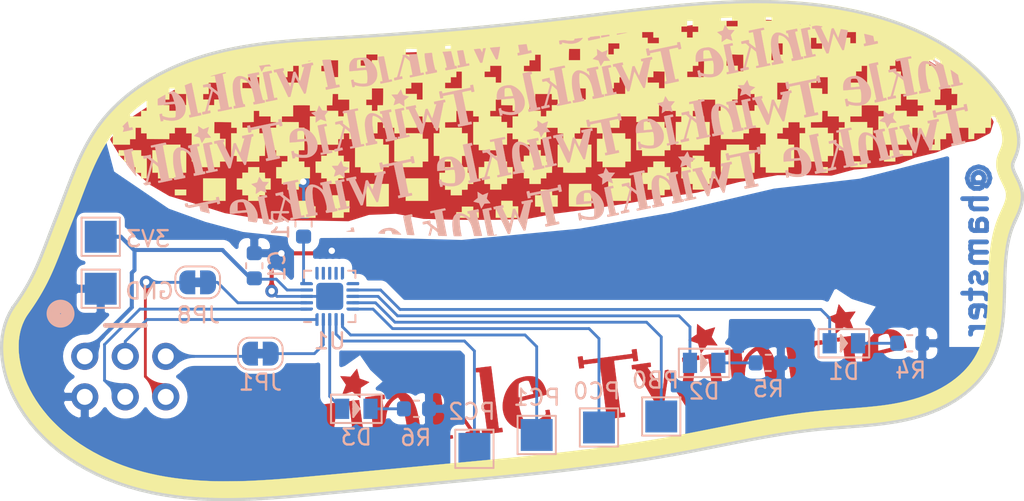
<source format=kicad_pcb>
(kicad_pcb (version 20171130) (host pcbnew "(5.1.0)-1")
  (layers (0 F.Cu signal) (31 B.Cu signal) (34 B.Paste user) (35 F.Paste user) (36 B.SilkS user) (37 F.SilkS user) (38 B.Mask user) (39 F.Mask user) (44 Edge.Cuts user))
  (net 0 "")
  (net 1 +3V3)
  (net 2 GND)
  (net 3 "Net-(D1-Pad1)")
  (net 4 "Net-(D2-Pad1)")
  (net 5 "Net-(D3-Pad1)")
  (net 6 PA0)
  (net 7 PA1)
  (net 8 PA2)
  (net 9 PA3)
  (net 10 PA4)
  (net 11 PA5)
  (net 12 PA6)
  (net 13 PA7)
  (net 14 PB0)
  (net 15 PB1)
  (net 16 PB2)
  (net 17 PB3)
  (net 18 PB4)
  (net 19 PB5)
  (net 20 PC0)
  (net 21 PC1)
  (net 22 PC2)
  (net 23 PC3)
  (net 24 "Net-(JP1-Pad1)")
  (net 25 "Net-(JP8-Pad2)")
  (net 26 TOUCH)
  (module lib_fp:back-silk (layer F.Cu) (at 145.58 71.61)
    (fp_text reference G*** hide)
    (fp_text value LOGO hide)
  )
  (module Resistor_SMD:R_0603_1608Metric (layer B.Cu) (at 131.53 69.1 270)
    (fp_text reference R1 (at 0 1.43 270) (layer B.SilkS) (effects (justify mirror)))
    (fp_text value 1k)
    (pad 2 smd roundrect (at 0.7875 0 270) (size 0.875 0.95) (layers B.Cu B.Paste B.Mask) (net 10 PA4))
    (pad 1 smd roundrect (at -0.7875 0 270) (size 0.875 0.95) (layers B.Cu B.Paste B.Mask) (net 26 TOUCH))
  )
  (module Resistor_SMD:R_0603_1608Metric (layer B.Cu) (at 138.61 80.69 180)
    (fp_text reference R6 (at 0.04 -1.81 180) (layer B.SilkS) (effects (justify mirror)))
    (fp_text value 33R)
    (pad 2 smd roundrect (at 0.7875 0 180) (size 0.875 0.95) (layers B.Cu B.Paste B.Mask) (net 5 "Net-(D3-Pad1)"))
    (pad 1 smd roundrect (at -0.7875 0 180) (size 0.875 0.95) (layers B.Cu B.Paste B.Mask) (net 2 GND))
  )
  (module lib_fp:LED-0805 (layer B.Cu) (at 156.65 77.81)
    (fp_text reference D2 (at 0 1.778) (layer B.SilkS) (effects (justify mirror)))
    (fp_text value LED)
    (pad 2 smd rect (at -0.889 0) (size 0.889 1.27) (layers B.Cu B.Paste B.Mask) (net 15 PB1))
    (pad 1 smd rect (at 0.889 0) (size 0.889 1.27) (layers B.Cu B.Paste B.Mask) (net 4 "Net-(D2-Pad1)"))
  )
  (module TestPoint:TestPoint_Pad_2.0x2.0mm (layer B.Cu) (at 153.96 81.17)
    (fp_text reference PB0 (at -0.36 -2.27) (layer B.SilkS) (effects (justify mirror)))
    (fp_text value PB0)
    (pad 1 smd rect (at 0 0) (size 2 2) (layers B.Cu B.Mask) (net 14 PB0))
  )
  (module TestPoint:TestPoint_Pad_2.0x2.0mm (layer B.Cu) (at 150.054443 81.86)
    (fp_text reference PC0 (at -0.144443 -2.28) (layer B.SilkS) (effects (justify mirror)))
    (fp_text value PC0)
    (pad 1 smd rect (at 0 0) (size 2 2) (layers B.Cu B.Mask) (net 20 PC0))
  )
  (module TestPoint:TestPoint_Pad_2.0x2.0mm (layer B.Cu) (at 146.148888 82.33)
    (fp_text reference PC1 (at 0.011112 -2.35 180) (layer B.SilkS) (effects (justify mirror)))
    (fp_text value PC1)
    (pad 1 smd rect (at 0 0) (size 2 2) (layers B.Cu B.Mask) (net 21 PC1))
  )
  (module TestPoint:TestPoint_Pad_2.0x2.0mm (layer B.Cu) (at 142.243333 83.2)
    (fp_text reference PC2 (at -0.163333 -2.34) (layer B.SilkS) (effects (justify mirror)))
    (fp_text value PC2)
    (pad 1 smd rect (at 0 0) (size 2 2) (layers B.Cu B.Mask) (net 22 PC2))
  )
  (module TestPoint:TestPoint_Pad_2.0x2.0mm (layer B.Cu) (at 118.81 73.16)
    (fp_text reference GND (at 3.06 0.15) (layer B.SilkS) (effects (justify mirror)))
    (fp_text value PB3)
    (pad 1 smd rect (at 0 0) (size 2 2) (layers B.Cu B.Mask) (net 2 GND))
  )
  (module TestPoint:TestPoint_Pad_2.0x2.0mm (layer B.Cu) (at 118.81 69.9)
    (fp_text reference 3V3 (at 2.96 0.13) (layer B.SilkS) (effects (justify mirror)))
    (fp_text value PB2)
    (pad 1 smd rect (at 0 0) (size 2 2) (layers B.Cu B.Mask) (net 1 +3V3))
  )
  (module lib_fp:LED-0805 (layer B.Cu) (at 134.84 80.69)
    (fp_text reference D3 (at 0 1.778) (layer B.SilkS) (effects (justify mirror)))
    (fp_text value LED)
    (pad 2 smd rect (at -0.889 0) (size 0.889 1.27) (layers B.Cu B.Paste B.Mask) (net 23 PC3))
    (pad 1 smd rect (at 0.889 0) (size 0.889 1.27) (layers B.Cu B.Paste B.Mask) (net 5 "Net-(D3-Pad1)"))
  )
  (module lib_fp:LED-0805 (layer B.Cu) (at 165.41 76.58)
    (fp_text reference D1 (at 0 1.778) (layer B.SilkS) (effects (justify mirror)))
    (fp_text value LED)
    (pad 2 smd rect (at -0.889 0) (size 0.889 1.27) (layers B.Cu B.Paste B.Mask) (net 16 PB2))
    (pad 1 smd rect (at 0.889 0) (size 0.889 1.27) (layers B.Cu B.Paste B.Mask) (net 3 "Net-(D1-Pad1)"))
  )
  (module lib_fp:Badgelife-Shitty-v1.69bis (layer F.Cu) (at 120.35 78.67)
    (fp_text reference X1 hide)
    (fp_text value Badgelife_sao_connector_v169bis hide)
    (pad 5 thru_hole circle (at 2.54 -1.27) (size 1.7 1.7) (drill 1) (layers *.Cu *.Mask) (net 24 "Net-(JP1-Pad1)"))
    (pad 6 thru_hole oval (at 2.54 1.27) (size 1.7 1.7) (drill 1) (layers *.Cu *.Mask) (net 25 "Net-(JP8-Pad2)"))
    (pad 3 thru_hole circle (at 0 -1.27) (size 1.7 1.7) (drill 1) (layers *.Cu *.Mask) (net 7 PA1))
    (pad 4 thru_hole oval (at 0 1.27) (size 1.7 1.7) (drill 1) (layers *.Cu *.Mask) (net 8 PA2))
    (pad 1 thru_hole oval (at -2.54 -1.27) (size 1.7 1.7) (drill 1) (layers *.Cu *.Mask) (net 1 +3V3))
    (pad 2 thru_hole oval (at -2.54 1.27) (size 1.7 1.7) (drill 1) (layers *.Cu *.Mask) (net 2 GND))
  )
  (module Package_DFN_QFN:VQFN-20-1EP_3x3mm_P0.4mm_EP1.7x1.7mm (layer B.Cu) (at 133.17 73.64)
    (fp_text reference U1 (at 0 2.8) (layer B.SilkS) (effects (justify mirror)))
    (fp_text value ATtiny816-M)
    (pad 20 smd custom (at -0.8 1.45) (size 0.143431 0.143431) (layers B.Cu B.Paste B.Mask) (net 7 PA1) (options (clearance outline) (anchor circle)) (primitives (gr_poly (pts (xy -0.05 0.35) (xy 0.05 0.35) (xy 0.05 -0.35) (xy 0.000711 -0.35) (xy -0.05 -0.299289)) (width 0.1))))
    (pad 19 smd roundrect (at -0.4 1.45) (size 0.2 0.8) (layers B.Cu B.Paste B.Mask) (net 6 PA0))
    (pad 18 smd roundrect (at 0 1.45) (size 0.2 0.8) (layers B.Cu B.Paste B.Mask) (net 23 PC3))
    (pad 17 smd roundrect (at 0.4 1.45) (size 0.2 0.8) (layers B.Cu B.Paste B.Mask) (net 22 PC2))
    (pad 16 smd custom (at 0.8 1.45) (size 0.143431 0.143431) (layers B.Cu B.Paste B.Mask) (net 21 PC1) (options (clearance outline) (anchor circle)) (primitives (gr_poly (pts (xy -0.05 0.35) (xy 0.05 0.35) (xy 0.05 -0.299289) (xy -0.000711 -0.35) (xy -0.05 -0.35)) (width 0.1))))
    (pad 15 smd custom (at 1.45 0.8) (size 0.143431 0.143431) (layers B.Cu B.Paste B.Mask) (net 20 PC0) (options (clearance outline) (anchor circle)) (primitives (gr_poly (pts (xy -0.35 -0.000711) (xy -0.299289 0.05) (xy 0.35 0.05) (xy 0.35 -0.05) (xy -0.35 -0.05)) (width 0.1))))
    (pad 14 smd roundrect (at 1.45 0.4) (size 0.8 0.2) (layers B.Cu B.Paste B.Mask) (net 14 PB0))
    (pad 13 smd roundrect (at 1.45 0) (size 0.8 0.2) (layers B.Cu B.Paste B.Mask) (net 15 PB1))
    (pad 12 smd roundrect (at 1.45 -0.4) (size 0.8 0.2) (layers B.Cu B.Paste B.Mask) (net 16 PB2))
    (pad 11 smd custom (at 1.45 -0.8) (size 0.143431 0.143431) (layers B.Cu B.Paste B.Mask) (net 17 PB3) (options (clearance outline) (anchor circle)) (primitives (gr_poly (pts (xy -0.35 0.05) (xy 0.35 0.05) (xy 0.35 -0.05) (xy -0.299289 -0.05) (xy -0.35 0.000711)) (width 0.1))))
    (pad 10 smd custom (at 0.8 -1.45) (size 0.143431 0.143431) (layers B.Cu B.Paste B.Mask) (net 18 PB4) (options (clearance outline) (anchor circle)) (primitives (gr_poly (pts (xy -0.05 0.35) (xy -0.000711 0.35) (xy 0.05 0.299289) (xy 0.05 -0.35) (xy -0.05 -0.35)) (width 0.1))))
    (pad 9 smd roundrect (at 0.4 -1.45) (size 0.2 0.8) (layers B.Cu B.Paste B.Mask) (net 19 PB5))
    (pad 8 smd roundrect (at 0 -1.45) (size 0.2 0.8) (layers B.Cu B.Paste B.Mask) (net 13 PA7))
    (pad 7 smd roundrect (at -0.4 -1.45) (size 0.2 0.8) (layers B.Cu B.Paste B.Mask) (net 12 PA6))
    (pad 6 smd custom (at -0.8 -1.45) (size 0.143431 0.143431) (layers B.Cu B.Paste B.Mask) (net 11 PA5) (options (clearance outline) (anchor circle)) (primitives (gr_poly (pts (xy -0.05 0.299289) (xy 0.000711 0.35) (xy 0.05 0.35) (xy 0.05 -0.35) (xy -0.05 -0.35)) (width 0.1))))
    (pad 5 smd custom (at -1.45 -0.8) (size 0.143431 0.143431) (layers B.Cu B.Paste B.Mask) (net 10 PA4) (options (clearance outline) (anchor circle)) (primitives (gr_poly (pts (xy -0.35 0.05) (xy 0.35 0.05) (xy 0.35 0.000711) (xy 0.299289 -0.05) (xy -0.35 -0.05)) (width 0.1))))
    (pad 4 smd roundrect (at -1.45 -0.4) (size 0.8 0.2) (layers B.Cu B.Paste B.Mask) (net 1 +3V3))
    (pad 3 smd roundrect (at -1.45 0) (size 0.8 0.2) (layers B.Cu B.Paste B.Mask) (net 2 GND))
    (pad 2 smd roundrect (at -1.45 0.4) (size 0.8 0.2) (layers B.Cu B.Paste B.Mask) (net 9 PA3))
    (pad 1 smd custom (at -1.45 0.8) (size 0.143431 0.143431) (layers B.Cu B.Paste B.Mask) (net 8 PA2) (options (clearance outline) (anchor circle)) (primitives (gr_poly (pts (xy -0.35 0.05) (xy 0.299289 0.05) (xy 0.35 -0.000711) (xy 0.35 -0.05) (xy -0.35 -0.05)) (width 0.1))))
    (pad 21 smd roundrect (at 0 0) (size 1.7 1.7) (layers B.Cu B.Mask) (roundrect_rratio 0.147059) (net 2 GND))
  )
  (module Resistor_SMD:R_0603_1608Metric (layer B.Cu) (at 160.67 77.81 180)
    (fp_text reference R5 (at -0.01 -1.63 180) (layer B.SilkS) (effects (justify mirror)))
    (fp_text value 33R)
    (pad 2 smd roundrect (at 0.7875 0 180) (size 0.875 0.95) (layers B.Cu B.Paste B.Mask) (net 4 "Net-(D2-Pad1)"))
    (pad 1 smd roundrect (at -0.7875 0 180) (size 0.875 0.95) (layers B.Cu B.Paste B.Mask) (net 2 GND))
  )
  (module Resistor_SMD:R_0603_1608Metric (layer B.Cu) (at 169.54 76.58 180)
    (fp_text reference R4 (at -0.06 -1.7 180) (layer B.SilkS) (effects (justify mirror)))
    (fp_text value 33R)
    (pad 2 smd roundrect (at 0.7875 0 180) (size 0.875 0.95) (layers B.Cu B.Paste B.Mask) (net 3 "Net-(D1-Pad1)"))
    (pad 1 smd roundrect (at -0.7875 0 180) (size 0.875 0.95) (layers B.Cu B.Paste B.Mask) (net 2 GND))
  )
  (module Jumper:SolderJumper-2_P1.3mm_Bridged_RoundedPad1.0x1.5mm (layer B.Cu) (at 124.89 72.76 180)
    (fp_text reference JP8 (at -0.04 -2.05 180) (layer B.SilkS) (effects (justify mirror)))
    (fp_text value SolderJumper_2_Bridged)
    (fp_poly (pts (xy 0.25 0.3) (xy -0.25 0.3) (xy -0.25 -0.3) (xy 0.25 -0.3)) (layer B.Cu) (width 0))
    (pad 1 smd custom (at -0.65 0 180) (size 1 0.5) (layers B.Cu B.Mask) (net 9 PA3) (options (clearance outline) (anchor rect)) (primitives (gr_circle (center 0 -0.25) (end 0.5 -0.25) (width 0)) (gr_circle (center 0 0.25) (end 0.5 0.25) (width 0)) (gr_poly (pts (xy 0 0.75) (xy 0.5 0.75) (xy 0.5 -0.75) (xy 0 -0.75)) (width 0))))
    (pad 2 smd custom (at 0.65 0 180) (size 1 0.5) (layers B.Cu B.Mask) (net 25 "Net-(JP8-Pad2)") (options (clearance outline) (anchor rect)) (primitives (gr_circle (center 0 -0.25) (end 0.5 -0.25) (width 0)) (gr_circle (center 0 0.25) (end 0.5 0.25) (width 0)) (gr_poly (pts (xy 0 0.75) (xy -0.5 0.75) (xy -0.5 -0.75) (xy 0 -0.75)) (width 0))))
  )
  (module Jumper:SolderJumper-2_P1.3mm_Bridged_RoundedPad1.0x1.5mm (layer B.Cu) (at 128.82 77.23)
    (fp_text reference JP1 (at 0 1.8) (layer B.SilkS) (effects (justify mirror)))
    (fp_text value SolderJumper_2_Bridged)
    (fp_poly (pts (xy 0.25 0.3) (xy -0.25 0.3) (xy -0.25 -0.3) (xy 0.25 -0.3)) (layer B.Cu) (width 0))
    (pad 1 smd custom (at -0.65 0) (size 1 0.5) (layers B.Cu B.Mask) (net 24 "Net-(JP1-Pad1)") (options (clearance outline) (anchor rect)) (primitives (gr_circle (center 0 -0.25) (end 0.5 -0.25) (width 0)) (gr_circle (center 0 0.25) (end 0.5 0.25) (width 0)) (gr_poly (pts (xy 0 0.75) (xy 0.5 0.75) (xy 0.5 -0.75) (xy 0 -0.75)) (width 0))))
    (pad 2 smd custom (at 0.65 0) (size 1 0.5) (layers B.Cu B.Mask) (net 6 PA0) (options (clearance outline) (anchor rect)) (primitives (gr_circle (center 0 -0.25) (end 0.5 -0.25) (width 0)) (gr_circle (center 0 0.25) (end 0.5 0.25) (width 0)) (gr_poly (pts (xy 0 0.75) (xy -0.5 0.75) (xy -0.5 -0.75) (xy 0 -0.75)) (width 0))))
  )
  (module Capacitor_SMD:C_0603_1608Metric (layer B.Cu) (at 128.44 71.72 90)
    (fp_text reference C1 (at 0 1.43 90) (layer B.SilkS) (effects (justify mirror)))
    (fp_text value C)
    (pad 2 smd roundrect (at 0.7875 0 90) (size 0.875 0.95) (layers B.Cu B.Paste B.Mask) (net 2 GND))
    (pad 1 smd roundrect (at -0.7875 0 90) (size 0.875 0.95) (layers B.Cu B.Paste B.Mask) (net 1 +3V3))
  )
  (module lib_fp:copper (layer F.Cu) (at 144.57 70.18)
    (fp_text reference G*** hide)
    (fp_text value LOGO hide)
    (fp_poly (pts (xy 20.528839 3.960671) (xy 20.548459 3.983752) (xy 20.577882 4.019279) (xy 20.615415 4.065191) (xy 20.659368 4.119426) (xy 20.708049 4.179922) (xy 20.724687 4.200688) (xy 20.921702 4.446853) (xy 20.964203 4.446853) (xy 20.987717 4.446077) (xy 21.028452 4.443925) (xy 21.082516 4.440668) (xy 21.14602 4.436572) (xy 21.215071 4.431905) (xy 21.285778 4.426937) (xy 21.354252 4.421934) (xy 21.4166 4.417165) (xy 21.468933 4.412898) (xy 21.506357 4.409501) (xy 21.542299 4.407605) (xy 21.563298 4.410138) (xy 21.567236 4.413869) (xy 21.56162 4.425026) (xy 21.54573 4.451552) (xy 21.521006 4.491172) (xy 21.488887 4.541613) (xy 21.450813 4.600603) (xy 21.408223 4.665866) (xy 21.393456 4.688342) (xy 21.219676 4.952397) (xy 21.341181 5.251289) (xy 21.371301 5.325757) (xy 21.398481 5.393675) (xy 21.421779 5.452631) (xy 21.440253 5.500214) (xy 21.452961 5.534016) (xy 21.458962 5.551623) (xy 21.459265 5.553602) (xy 21.448598 5.551765) (xy 21.420056 5.54492) (xy 21.376168 5.533726) (xy 21.319464 5.51884) (xy 21.25247 5.500922) (xy 21.177717 5.480631) (xy 21.149268 5.472838) (xy 21.071854 5.451833) (xy 21.000831 5.433044) (xy 20.938819 5.417126) (xy 20.888437 5.404734) (xy 20.852305 5.396523) (xy 20.833041 5.393147) (xy 20.830787 5.393222) (xy 20.819948 5.400981) (xy 20.795081 5.420702) (xy 20.758305 5.450646) (xy 20.711736 5.489074) (xy 20.65749 5.534244) (xy 20.597686 5.584417) (xy 20.57927 5.599937) (xy 20.518597 5.65097) (xy 20.463199 5.697273) (xy 20.415124 5.737156) (xy 20.376418 5.768934) (xy 20.349128 5.790919) (xy 20.335301 5.801423) (xy 20.334064 5.802085) (xy 20.331307 5.792345) (xy 20.329017 5.766523) (xy 20.327606 5.729708) (xy 20.327446 5.72003) (xy 20.326596 5.684913) (xy 20.324799 5.633093) (xy 20.322236 5.569015) (xy 20.319087 5.497121) (xy 20.315534 5.421855) (xy 20.314211 5.395191) (xy 20.302001 5.152408) (xy 20.032013 4.984561) (xy 19.964188 4.942202) (xy 19.902439 4.903267) (xy 19.849 4.869193) (xy 19.8061 4.841417) (xy 19.775974 4.821376) (xy 19.760851 4.810506) (xy 19.759513 4.809128) (xy 19.768403 4.803683) (xy 19.794772 4.79193) (xy 19.83621 4.774835) (xy 19.890311 4.753363) (xy 19.954665 4.728481) (xy 20.026865 4.701154) (xy 20.054025 4.691012) (xy 20.131979 4.661567) (xy 20.202169 4.634209) (xy 20.26226 4.609908) (xy 20.309915 4.589636) (xy 20.3428 4.574364) (xy 20.358578 4.565064) (xy 20.359501 4.563959) (xy 20.3641 4.549742) (xy 20.372944 4.517686) (xy 20.385322 4.470542) (xy 20.400526 4.411058) (xy 20.417847 4.341984) (xy 20.436574 4.266071) (xy 20.440854 4.248554) (xy 20.459623 4.172625) (xy 20.477074 4.103964) (xy 20.492526 4.045103) (xy 20.505295 3.998575) (xy 20.5147 3.96691) (xy 20.520059 3.952642) (xy 20.520714 3.952097) (xy 20.528839 3.960671)) (layer F.Cu) (width 0.01))
    (fp_poly (pts (xy 11.890037 5.383163) (xy 11.953125 5.432628) (xy 12.011286 5.477529) (xy 12.062345 5.516241) (xy 12.104124 5.54714) (xy 12.134447 5.568599) (xy 12.151139 5.578995) (xy 12.153296 5.57972) (xy 12.166771 5.576697) (xy 12.197789 5.568141) (xy 12.243684 5.554839) (xy 12.301788 5.537575) (xy 12.369435 5.517137) (xy 12.443956 5.494311) (xy 12.463334 5.488328) (xy 12.538567 5.465274) (xy 12.607077 5.44469) (xy 12.666309 5.42731) (xy 12.713707 5.413869) (xy 12.746714 5.405102) (xy 12.762775 5.401746) (xy 12.763879 5.401868) (xy 12.761596 5.412655) (xy 12.752753 5.44081) (xy 12.738205 5.483865) (xy 12.718808 5.539352) (xy 12.695416 5.604803) (xy 12.668886 5.677751) (xy 12.658199 5.706813) (xy 12.626885 5.791831) (xy 12.602269 5.859263) (xy 12.583714 5.911388) (xy 12.570582 5.950485) (xy 12.562236 5.978832) (xy 12.558036 5.998709) (xy 12.557346 6.012393) (xy 12.559527 6.022162) (xy 12.563943 6.030297) (xy 12.566567 6.034144) (xy 12.5776 6.049891) (xy 12.599034 6.080368) (xy 12.629056 6.123005) (xy 12.665857 6.175232) (xy 12.707626 6.234477) (xy 12.752309 6.297826) (xy 12.795847 6.359941) (xy 12.8348 6.416292) (xy 12.867648 6.464617) (xy 12.892869 6.502651) (xy 12.908944 6.528131) (xy 12.914351 6.538793) (xy 12.914291 6.538926) (xy 12.902788 6.539846) (xy 12.873244 6.539766) (xy 12.828765 6.538762) (xy 12.772459 6.536915) (xy 12.707432 6.534302) (xy 12.677713 6.532969) (xy 12.603021 6.529709) (xy 12.529276 6.526839) (xy 12.461288 6.524519) (xy 12.403868 6.522912) (xy 12.361825 6.522179) (xy 12.355694 6.522152) (xy 12.265494 6.522051) (xy 12.075323 6.776157) (xy 12.027437 6.839907) (xy 11.98361 6.8978) (xy 11.945444 6.947757) (xy 11.914542 6.987698) (xy 11.892504 7.015543) (xy 11.880932 7.029213) (xy 11.879645 7.030263) (xy 11.875519 7.020475) (xy 11.86651 6.992782) (xy 11.853366 6.949696) (xy 11.836837 6.893725) (xy 11.817668 6.827379) (xy 11.79661 6.753167) (xy 11.789445 6.727637) (xy 11.767881 6.650938) (xy 11.747987 6.580854) (xy 11.730515 6.519981) (xy 11.716217 6.470916) (xy 11.705846 6.436257) (xy 11.700154 6.418601) (xy 11.699458 6.416987) (xy 11.688471 6.41169) (xy 11.659908 6.400546) (xy 11.616268 6.384455) (xy 11.560045 6.364319) (xy 11.493737 6.341039) (xy 11.419839 6.315514) (xy 11.389766 6.305236) (xy 11.313946 6.279329) (xy 11.245018 6.255643) (xy 11.18542 6.235025) (xy 11.137586 6.218323) (xy 11.103955 6.206386) (xy 11.086962 6.200061) (xy 11.085369 6.199292) (xy 11.093842 6.193119) (xy 11.117836 6.176698) (xy 11.155212 6.151465) (xy 11.203831 6.118857) (xy 11.261554 6.080312) (xy 11.326243 6.037265) (xy 11.355096 6.018108) (xy 11.624823 5.839142) (xy 11.626381 5.622093) (xy 11.627221 5.547447) (xy 11.628613 5.471725) (xy 11.630413 5.400549) (xy 11.632481 5.339541) (xy 11.634582 5.295836) (xy 11.641225 5.186628) (xy 11.890037 5.383163)) (layer F.Cu) (width 0.01))
    (fp_poly (pts (xy 23.724478 5.528633) (xy 23.824609 5.534645) (xy 23.914212 5.546502) (xy 23.96536 5.557645) (xy 24.093589 5.60122) (xy 24.211247 5.661414) (xy 24.318626 5.738593) (xy 24.416019 5.833124) (xy 24.503718 5.945374) (xy 24.582017 6.075708) (xy 24.651208 6.224494) (xy 24.711583 6.392097) (xy 24.755505 6.546926) (xy 24.767219 6.595669) (xy 24.775862 6.636749) (xy 24.780637 6.665968) (xy 24.780748 6.679125) (xy 24.78063 6.679273) (xy 24.769569 6.682809) (xy 24.739458 6.69104) (xy 24.691801 6.703582) (xy 24.628106 6.720054) (xy 24.54988 6.740072) (xy 24.458627 6.763252) (xy 24.355856 6.789212) (xy 24.243072 6.817569) (xy 24.121781 6.84794) (xy 23.993491 6.879942) (xy 23.898488 6.903565) (xy 23.023051 7.120969) (xy 23.024047 7.247667) (xy 23.030866 7.360777) (xy 23.049392 7.48935) (xy 23.079193 7.631497) (xy 23.119838 7.785327) (xy 23.170897 7.948952) (xy 23.2086 8.057274) (xy 23.232396 8.119506) (xy 23.260007 8.185887) (xy 23.289863 8.253205) (xy 23.320395 8.31825) (xy 23.350032 8.37781) (xy 23.377206 8.428675) (xy 23.400345 8.467633) (xy 23.41788 8.491473) (xy 23.423183 8.496196) (xy 23.452435 8.505229) (xy 23.498803 8.506528) (xy 23.559845 8.500473) (xy 23.633118 8.487442) (xy 23.716176 8.467814) (xy 23.806579 8.441966) (xy 23.838307 8.431908) (xy 23.95938 8.387326) (xy 24.08519 8.331416) (xy 24.21137 8.266698) (xy 24.333553 8.195689) (xy 24.447372 8.120906) (xy 24.548459 8.044869) (xy 24.62255 7.97975) (xy 24.71264 7.893164) (xy 24.692274 7.781993) (xy 24.684253 7.736242) (xy 24.678384 7.698891) (xy 24.675325 7.674393) (xy 24.675318 7.667062) (xy 24.687735 7.663393) (xy 24.716007 7.658876) (xy 24.75506 7.654001) (xy 24.799818 7.649258) (xy 24.845208 7.645134) (xy 24.886152 7.642121) (xy 24.917578 7.640705) (xy 24.934409 7.641377) (xy 24.935775 7.641961) (xy 24.938392 7.653184) (xy 24.943585 7.682506) (xy 24.950924 7.727061) (xy 24.959979 7.783989) (xy 24.970321 7.850424) (xy 24.981519 7.923503) (xy 24.993146 8.000364) (xy 25.00477 8.078143) (xy 25.015964 8.153977) (xy 25.026296 8.225002) (xy 25.035338 8.288355) (xy 25.04266 8.341172) (xy 25.047833 8.380591) (xy 25.050427 8.403748) (xy 25.050646 8.407748) (xy 25.040877 8.411493) (xy 25.01487 8.416151) (xy 24.977518 8.421227) (xy 24.933712 8.42622) (xy 24.888343 8.430633) (xy 24.846303 8.433967) (xy 24.812483 8.435723) (xy 24.791774 8.435403) (xy 24.788118 8.434504) (xy 24.781851 8.421807) (xy 24.774206 8.393748) (xy 24.766666 8.355944) (xy 24.765445 8.348605) (xy 24.757152 8.305206) (xy 24.749252 8.281451) (xy 24.741217 8.275829) (xy 24.740121 8.276359) (xy 24.726501 8.285485) (xy 24.700071 8.303796) (xy 24.665274 8.328201) (xy 24.642976 8.343952) (xy 24.479252 8.451465) (xy 24.306572 8.549106) (xy 24.128864 8.635113) (xy 23.950054 8.707725) (xy 23.77407 8.765177) (xy 23.621259 8.802485) (xy 23.522486 8.819) (xy 23.416818 8.83079) (xy 23.310981 8.837437) (xy 23.211697 8.838524) (xy 23.125692 8.833632) (xy 23.123635 8.833415) (xy 22.967393 8.806514) (xy 22.819407 8.760647) (xy 22.680548 8.696691) (xy 22.551687 8.615526) (xy 22.433697 8.518032) (xy 22.327448 8.405086) (xy 22.233813 8.277568) (xy 22.153662 8.136358) (xy 22.087869 7.982334) (xy 22.037303 7.816375) (xy 22.015421 7.715669) (xy 22.006607 7.65147) (xy 22.000579 7.571782) (xy 21.997334 7.482111) (xy 21.99687 7.387957) (xy 21.999182 7.294826) (xy 22.004269 7.208219) (xy 22.012127 7.13364) (xy 22.015748 7.110126) (xy 22.060502 6.903037) (xy 22.121919 6.703983) (xy 22.193677 6.527878) (xy 22.986683 6.527878) (xy 22.986698 6.605494) (xy 22.987088 6.677526) (xy 22.987864 6.740861) (xy 22.989041 6.792388) (xy 22.990632 6.828992) (xy 22.992651 6.847562) (xy 22.992667 6.847624) (xy 23.001152 6.866145) (xy 23.008494 6.871447) (xy 23.020435 6.868962) (xy 23.050788 6.861854) (xy 23.097423 6.850643) (xy 23.158211 6.835849) (xy 23.231022 6.817992) (xy 23.313726 6.797591) (xy 23.404195 6.775166) (xy 23.470473 6.758674) (xy 23.564854 6.735107) (xy 23.652736 6.713072) (xy 23.732023 6.693101) (xy 23.800618 6.675727) (xy 23.856424 6.661481) (xy 23.897346 6.650897) (xy 23.921286 6.644505) (xy 23.926821 6.642809) (xy 23.92486 6.632078) (xy 23.916598 6.604046) (xy 23.902948 6.561326) (xy 23.88482 6.506525) (xy 23.863128 6.442254) (xy 23.838783 6.371123) (xy 23.812697 6.295741) (xy 23.785782 6.218718) (xy 23.758951 6.142664) (xy 23.733115 6.070189) (xy 23.709187 6.003901) (xy 23.688078 5.946412) (xy 23.670702 5.90033) (xy 23.657969 5.868266) (xy 23.650792 5.852829) (xy 23.650666 5.852641) (xy 23.61914 5.82495) (xy 23.572192 5.808591) (xy 23.512149 5.803348) (xy 23.441339 5.809008) (xy 23.362089 5.825353) (xy 23.276727 5.852169) (xy 23.18758 5.889241) (xy 23.17128 5.897001) (xy 23.109984 5.928202) (xy 23.06553 5.955337) (xy 23.03491 5.981711) (xy 23.015114 6.01063) (xy 23.003134 6.045402) (xy 22.995962 6.089332) (xy 22.995918 6.089711) (xy 22.993691 6.119251) (xy 22.991744 6.164998) (xy 22.990091 6.223838) (xy 22.988745 6.292659) (xy 22.987719 6.368348) (xy 22.987027 6.447792) (xy 22.986683 6.527878) (xy 22.193677 6.527878) (xy 22.199161 6.514421) (xy 22.29139 6.335809) (xy 22.39777 6.169602) (xy 22.517464 6.017259) (xy 22.649633 5.880236) (xy 22.790162 5.762442) (xy 22.853422 5.722551) (xy 22.93477 5.683319) (xy 23.031123 5.645801) (xy 23.139398 5.611053) (xy 23.256511 5.580129) (xy 23.379379 5.554086) (xy 23.420092 5.546839) (xy 23.516301 5.534613) (xy 23.619736 5.528583) (xy 23.724478 5.528633)) (layer F.Cu) (width 0.01))
    (fp_poly (pts (xy 21.563349 7.393682) (xy 21.58625 7.567023) (xy 21.608451 7.734573) (xy 21.62979 7.895136) (xy 21.650104 8.047513) (xy 21.669233 8.190506) (xy 21.687014 8.322918) (xy 21.703285 8.44355) (xy 21.717884 8.551204) (xy 21.73065 8.644683) (xy 21.741421 8.722789) (xy 21.750034 8.784323) (xy 21.756329 8.828088) (xy 21.760143 8.852886) (xy 21.761245 8.858314) (xy 21.773041 8.858196) (xy 21.801324 8.853972) (xy 21.841964 8.846357) (xy 21.89083 8.836067) (xy 21.895103 8.835121) (xy 21.944436 8.824623) (xy 21.985853 8.816706) (xy 22.015233 8.812094) (xy 22.028455 8.811508) (xy 22.028698 8.811664) (xy 22.033203 8.824578) (xy 22.039097 8.852551) (xy 22.045574 8.890063) (xy 22.051828 8.931588) (xy 22.057056 8.971605) (xy 22.060451 9.00459) (xy 22.061209 9.02502) (xy 22.060354 9.028794) (xy 22.049118 9.031279) (xy 22.019157 9.03628) (xy 21.972731 9.043481) (xy 21.912101 9.052565) (xy 21.839528 9.063217) (xy 21.757271 9.075119) (xy 21.667591 9.087955) (xy 21.572748 9.101409) (xy 21.475003 9.115163) (xy 21.376616 9.128902) (xy 21.279846 9.142308) (xy 21.186956 9.155066) (xy 21.100204 9.166859) (xy 21.021852 9.177369) (xy 20.954159 9.186282) (xy 20.899386 9.193279) (xy 20.859793 9.198046) (xy 20.83764 9.200264) (xy 20.835057 9.200384) (xy 20.806963 9.200751) (xy 20.802688 9.09752) (xy 20.80143 9.052699) (xy 20.801525 9.016109) (xy 20.802899 8.992712) (xy 20.804313 8.987062) (xy 20.816471 8.983422) (xy 20.845672 8.978493) (xy 20.887867 8.972856) (xy 20.939007 8.967094) (xy 20.953147 8.965659) (xy 21.096082 8.951484) (xy 21.094206 8.919948) (xy 21.092432 8.902062) (xy 21.088181 8.865233) (xy 21.08165 8.81099) (xy 21.073036 8.740865) (xy 21.062536 8.65639) (xy 21.050347 8.559096) (xy 21.036667 8.450513) (xy 21.02169 8.332175) (xy 21.005616 8.20561) (xy 20.988641 8.072352) (xy 20.970961 7.93393) (xy 20.952773 7.791877) (xy 20.934275 7.647724) (xy 20.915664 7.503002) (xy 20.897136 7.359241) (xy 20.878889 7.217975) (xy 20.861118 7.080733) (xy 20.844022 6.949047) (xy 20.827797 6.824448) (xy 20.812641 6.708468) (xy 20.798749 6.602637) (xy 20.786319 6.508488) (xy 20.775549 6.427551) (xy 20.766634 6.361358) (xy 20.759772 6.311439) (xy 20.75516 6.279327) (xy 20.752994 6.266552) (xy 20.752926 6.266403) (xy 20.740784 6.265339) (xy 20.711501 6.266966) (xy 20.668895 6.270954) (xy 20.616784 6.276975) (xy 20.589595 6.28048) (xy 20.534417 6.28748) (xy 20.487057 6.292831) (xy 20.451293 6.296159) (xy 20.430901 6.297088) (xy 20.427677 6.296567) (xy 20.425339 6.285149) (xy 20.422089 6.257898) (xy 20.418366 6.220114) (xy 20.41461 6.177098) (xy 20.411259 6.134148) (xy 20.408754 6.096565) (xy 20.407532 6.069649) (xy 20.40797 6.058773) (xy 20.418409 6.056936) (xy 20.447272 6.052752) (xy 20.49198 6.04656) (xy 20.549951 6.038697) (xy 20.618605 6.029501) (xy 20.695362 6.019309) (xy 20.77764 6.008458) (xy 20.862861 5.997286) (xy 20.948443 5.986131) (xy 21.031806 5.97533) (xy 21.11037 5.96522) (xy 21.181553 5.956139) (xy 21.242776 5.948425) (xy 21.291459 5.942415) (xy 21.32502 5.938446) (xy 21.339335 5.93696) (xy 21.370834 5.934431) (xy 21.563349 7.393682)) (layer F.Cu) (width 0.01))
    (fp_poly (pts (xy 18.31937 5.396011) (xy 18.326097 5.423227) (xy 18.334034 5.459946) (xy 18.342122 5.500718) (xy 18.349304 5.540092) (xy 18.35452 5.572619) (xy 18.356713 5.592849) (xy 18.356278 5.59673) (xy 18.344844 5.599443) (xy 18.315634 5.604326) (xy 18.27188 5.610894) (xy 18.216817 5.618667) (xy 18.153676 5.627163) (xy 18.141002 5.628823) (xy 18.076891 5.63726) (xy 18.020418 5.644836) (xy 17.974769 5.651113) (xy 17.943125 5.65565) (xy 17.92867 5.65801) (xy 17.928123 5.658181) (xy 17.929433 5.668547) (xy 17.93366 5.698017) (xy 17.940528 5.744758) (xy 17.949759 5.806943) (xy 17.961078 5.88274) (xy 17.974206 5.970319) (xy 17.988867 6.06785) (xy 18.004784 6.173503) (xy 18.021681 6.285448) (xy 18.03928 6.401854) (xy 18.057305 6.520891) (xy 18.075478 6.64073) (xy 18.093523 6.759539) (xy 18.111163 6.875489) (xy 18.12812 6.986749) (xy 18.144119 7.09149) (xy 18.158882 7.18788) (xy 18.172132 7.274091) (xy 18.183593 7.348292) (xy 18.191765 7.400834) (xy 18.194663 7.404169) (xy 18.201814 7.399842) (xy 18.214072 7.386662) (xy 18.232291 7.363439) (xy 18.257325 7.328981) (xy 18.29003 7.282097) (xy 18.331259 7.221598) (xy 18.381868 7.146292) (xy 18.442711 7.054988) (xy 18.476688 7.003794) (xy 18.533125 6.918643) (xy 18.58612 6.838632) (xy 18.634496 6.765544) (xy 18.677076 6.701158) (xy 18.712681 6.647257) (xy 18.740136 6.605621) (xy 18.758262 6.578031) (xy 18.765882 6.566269) (xy 18.765919 6.566206) (xy 18.766836 6.557641) (xy 18.753291 6.554607) (xy 18.728219 6.555619) (xy 18.682076 6.559108) (xy 18.669722 6.484994) (xy 18.662607 6.436652) (xy 18.656714 6.386618) (xy 18.65384 6.353024) (xy 18.650312 6.295168) (xy 19.057116 6.249851) (xy 19.147513 6.239902) (xy 19.231153 6.230932) (xy 19.305739 6.223168) (xy 19.368974 6.21684) (xy 19.41856 6.212176) (xy 19.452199 6.209405) (xy 19.467594 6.208755) (xy 19.468302 6.208916) (xy 19.47128 6.220397) (xy 19.476068 6.247726) (xy 19.481939 6.285728) (xy 19.488166 6.329228) (xy 19.494022 6.373053) (xy 19.49878 6.412027) (xy 19.501715 6.440975) (xy 19.50229 6.450916) (xy 19.502248 6.458842) (xy 19.500045 6.465052) (xy 19.493045 6.470155) (xy 19.478611 6.474761) (xy 19.454107 6.479476) (xy 19.416897 6.48491) (xy 19.364345 6.491671) (xy 19.293814 6.500367) (xy 19.281499 6.501879) (xy 19.086841 6.525782) (xy 19.034462 6.605972) (xy 18.994864 6.668716) (xy 18.953658 6.737676) (xy 18.913881 6.807469) (xy 18.87857 6.872714) (xy 18.85076 6.92803) (xy 18.842039 6.947024) (xy 18.815737 7.006719) (xy 19.482996 7.979329) (xy 19.571467 8.108258) (xy 19.656632 8.232319) (xy 19.737721 8.350392) (xy 19.813963 8.461356) (xy 19.88459 8.564094) (xy 19.948828 8.657484) (xy 20.00591 8.740408) (xy 20.055063 8.811746) (xy 20.095518 8.870378) (xy 20.126504 8.915185) (xy 20.147251 8.945047) (xy 20.156988 8.958846) (xy 20.157613 8.959655) (xy 20.170131 8.960987) (xy 20.199817 8.959588) (xy 20.242886 8.955767) (xy 20.29555 8.949833) (xy 20.326964 8.945817) (xy 20.383771 8.938614) (xy 20.433518 8.932977) (xy 20.472262 8.9293) (xy 20.496063 8.927977) (xy 20.501264 8.928364) (xy 20.507625 8.940152) (xy 20.515202 8.969512) (xy 20.523229 9.01293) (xy 20.530154 9.060728) (xy 20.546738 9.18899) (xy 20.509071 9.194908) (xy 20.48991 9.197622) (xy 20.452443 9.202665) (xy 20.399368 9.209685) (xy 20.333385 9.218327) (xy 20.25719 9.228238) (xy 20.173485 9.239063) (xy 20.100834 9.248413) (xy 20.013212 9.259702) (xy 19.931093 9.27035) (xy 19.857134 9.280008) (xy 19.793994 9.288327) (xy 19.74433 9.294956) (xy 19.710801 9.299545) (xy 19.697106 9.301559) (xy 19.66395 9.307117) (xy 19.652371 9.224818) (xy 19.645652 9.176208) (xy 19.63912 9.127538) (xy 19.634177 9.089261) (xy 19.634137 9.088931) (xy 19.627481 9.035344) (xy 19.747692 9.02109) (xy 19.798171 9.014808) (xy 19.842757 9.008717) (xy 19.876115 9.003578) (xy 19.891561 9.000553) (xy 19.89464 8.998471) (xy 19.895401 8.993709) (xy 19.893209 8.985286) (xy 19.887428 8.97222) (xy 19.877426 8.95353) (xy 19.862566 8.928234) (xy 19.842215 8.895351) (xy 19.815737 8.8539) (xy 19.782498 8.802898) (xy 19.741864 8.741365) (xy 19.693199 8.668318) (xy 19.63587 8.582776) (xy 19.569241 8.483759) (xy 19.492678 8.370284) (xy 19.405546 8.241369) (xy 19.30721 8.096034) (xy 19.295685 8.079007) (xy 19.210947 7.953837) (xy 19.129565 7.833654) (xy 19.052321 7.719613) (xy 18.979999 7.61287) (xy 18.913383 7.51458) (xy 18.853254 7.425898) (xy 18.800398 7.347979) (xy 18.755597 7.281978) (xy 18.719635 7.22905) (xy 18.693295 7.190351) (xy 18.67736 7.167036) (xy 18.672573 7.160166) (xy 18.665949 7.167299) (xy 18.650386 7.190331) (xy 18.627368 7.226729) (xy 18.59838 7.273957) (xy 18.564905 7.329482) (xy 18.528426 7.39077) (xy 18.490428 7.455286) (xy 18.452393 7.520497) (xy 18.415807 7.583868) (xy 18.382152 7.642865) (xy 18.352913 7.694954) (xy 18.329573 7.737602) (xy 18.313615 7.768273) (xy 18.306524 7.784434) (xy 18.3063 7.785736) (xy 18.307739 7.801782) (xy 18.311815 7.836241) (xy 18.318245 7.887058) (xy 18.326741 7.952174) (xy 18.33702 8.029534) (xy 18.348795 8.11708) (xy 18.36178 8.212756) (xy 18.375691 8.314504) (xy 18.390241 8.420269) (xy 18.405146 8.527993) (xy 18.42012 8.63562) (xy 18.434877 8.741092) (xy 18.449131 8.842353) (xy 18.462599 8.937346) (xy 18.474992 9.024014) (xy 18.486028 9.1003) (xy 18.495419 9.164149) (xy 18.502881 9.213502) (xy 18.508127 9.246303) (xy 18.510873 9.260495) (xy 18.511057 9.260897) (xy 18.523397 9.261995) (xy 18.552445 9.260372) (xy 18.593956 9.256373) (xy 18.643684 9.250343) (xy 18.647383 9.249851) (xy 18.713653 9.240781) (xy 18.761888 9.234831) (xy 18.795148 9.233258) (xy 18.816493 9.237321) (xy 18.828981 9.248278) (xy 18.835672 9.267388) (xy 18.839625 9.295908) (xy 18.843345 9.330451) (xy 18.847648 9.373912) (xy 18.849663 9.409133) (xy 18.849173 9.431058) (xy 18.847853 9.435529) (xy 18.836877 9.437688) (xy 18.806947 9.442305) (xy 18.760108 9.449109) (xy 18.698403 9.457825) (xy 18.623877 9.468181) (xy 18.538575 9.479904) (xy 18.444541 9.492721) (xy 18.34382 9.506359) (xy 18.238455 9.520546) (xy 18.130491 9.535007) (xy 18.021973 9.549471) (xy 17.914945 9.563664) (xy 17.811452 9.577313) (xy 17.713538 9.590145) (xy 17.623247 9.601889) (xy 17.542624 9.612269) (xy 17.473713 9.621014) (xy 17.418559 9.627851) (xy 17.379206 9.632506) (xy 17.357698 9.634707) (xy 17.354926 9.634848) (xy 17.345091 9.625921) (xy 17.339365 9.611026) (xy 17.335134 9.587598) (xy 17.330144 9.552096) (xy 17.326762 9.523677) (xy 17.322254 9.486582) (xy 17.317787 9.456421) (xy 17.315113 9.443001) (xy 17.314839 9.434494) (xy 17.320996 9.427508) (xy 17.336244 9.421383) (xy 17.363248 9.415456) (xy 17.404669 9.409067) (xy 17.46317 9.401553) (xy 17.499548 9.397181) (xy 17.547597 9.391084) (xy 17.587448 9.385285) (xy 17.61467 9.380477) (xy 17.624707 9.377572) (xy 17.623802 9.366698) (xy 17.619976 9.336187) (xy 17.61342 9.287346) (xy 17.604327 9.221485) (xy 17.592888 9.13991) (xy 17.579294 9.043932) (xy 17.563738 8.934856) (xy 17.54641 8.813993) (xy 17.527503 8.682649) (xy 17.507207 8.542133) (xy 17.485716 8.393754) (xy 17.463219 8.238819) (xy 17.43991 8.078636) (xy 17.415979 7.914515) (xy 17.391618 7.747762) (xy 17.367019 7.579686) (xy 17.342374 7.411596) (xy 17.317873 7.244799) (xy 17.29371 7.080603) (xy 17.270074 6.920318) (xy 17.247159 6.76525) (xy 17.225155 6.616709) (xy 17.204254 6.476001) (xy 17.184648 6.344437) (xy 17.166529 6.223322) (xy 17.150088 6.113967) (xy 17.135516 6.017678) (xy 17.123006 5.935765) (xy 17.112748 5.869535) (xy 17.104936 5.820297) (xy 17.099759 5.789358) (xy 17.097429 5.778053) (xy 17.086552 5.774434) (xy 17.059569 5.774219) (xy 17.01515 5.777491) (xy 16.95197 5.784333) (xy 16.906849 5.789887) (xy 16.846225 5.797478) (xy 16.792497 5.804005) (xy 16.749361 5.809034) (xy 16.720509 5.812133) (xy 16.710108 5.81293) (xy 16.703728 5.806441) (xy 16.69959 5.785665) (xy 16.697407 5.748194) (xy 16.696874 5.701981) (xy 16.696874 5.591289) (xy 16.731284 5.58534) (xy 16.754913 5.581719) (xy 16.796244 5.575908) (xy 16.853298 5.568158) (xy 16.924095 5.558721) (xy 17.006658 5.547848) (xy 17.099007 5.535793) (xy 17.199163 5.522807) (xy 17.305149 5.509141) (xy 17.414984 5.495048) (xy 17.526692 5.480779) (xy 17.638292 5.466586) (xy 17.747806 5.452722) (xy 17.853256 5.439438) (xy 17.952663 5.426985) (xy 18.044047 5.415617) (xy 18.125431 5.405584) (xy 18.194835 5.397138) (xy 18.250281 5.390533) (xy 18.289791 5.386018) (xy 18.311384 5.383847) (xy 18.314913 5.383747) (xy 18.31937 5.396011)) (layer F.Cu) (width 0.01))
    (fp_poly (pts (xy -9.684921 8.010647) (xy -9.676025 8.040062) (xy -9.663258 8.084789) (xy -9.647343 8.142236) (xy -9.629004 8.209808) (xy -9.608967 8.284915) (xy -9.60251 8.309376) (xy -9.522528 8.613131) (xy -9.219049 8.723224) (xy -9.14382 8.750823) (xy -9.075701 8.776407) (xy -9.017062 8.799037) (xy -8.970272 8.817778) (xy -8.937699 8.831691) (xy -8.921714 8.839841) (xy -8.920516 8.841319) (xy -8.93037 8.848872) (xy -8.955806 8.86631) (xy -8.994552 8.892131) (xy -9.044337 8.924837) (xy -9.102886 8.962929) (xy -9.167928 9.004905) (xy -9.185199 9.015999) (xy -9.251523 9.058719) (xy -9.31193 9.09793) (xy -9.364146 9.132133) (xy -9.405901 9.15983) (xy -9.434921 9.179521) (xy -9.448936 9.189708) (xy -9.449834 9.190602) (xy -9.451191 9.202284) (xy -9.45315 9.231915) (xy -9.455575 9.276278) (xy -9.458328 9.33216) (xy -9.461275 9.396347) (xy -9.46428 9.465622) (xy -9.467206 9.536772) (xy -9.469918 9.606582) (xy -9.47228 9.671837) (xy -9.474155 9.729322) (xy -9.475408 9.775823) (xy -9.475898 9.806899) (xy -9.478481 9.827835) (xy -9.483973 9.83546) (xy -9.493849 9.828838) (xy -9.517948 9.810374) (xy -9.554183 9.781733) (xy -9.600469 9.744582) (xy -9.654721 9.700588) (xy -9.714855 9.651417) (xy -9.735432 9.634505) (xy -9.796927 9.584046) (xy -9.853105 9.538232) (xy -9.901903 9.498725) (xy -9.941256 9.467184) (xy -9.969102 9.445269) (xy -9.983377 9.434641) (xy -9.984759 9.433893) (xy -9.996003 9.436693) (xy -10.025028 9.444718) (xy -10.069295 9.457243) (xy -10.126262 9.473544) (xy -10.193389 9.492897) (xy -10.268136 9.514575) (xy -10.296934 9.522959) (xy -10.373684 9.545179) (xy -10.44363 9.56515) (xy -10.504259 9.582175) (xy -10.553057 9.595561) (xy -10.587508 9.60461) (xy -10.605101 9.608628) (xy -10.606837 9.608697) (xy -10.604025 9.598337) (xy -10.594368 9.570699) (xy -10.578774 9.52821) (xy -10.55815 9.473298) (xy -10.533401 9.408392) (xy -10.505435 9.335919) (xy -10.493419 9.305018) (xy -10.376461 9.004877) (xy -10.454624 8.888412) (xy -10.489139 8.837087) (xy -10.5311 8.774853) (xy -10.576049 8.708311) (xy -10.619526 8.644066) (xy -10.635529 8.620457) (xy -10.668791 8.570901) (xy -10.697122 8.527707) (xy -10.718677 8.49377) (xy -10.73161 8.471986) (xy -10.734476 8.465213) (xy -10.723463 8.464885) (xy -10.694359 8.465679) (xy -10.650212 8.467439) (xy -10.594068 8.470008) (xy -10.528974 8.473229) (xy -10.457976 8.476946) (xy -10.384121 8.481001) (xy -10.310456 8.485239) (xy -10.240027 8.489502) (xy -10.175881 8.493633) (xy -10.156143 8.494972) (xy -10.089818 8.499545) (xy -9.892882 8.246096) (xy -9.843599 8.18315) (xy -9.798389 8.126323) (xy -9.758885 8.077594) (xy -9.726718 8.038943) (xy -9.70352 8.012347) (xy -9.690924 7.999786) (xy -9.689219 7.999134) (xy -9.684921 8.010647)) (layer F.Cu) (width 0.01))
    (fp_poly (pts (xy 15.701951 6.544231) (xy 15.734596 6.547579) (xy 15.766301 6.554727) (xy 15.803799 6.56651) (xy 15.819916 6.572015) (xy 15.926368 6.618402) (xy 16.026517 6.682205) (xy 16.120604 6.7638) (xy 16.208869 6.863566) (xy 16.291554 6.981882) (xy 16.368899 7.119126) (xy 16.441146 7.275677) (xy 16.508535 7.451912) (xy 16.571308 7.648209) (xy 16.620838 7.829638) (xy 16.677578 8.074581) (xy 16.72814 8.33874) (xy 16.772356 8.621027) (xy 16.810059 8.920353) (xy 16.841082 9.235631) (xy 16.846324 9.298687) (xy 16.852391 9.364325) (xy 16.85857 9.413159) (xy 16.864637 9.44375) (xy 16.870368 9.454659) (xy 16.870544 9.454667) (xy 16.885518 9.453051) (xy 16.916172 9.448868) (xy 16.95727 9.44285) (xy 16.982743 9.438975) (xy 17.027386 9.432253) (xy 17.0645 9.426958) (xy 17.08885 9.423823) (xy 17.094941 9.423283) (xy 17.099974 9.432929) (xy 17.106632 9.458759) (xy 17.114147 9.495918) (xy 17.121751 9.539551) (xy 17.128676 9.584801) (xy 17.134153 9.626814) (xy 17.137414 9.660733) (xy 17.137691 9.681705) (xy 17.13648 9.685807) (xy 17.125333 9.688301) (xy 17.095544 9.693423) (xy 17.049387 9.70084) (xy 16.989132 9.71022) (xy 16.917053 9.72123) (xy 16.835421 9.733539) (xy 16.746508 9.746813) (xy 16.652586 9.760721) (xy 16.555927 9.77493) (xy 16.458804 9.789108) (xy 16.363487 9.802923) (xy 16.27225 9.816041) (xy 16.187365 9.828132) (xy 16.111103 9.838862) (xy 16.045736 9.847899) (xy 15.993536 9.854911) (xy 15.956776 9.859565) (xy 15.937728 9.861529) (xy 15.935555 9.861472) (xy 15.932036 9.849493) (xy 15.926927 9.821756) (xy 15.920964 9.783551) (xy 15.91488 9.740168) (xy 15.909411 9.696896) (xy 15.905292 9.659025) (xy 15.903256 9.631846) (xy 15.903165 9.628275) (xy 15.903897 9.610083) (xy 15.909849 9.599517) (xy 15.925881 9.593543) (xy 15.956852 9.589128) (xy 15.967892 9.587867) (xy 16.032991 9.580502) (xy 16.025744 9.427124) (xy 16.012589 9.219136) (xy 15.992659 9.002613) (xy 15.966533 8.780802) (xy 15.934793 8.556951) (xy 15.898017 8.334307) (xy 15.856786 8.116117) (xy 15.811679 7.90563) (xy 15.763276 7.706093) (xy 15.712157 7.520753) (xy 15.658901 7.352859) (xy 15.651702 7.332056) (xy 15.622543 7.254579) (xy 15.589884 7.177801) (xy 15.555163 7.104266) (xy 15.519819 7.036516) (xy 15.485292 6.977094) (xy 15.453019 6.928542) (xy 15.424439 6.893404) (xy 15.400992 6.874222) (xy 15.391034 6.871393) (xy 15.374001 6.877687) (xy 15.344078 6.895002) (xy 15.304691 6.920862) (xy 15.259268 6.952789) (xy 15.211236 6.988308) (xy 15.164021 7.024942) (xy 15.121049 7.060215) (xy 15.085748 7.09165) (xy 15.084155 7.093163) (xy 15.010825 7.168083) (xy 14.948988 7.243334) (xy 14.893783 7.325526) (xy 14.840349 7.421266) (xy 14.83453 7.432597) (xy 14.77886 7.552823) (xy 14.732461 7.677893) (xy 14.695171 7.809455) (xy 14.666828 7.949155) (xy 14.647273 8.09864) (xy 14.636343 8.259557) (xy 14.633877 8.433551) (xy 14.639714 8.622271) (xy 14.653693 8.827362) (xy 14.675652 9.050472) (xy 14.67588 9.052522) (xy 14.682961 9.11347) (xy 14.69153 9.18314) (xy 14.701189 9.258681) (xy 14.711541 9.337239) (xy 14.722188 9.415962) (xy 14.732733 9.491999) (xy 14.742777 9.562497) (xy 14.751923 9.624604) (xy 14.759774 9.675468) (xy 14.765931 9.712237) (xy 14.769997 9.732057) (xy 14.770992 9.734649) (xy 14.782629 9.734937) (xy 14.810064 9.732178) (xy 14.848227 9.726929) (xy 14.864803 9.724347) (xy 14.905723 9.71827) (xy 14.937841 9.714443) (xy 14.956104 9.713429) (xy 14.958377 9.713914) (xy 14.961615 9.725681) (xy 14.966591 9.753245) (xy 14.972567 9.791372) (xy 14.978805 9.834831) (xy 14.984566 9.878387) (xy 14.989113 9.916808) (xy 14.991707 9.94486) (xy 14.992041 9.952621) (xy 14.992247 9.979231) (xy 14.407274 10.062267) (xy 14.297627 10.077855) (xy 14.193658 10.092681) (xy 14.097369 10.106456) (xy 14.010764 10.118891) (xy 13.935847 10.129699) (xy 13.87462 10.13859) (xy 13.829087 10.145275) (xy 13.801252 10.149466) (xy 13.793693 10.150698) (xy 13.771849 10.151358) (xy 13.761777 10.13902) (xy 13.759681 10.131047) (xy 13.753936 10.098811) (xy 13.748117 10.056958) (xy 13.74277 10.010933) (xy 13.738445 9.966182) (xy 13.735687 9.928148) (xy 13.735043 9.902278) (xy 13.735937 9.894761) (xy 13.750293 9.885121) (xy 13.784544 9.877255) (xy 13.820112 9.872937) (xy 13.859695 9.868487) (xy 13.891242 9.863578) (xy 13.908593 9.859188) (xy 13.909443 9.858733) (xy 13.909574 9.847767) (xy 13.907951 9.817219) (xy 13.904702 9.768598) (xy 13.899956 9.703414) (xy 13.893842 9.623176) (xy 13.88649 9.529394) (xy 13.878029 9.423577) (xy 13.868588 9.307235) (xy 13.858296 9.181877) (xy 13.847282 9.049012) (xy 13.835676 8.91015) (xy 13.823606 8.766801) (xy 13.811201 8.620473) (xy 13.798592 8.472677) (xy 13.785907 8.324921) (xy 13.773274 8.178715) (xy 13.760824 8.035569) (xy 13.748686 7.896993) (xy 13.736988 7.764494) (xy 13.72586 7.639584) (xy 13.715431 7.52377) (xy 13.70583 7.418564) (xy 13.697186 7.325474) (xy 13.689628 7.246009) (xy 13.683286 7.18168) (xy 13.678289 7.133995) (xy 13.674765 7.104464) (xy 13.672939 7.09463) (xy 13.661474 7.094296) (xy 13.632976 7.096467) (xy 13.591389 7.100766) (xy 13.540657 7.106815) (xy 13.52499 7.108817) (xy 13.472522 7.11535) (xy 13.428228 7.120349) (xy 13.395999 7.123412) (xy 13.379729 7.124142) (xy 13.37855 7.123858) (xy 13.375891 7.112076) (xy 13.371663 7.084449) (xy 13.366462 7.045952) (xy 13.360888 7.001555) (xy 13.355536 6.956232) (xy 13.351007 6.914956) (xy 13.347898 6.882698) (xy 13.346806 6.864432) (xy 13.347076 6.862149) (xy 13.358292 6.859476) (xy 13.388185 6.854403) (xy 13.434466 6.847241) (xy 13.494844 6.838301) (xy 13.567027 6.827893) (xy 13.648727 6.816327) (xy 13.737652 6.803915) (xy 13.831513 6.790967) (xy 13.928017 6.777793) (xy 14.024876 6.764704) (xy 14.119799 6.752011) (xy 14.210495 6.740024) (xy 14.294674 6.729054) (xy 14.370045 6.719412) (xy 14.434318 6.711408) (xy 14.485202 6.705352) (xy 14.520408 6.701556) (xy 14.537644 6.70033) (xy 14.538979 6.700518) (xy 14.543201 6.713257) (xy 14.548839 6.74188) (xy 14.555199 6.781204) (xy 14.561586 6.826042) (xy 14.567306 6.87121) (xy 14.571667 6.911523) (xy 14.573974 6.941795) (xy 14.573534 6.956842) (xy 14.573333 6.957278) (xy 14.561307 6.961876) (xy 14.533943 6.967073) (xy 14.497015 6.971787) (xy 14.494664 6.972026) (xy 14.454267 6.977127) (xy 14.431141 6.983192) (xy 14.421387 6.991527) (xy 14.420305 6.996927) (xy 14.421558 7.011874) (xy 14.425189 7.04478) (xy 14.430835 7.092608) (xy 14.43813 7.152321) (xy 14.44671 7.220879) (xy 14.454378 7.281013) (xy 14.488655 7.547645) (xy 14.547634 7.434535) (xy 14.635104 7.28201) (xy 14.733178 7.13848) (xy 14.840028 7.005771) (xy 14.953831 6.885707) (xy 15.07276 6.780114) (xy 15.194989 6.690817) (xy 15.318692 6.61964) (xy 15.398238 6.584265) (xy 15.440907 6.568592) (xy 15.478136 6.558144) (xy 15.517151 6.551581) (xy 15.565176 6.547566) (xy 15.606914 6.545597) (xy 15.661635 6.543849) (xy 15.701951 6.544231)) (layer F.Cu) (width 0.01))
    (fp_poly (pts (xy 12.955687 7.036922) (xy 12.957666 7.038045) (xy 12.959881 7.049756) (xy 12.964669 7.081252) (xy 12.971868 7.131324) (xy 12.981312 7.198757) (xy 12.992839 7.282342) (xy 13.006284 7.380866) (xy 13.021484 7.493118) (xy 13.038276 7.617885) (xy 13.056494 7.753956) (xy 13.075976 7.90012) (xy 13.096558 8.055165) (xy 13.118076 8.217878) (xy 13.140366 8.387049) (xy 13.154306 8.493153) (xy 13.176995 8.665638) (xy 13.199032 8.832382) (xy 13.220252 8.992175) (xy 13.24049 9.143808) (xy 13.259581 9.28607) (xy 13.27736 9.417752) (xy 13.293663 9.537644) (xy 13.308324 9.644538) (xy 13.321179 9.737223) (xy 13.332063 9.81449) (xy 13.34081 9.875128) (xy 13.347257 9.91793) (xy 13.351237 9.941684) (xy 13.352387 9.946308) (xy 13.366139 9.94818) (xy 13.397295 9.945028) (xy 13.442794 9.937269) (xy 13.48991 9.927487) (xy 13.539091 9.916869) (xy 13.580094 9.908527) (xy 13.608889 9.903245) (xy 13.621449 9.901805) (xy 13.621651 9.901896) (xy 13.625494 9.91443) (xy 13.630538 9.942202) (xy 13.636104 9.979743) (xy 13.641514 10.021582) (xy 13.646086 10.06225) (xy 13.649141 10.096277) (xy 13.650001 10.118193) (xy 13.649156 10.123278) (xy 13.637683 10.125904) (xy 13.607121 10.131068) (xy 13.559367 10.138492) (xy 13.496319 10.147901) (xy 13.419875 10.159017) (xy 13.331934 10.171563) (xy 13.234392 10.185262) (xy 13.129148 10.199839) (xy 13.049395 10.210758) (xy 12.939166 10.225814) (xy 12.834781 10.24014) (xy 12.738207 10.253461) (xy 12.651411 10.265504) (xy 12.576359 10.275993) (xy 12.515021 10.284653) (xy 12.469361 10.291211) (xy 12.441348 10.295392) (xy 12.433308 10.296753) (xy 12.413174 10.297764) (xy 12.405378 10.293974) (xy 12.403003 10.2806) (xy 12.400437 10.251) (xy 12.398053 10.210117) (xy 12.396788 10.180146) (xy 12.392955 10.074298) (xy 12.541184 10.059949) (xy 12.594489 10.054693) (xy 12.639484 10.050074) (xy 12.67236 10.046497) (xy 12.689307 10.044368) (xy 12.690772 10.044038) (xy 12.689893 10.033252) (xy 12.686442 10.002993) (xy 12.680618 9.954782) (xy 12.672616 9.890141) (xy 12.662637 9.810589) (xy 12.650877 9.717648) (xy 12.637534 9.612838) (xy 12.622806 9.497681) (xy 12.60689 9.373697) (xy 12.589985 9.242407) (xy 12.572289 9.105332) (xy 12.553998 8.963993) (xy 12.535311 8.81991) (xy 12.516426 8.674605) (xy 12.497541 8.529598) (xy 12.478852 8.386411) (xy 12.460559 8.246564) (xy 12.442858 8.111577) (xy 12.425948 7.982972) (xy 12.410027 7.86227) (xy 12.395291 7.750992) (xy 12.38194 7.650658) (xy 12.37017 7.562789) (xy 12.36018 7.488906) (xy 12.352167 7.430529) (xy 12.346329 7.389181) (xy 12.342864 7.366381) (xy 12.342004 7.362235) (xy 12.329557 7.361015) (xy 12.300025 7.362371) (xy 12.257304 7.366005) (xy 12.20529 7.371618) (xy 12.181361 7.374525) (xy 12.126486 7.380829) (xy 12.079154 7.385168) (xy 12.04329 7.387267) (xy 12.02282 7.386851) (xy 12.019752 7.385855) (xy 12.015592 7.372241) (xy 12.011449 7.343194) (xy 12.007677 7.304266) (xy 12.004631 7.261008) (xy 12.002663 7.218972) (xy 12.00213 7.183709) (xy 12.003385 7.160772) (xy 12.005039 7.155338) (xy 12.016624 7.152513) (xy 12.047071 7.147334) (xy 12.094238 7.140109) (xy 12.15598 7.131146) (xy 12.230152 7.12075) (xy 12.314609 7.109228) (xy 12.407209 7.096888) (xy 12.481128 7.087226) (xy 12.605145 7.071356) (xy 12.709044 7.058522) (xy 12.793651 7.048641) (xy 12.859793 7.041625) (xy 12.908296 7.03739) (xy 12.939985 7.035851) (xy 12.955687 7.036922)) (layer F.Cu) (width 0.01))
    (fp_poly (pts (xy 11.761829 7.241593) (xy 11.768505 7.289986) (xy 11.775032 7.338741) (xy 11.779782 7.375612) (xy 11.786517 7.429798) (xy 11.750928 7.435997) (xy 11.723391 7.44044) (xy 11.682772 7.446579) (xy 11.636969 7.453226) (xy 11.627991 7.454496) (xy 11.588159 7.460855) (xy 11.557921 7.467112) (xy 11.542132 7.472204) (xy 11.54092 7.473519) (xy 11.539834 7.485169) (xy 11.536571 7.516398) (xy 11.531292 7.565741) (xy 11.52416 7.631731) (xy 11.515337 7.712902) (xy 11.504984 7.807788) (xy 11.493264 7.914923) (xy 11.480338 8.032839) (xy 11.466369 8.160072) (xy 11.451518 8.295155) (xy 11.435948 8.436622) (xy 11.419819 8.583006) (xy 11.403295 8.732842) (xy 11.386538 8.884662) (xy 11.369708 9.037002) (xy 11.352968 9.188394) (xy 11.336481 9.337372) (xy 11.320407 9.482471) (xy 11.30491 9.622224) (xy 11.290151 9.755164) (xy 11.276291 9.879826) (xy 11.263493 9.994744) (xy 11.251919 10.09845) (xy 11.241731 10.18948) (xy 11.233091 10.266366) (xy 11.22616 10.327643) (xy 11.221101 10.371844) (xy 11.218075 10.397503) (xy 11.217269 10.403577) (xy 11.212409 10.414438) (xy 11.200289 10.423194) (xy 11.177116 10.431342) (xy 11.139094 10.440379) (xy 11.107589 10.446848) (xy 11.002392 10.467827) (xy 10.405969 9.538385) (xy 10.301986 9.376524) (xy 10.208926 9.23206) (xy 10.126441 9.104466) (xy 10.054181 8.993214) (xy 9.991796 8.897776) (xy 9.938938 8.817626) (xy 9.895256 8.752234) (xy 9.8604 8.701074) (xy 9.834023 8.663617) (xy 9.815773 8.639337) (xy 9.805303 8.627705) (xy 9.802361 8.626919) (xy 9.799765 8.63985) (xy 9.794301 8.672204) (xy 9.786205 8.722454) (xy 9.77571 8.789075) (xy 9.763052 8.870544) (xy 9.748465 8.965333) (xy 9.732185 9.071918) (xy 9.714445 9.188775) (xy 9.695481 9.314377) (xy 9.675528 9.4472) (xy 9.656177 9.576616) (xy 9.630399 9.749469) (xy 9.60757 9.902581) (xy 9.587489 10.037147) (xy 9.569957 10.154366) (xy 9.554774 10.255435) (xy 9.54174 10.341551) (xy 9.530654 10.413912) (xy 9.521316 10.473716) (xy 9.513527 10.522159) (xy 9.507086 10.56044) (xy 9.501793 10.589757) (xy 9.497448 10.611305) (xy 9.49385 10.626283) (xy 9.490801 10.635889) (xy 9.488099 10.64132) (xy 9.485545 10.643774) (xy 9.482938 10.644447) (xy 9.480078 10.644538) (xy 9.47766 10.64494) (xy 9.458445 10.648561) (xy 9.425579 10.653042) (xy 9.38984 10.657028) (xy 9.31953 10.664078) (xy 9.280058 10.596796) (xy 9.269999 10.579622) (xy 9.249906 10.545293) (xy 9.220436 10.494931) (xy 9.182246 10.429659) (xy 9.135993 10.350601) (xy 9.082334 10.258878) (xy 9.021925 10.155616) (xy 8.955425 10.041935) (xy 8.883489 9.918959) (xy 8.806774 9.787812) (xy 8.725938 9.649615) (xy 8.641638 9.505493) (xy 8.554529 9.356568) (xy 8.509837 9.280159) (xy 8.422245 9.130435) (xy 8.337544 8.985713) (xy 8.256354 8.84705) (xy 8.179293 8.715502) (xy 8.106984 8.592125) (xy 8.040044 8.477975) (xy 7.979095 8.374108) (xy 7.924756 8.28158) (xy 7.877646 8.201448) (xy 7.838387 8.134768) (xy 7.807597 8.082596) (xy 7.785898 8.045988) (xy 7.773907 8.026) (xy 7.771652 8.022445) (xy 7.758535 8.020094) (xy 7.72958 8.020765) (xy 7.689873 8.024236) (xy 7.667351 8.026982) (xy 7.624522 8.032143) (xy 7.590285 8.035248) (xy 7.569559 8.035903) (xy 7.565768 8.035158) (xy 7.562559 8.023409) (xy 7.557716 7.995831) (xy 7.551897 7.957406) (xy 7.545756 7.913116) (xy 7.539949 7.867942) (xy 7.535133 7.826867) (xy 7.531962 7.794872) (xy 7.531093 7.776938) (xy 7.531501 7.774849) (xy 7.54237 7.772718) (xy 7.571912 7.768064) (xy 7.617816 7.761208) (xy 7.677771 7.752472) (xy 7.749466 7.742176) (xy 7.830592 7.730643) (xy 7.918836 7.718192) (xy 8.011889 7.705147) (xy 8.107439 7.691827) (xy 8.203176 7.678554) (xy 8.296789 7.665649) (xy 8.385968 7.653434) (xy 8.468401 7.64223) (xy 8.541777 7.632358) (xy 8.603787 7.624139) (xy 8.652119 7.617895) (xy 8.684462 7.613948) (xy 8.698368 7.612616) (xy 8.707734 7.614293) (xy 8.714811 7.621642) (xy 8.720611 7.638096) (xy 8.726148 7.66709) (xy 8.732435 7.712059) (xy 8.736011 7.740291) (xy 8.741591 7.789776) (xy 8.745125 7.831081) (xy 8.746333 7.859995) (xy 8.744934 7.872308) (xy 8.744823 7.872393) (xy 8.731941 7.875843) (xy 8.702977 7.881592) (xy 8.662778 7.888719) (xy 8.63327 7.893598) (xy 8.589146 7.900854) (xy 8.553854 7.906954) (xy 8.531929 7.911096) (xy 8.526982 7.912371) (xy 8.532674 7.921092) (xy 8.549729 7.945755) (xy 8.577225 7.985055) (xy 8.61424 8.037685) (xy 8.65985 8.10234) (xy 8.713134 8.177715) (xy 8.77317 8.262503) (xy 8.839035 8.355401) (xy 8.909806 8.455102) (xy 8.984562 8.5603) (xy 9.008521 8.593991) (xy 9.084329 8.700448) (xy 9.156541 8.801604) (xy 9.22423 8.896174) (xy 9.286466 8.982873) (xy 9.342323 9.060416) (xy 9.390871 9.127518) (xy 9.431182 9.182895) (xy 9.462328 9.22526) (xy 9.483382 9.253328) (xy 9.493414 9.265816) (xy 9.494145 9.266313) (xy 9.495557 9.254667) (xy 9.498787 9.22392) (xy 9.503641 9.176047) (xy 9.509922 9.113027) (xy 9.517436 9.036837) (xy 9.525987 8.949455) (xy 9.535378 8.852857) (xy 9.545415 8.74902) (xy 9.549834 8.703127) (xy 9.56023 8.596072) (xy 9.570254 8.494827) (xy 9.57969 8.401456) (xy 9.588318 8.318026) (xy 9.595922 8.246602) (xy 9.602283 8.189251) (xy 9.607184 8.148037) (xy 9.610407 8.125027) (xy 9.611168 8.121415) (xy 9.616694 8.109263) (xy 9.627305 8.100217) (xy 9.647055 8.092681) (xy 9.68 8.085063) (xy 9.724882 8.076711) (xy 9.774185 8.068393) (xy 9.80678 8.064354) (xy 9.826667 8.06445) (xy 9.837846 8.068537) (xy 9.84177 8.072484) (xy 9.848761 8.083792) (xy 9.865545 8.111956) (xy 9.891271 8.155523) (xy 9.92509 8.213043) (xy 9.966151 8.283065) (xy 10.013604 8.364137) (xy 10.066599 8.454808) (xy 10.124287 8.553626) (xy 10.185816 8.659141) (xy 10.250336 8.769901) (xy 10.254692 8.777382) (xy 10.330002 8.906655) (xy 10.395422 9.018724) (xy 10.451656 9.114723) (xy 10.499406 9.195785) (xy 10.539374 9.263042) (xy 10.572265 9.317626) (xy 10.59878 9.360671) (xy 10.619623 9.393309) (xy 10.635497 9.416673) (xy 10.647104 9.431896) (xy 10.655148 9.44011) (xy 10.66033 9.442448) (xy 10.663355 9.440043) (xy 10.664273 9.437435) (xy 10.666908 9.421502) (xy 10.671635 9.386825) (xy 10.678245 9.335232) (xy 10.686525 9.268549) (xy 10.696264 9.188602) (xy 10.707252 9.097218) (xy 10.719278 8.996224) (xy 10.73213 8.887445) (xy 10.745598 8.772708) (xy 10.75947 8.653841) (xy 10.773535 8.532669) (xy 10.787583 8.411018) (xy 10.801401 8.290717) (xy 10.814781 8.17359) (xy 10.827509 8.061464) (xy 10.839376 7.956167) (xy 10.850169 7.859524) (xy 10.859679 7.773362) (xy 10.867694 7.699507) (xy 10.874002 7.639787) (xy 10.878394 7.596027) (xy 10.880658 7.570054) (xy 10.880815 7.563322) (xy 10.868673 7.562225) (xy 10.841406 7.563968) (xy 10.804817 7.568174) (xy 10.803313 7.568378) (xy 10.766674 7.572864) (xy 10.739344 7.575232) (xy 10.727021 7.574994) (xy 10.726916 7.574919) (xy 10.723924 7.563481) (xy 10.71942 7.536125) (xy 10.714007 7.497798) (xy 10.70829 7.453445) (xy 10.702869 7.408013) (xy 10.698348 7.366447) (xy 10.69533 7.333693) (xy 10.694418 7.314698) (xy 10.694866 7.311945) (xy 10.705833 7.309848) (xy 10.735773 7.305141) (xy 10.782681 7.298114) (xy 10.844555 7.289058) (xy 10.919391 7.278263) (xy 11.005186 7.26602) (xy 11.099937 7.252619) (xy 11.201639 7.23835) (xy 11.224763 7.235121) (xy 11.75061 7.16176) (xy 11.761829 7.241593)) (layer F.Cu) (width 0.01))
    (fp_poly (pts (xy 7.842686 6.759207) (xy 7.844529 6.769764) (xy 7.848714 6.798412) (xy 7.854853 6.84224) (xy 7.862561 6.898342) (xy 7.871449 6.963807) (xy 7.881131 7.035728) (xy 7.891219 7.111195) (xy 7.901327 7.1873) (xy 7.911066 7.261134) (xy 7.920049 7.329788) (xy 7.927891 7.390354) (xy 7.934203 7.439923) (xy 7.938597 7.475586) (xy 7.940688 7.494435) (xy 7.940809 7.496357) (xy 7.931025 7.499958) (xy 7.904694 7.505041) (xy 7.866345 7.511041) (xy 7.820505 7.517394) (xy 7.771705 7.523535) (xy 7.724473 7.528899) (xy 7.683337 7.532922) (xy 7.652827 7.535039) (xy 7.637471 7.534685) (xy 7.636632 7.534284) (xy 7.632926 7.521831) (xy 7.627898 7.493383) (xy 7.622387 7.454007) (xy 7.619837 7.432883) (xy 7.613922 7.386725) (xy 7.608279 7.357945) (xy 7.601746 7.342794) (xy 7.593161 7.337523) (xy 7.590209 7.337308) (xy 7.575349 7.338641) (xy 7.542277 7.34244) (xy 7.493314 7.348397) (xy 7.430779 7.356211) (xy 7.356993 7.365574) (xy 7.274277 7.376183) (xy 7.18495 7.387733) (xy 7.091333 7.39992) (xy 6.995747 7.412438) (xy 6.900511 7.424983) (xy 6.807947 7.437251) (xy 6.720373 7.448936) (xy 6.640111 7.459735) (xy 6.569481 7.469341) (xy 6.510804 7.477452) (xy 6.466399 7.483761) (xy 6.438586 7.487965) (xy 6.429659 7.489697) (xy 6.430626 7.500311) (xy 6.434091 7.530557) (xy 6.439881 7.579063) (xy 6.447823 7.644453) (xy 6.457744 7.725354) (xy 6.469471 7.820393) (xy 6.48283 7.928195) (xy 6.49765 8.047387) (xy 6.513756 8.176594) (xy 6.530976 8.314444) (xy 6.549137 8.459562) (xy 6.568065 8.610574) (xy 6.587587 8.766107) (xy 6.607531 8.924786) (xy 6.627723 9.085239) (xy 6.647991 9.24609) (xy 6.668161 9.405967) (xy 6.68806 9.563496) (xy 6.707515 9.717302) (xy 6.726353 9.866013) (xy 6.744402 10.008253) (xy 6.761487 10.142649) (xy 6.777436 10.267829) (xy 6.792076 10.382416) (xy 6.805234 10.485039) (xy 6.816737 10.574322) (xy 6.826411 10.648893) (xy 6.834084 10.707377) (xy 6.839582 10.748401) (xy 6.842733 10.770591) (xy 6.843417 10.77429) (xy 6.853864 10.773493) (xy 6.881152 10.770389) (xy 6.92113 10.765475) (xy 6.969372 10.75928) (xy 7.018151 10.753295) (xy 7.058686 10.749067) (xy 7.086714 10.746991) (xy 7.097955 10.747433) (xy 7.100854 10.758969) (xy 7.105424 10.786369) (xy 7.111025 10.824672) (xy 7.117017 10.86892) (xy 7.122756 10.914155) (xy 7.127603 10.955418) (xy 7.130916 10.987751) (xy 7.132055 11.006194) (xy 7.131725 11.008611) (xy 7.121095 11.010393) (xy 7.091517 11.014617) (xy 7.045042 11.021013) (xy 6.983724 11.029314) (xy 6.909615 11.039249) (xy 6.824768 11.050551) (xy 6.731235 11.062951) (xy 6.631068 11.076179) (xy 6.526321 11.089967) (xy 6.419047 11.104046) (xy 6.311296 11.118146) (xy 6.205123 11.132) (xy 6.102579 11.145338) (xy 6.005718 11.157892) (xy 5.916592 11.169392) (xy 5.837253 11.17957) (xy 5.769754 11.188156) (xy 5.716148 11.194883) (xy 5.678487 11.199481) (xy 5.658824 11.20168) (xy 5.656615 11.201834) (xy 5.643351 11.200123) (xy 5.642056 11.199188) (xy 5.640223 11.18831) (xy 5.636105 11.16057) (xy 5.630301 11.120084) (xy 5.623408 11.070968) (xy 5.622944 11.067632) (xy 5.605044 10.938723) (xy 5.637391 10.932962) (xy 5.66007 10.929464) (xy 5.698562 10.924089) (xy 5.747665 10.917542) (xy 5.802176 10.91053) (xy 5.807378 10.909874) (xy 5.858802 10.903193) (xy 5.90205 10.897182) (xy 5.9331 10.892429) (xy 5.947926 10.889523) (xy 5.94858 10.889225) (xy 5.947765 10.878467) (xy 5.944391 10.848087) (xy 5.938635 10.799459) (xy 5.930674 10.733958) (xy 5.920684 10.652961) (xy 5.908842 10.557841) (xy 5.895325 10.449976) (xy 5.880309 10.330739) (xy 5.863971 10.201506) (xy 5.846487 10.063652) (xy 5.828034 9.918553) (xy 5.808789 9.767583) (xy 5.788928 9.612119) (xy 5.768628 9.453534) (xy 5.748066 9.293206) (xy 5.727418 9.132508) (xy 5.706861 8.972816) (xy 5.686571 8.815506) (xy 5.666725 8.661952) (xy 5.647501 8.51353) (xy 5.629073 8.371615) (xy 5.611619 8.237583) (xy 5.595316 8.112808) (xy 5.580341 7.998666) (xy 5.566869 7.896532) (xy 5.555078 7.807782) (xy 5.545143 7.73379) (xy 5.537243 7.675933) (xy 5.531553 7.635584) (xy 5.52825 7.61412) (xy 5.527533 7.610877) (xy 5.51647 7.611068) (xy 5.486925 7.613722) (xy 5.44141 7.618527) (xy 5.382435 7.625167) (xy 5.31251 7.633328) (xy 5.234148 7.642698) (xy 5.149858 7.65296) (xy 5.062152 7.663803) (xy 4.97354 7.67491) (xy 4.886534 7.685969) (xy 4.803643 7.696665) (xy 4.72738 7.706684) (xy 4.660255 7.715713) (xy 4.604778 7.723436) (xy 4.563461 7.72954) (xy 4.538814 7.733711) (xy 4.532843 7.735296) (xy 4.532368 7.746618) (xy 4.534345 7.774204) (xy 4.538379 7.813338) (xy 4.541661 7.840707) (xy 4.546634 7.884783) (xy 4.549575 7.920422) (xy 4.550143 7.942804) (xy 4.549203 7.947865) (xy 4.536338 7.951954) (xy 4.50739 7.957352) (xy 4.467109 7.963483) (xy 4.420245 7.969767) (xy 4.371549 7.975627) (xy 4.325772 7.980484) (xy 4.287662 7.983761) (xy 4.26197 7.984878) (xy 4.253571 7.983848) (xy 4.25044 7.972118) (xy 4.245143 7.942325) (xy 4.238073 7.897428) (xy 4.229623 7.840386) (xy 4.220188 7.774155) (xy 4.210162 7.701694) (xy 4.199938 7.625961) (xy 4.18991 7.549914) (xy 4.180472 7.476511) (xy 4.172018 7.408711) (xy 4.164941 7.34947) (xy 4.159636 7.301747) (xy 4.156496 7.268501) (xy 4.155915 7.252689) (xy 4.156122 7.251906) (xy 4.167611 7.248108) (xy 4.196175 7.242461) (xy 4.237868 7.235645) (xy 4.28874 7.228345) (xy 4.304759 7.22622) (xy 4.367119 7.218635) (xy 4.411098 7.21466) (xy 4.439161 7.21419) (xy 4.453773 7.217118) (xy 4.456706 7.219654) (xy 4.460977 7.234723) (xy 4.466622 7.265917) (xy 4.472826 7.308302) (xy 4.477454 7.345314) (xy 4.483065 7.391689) (xy 4.488051 7.429459) (xy 4.4918 7.454186) (xy 4.493503 7.461601) (xy 4.504229 7.46071) (xy 4.534528 7.457227) (xy 4.582979 7.451338) (xy 4.648161 7.443228) (xy 4.728655 7.433082) (xy 4.82304 7.421087) (xy 4.929895 7.407427) (xy 5.047802 7.392288) (xy 5.175338 7.375855) (xy 5.311085 7.358315) (xy 5.453621 7.339852) (xy 5.601527 7.320652) (xy 5.753382 7.300901) (xy 5.907766 7.280784) (xy 6.063258 7.260486) (xy 6.218439 7.240193) (xy 6.371887 7.220091) (xy 6.522184 7.200364) (xy 6.667907 7.181199) (xy 6.807638 7.162782) (xy 6.939956 7.145296) (xy 7.06344 7.128929) (xy 7.176671 7.113864) (xy 7.278228 7.100289) (xy 7.36669 7.088389) (xy 7.440638 7.078348) (xy 7.498651 7.070352) (xy 7.539309 7.064588) (xy 7.561192 7.06124) (xy 7.564712 7.060493) (xy 7.565525 7.048486) (xy 7.563719 7.01982) (xy 7.559656 6.978802) (xy 7.553768 6.930268) (xy 7.547817 6.88128) (xy 7.543744 6.840401) (xy 7.541917 6.811929) (xy 7.542679 6.800186) (xy 7.554329 6.797051) (xy 7.582178 6.792087) (xy 7.621606 6.785927) (xy 7.667993 6.779199) (xy 7.716719 6.772537) (xy 7.763164 6.76657) (xy 7.802709 6.76193) (xy 7.830734 6.759248) (xy 7.842618 6.759155) (xy 7.842686 6.759207)) (layer F.Cu) (width 0.01))
    (fp_poly (pts (xy 1.17781 8.462299) (xy 1.184253 8.462548) (xy 1.291399 8.470157) (xy 1.384318 8.484555) (xy 1.469267 8.50717) (xy 1.552504 8.53943) (xy 1.582868 8.553493) (xy 1.697029 8.619108) (xy 1.800803 8.701384) (xy 1.894581 8.800834) (xy 1.978757 8.917974) (xy 2.053722 9.053318) (xy 2.11987 9.207382) (xy 2.15298 9.301334) (xy 2.174296 9.369135) (xy 2.193134 9.434541) (xy 2.208741 9.49436) (xy 2.220362 9.5454) (xy 2.227244 9.584467) (xy 2.228633 9.608371) (xy 2.2268 9.613881) (xy 2.215431 9.617584) (xy 2.185015 9.625954) (xy 2.137072 9.638606) (xy 2.073119 9.655155) (xy 1.994674 9.675215) (xy 1.903256 9.6984) (xy 1.800382 9.724326) (xy 1.687571 9.752607) (xy 1.56634 9.782857) (xy 1.438207 9.814691) (xy 1.349937 9.836545) (xy 1.218067 9.869259) (xy 1.092109 9.900723) (xy 0.973578 9.930545) (xy 0.863992 9.958333) (xy 0.764868 9.983697) (xy 0.67772 10.006244) (xy 0.604067 10.025583) (xy 0.545425 10.041323) (xy 0.503309 10.053071) (xy 0.479237 10.060437) (xy 0.473964 10.062716) (xy 0.466529 10.087448) (xy 0.464205 10.129828) (xy 0.466649 10.187044) (xy 0.473518 10.256284) (xy 0.484468 10.334735) (xy 0.499156 10.419586) (xy 0.517238 10.508024) (xy 0.538372 10.597236) (xy 0.540005 10.603627) (xy 0.567373 10.703819) (xy 0.598252 10.805902) (xy 0.631718 10.907612) (xy 0.666849 11.006686) (xy 0.702721 11.100858) (xy 0.738409 11.187866) (xy 0.772992 11.265445) (xy 0.805544 11.331331) (xy 0.835143 11.38326) (xy 0.860864 11.418968) (xy 0.879112 11.434941) (xy 0.906178 11.440838) (xy 0.949878 11.440058) (xy 1.006983 11.433275) (xy 1.074268 11.421161) (xy 1.148504 11.404389) (xy 1.226467 11.383633) (xy 1.304929 11.359564) (xy 1.380663 11.332857) (xy 1.394941 11.327359) (xy 1.59679 11.237361) (xy 1.78744 11.129722) (xy 1.96591 11.005035) (xy 2.071066 10.918508) (xy 2.10968 10.883913) (xy 2.135054 10.856655) (xy 2.14902 10.831147) (xy 2.153408 10.801801) (xy 2.150052 10.76303) (xy 2.140781 10.709248) (xy 2.140379 10.707066) (xy 2.120439 10.59875) (xy 2.153404 10.59348) (xy 2.205299 10.586016) (xy 2.257803 10.579883) (xy 2.306456 10.575434) (xy 2.346803 10.573025) (xy 2.374385 10.573011) (xy 2.384419 10.575099) (xy 2.387295 10.586559) (xy 2.392719 10.616101) (xy 2.400256 10.660845) (xy 2.409473 10.717908) (xy 2.419937 10.784408) (xy 2.431213 10.857465) (xy 2.442869 10.934196) (xy 2.454469 11.01172) (xy 2.465581 11.087155) (xy 2.475771 11.157619) (xy 2.484604 11.220231) (xy 2.491648 11.272109) (xy 2.496468 11.31037) (xy 2.498631 11.332134) (xy 2.498708 11.334421) (xy 2.488939 11.341135) (xy 2.46289 11.347965) (xy 2.425449 11.354418) (xy 2.381502 11.359998) (xy 2.335937 11.364211) (xy 2.293639 11.366562) (xy 2.259497 11.366558) (xy 2.238398 11.363702) (xy 2.234337 11.361172) (xy 2.228659 11.344924) (xy 2.221207 11.314339) (xy 2.21358 11.275988) (xy 2.213464 11.275342) (xy 2.200376 11.202106) (xy 2.103377 11.269567) (xy 1.908737 11.395682) (xy 1.712489 11.504692) (xy 1.516261 11.595881) (xy 1.321683 11.668532) (xy 1.130382 11.72193) (xy 1.027011 11.742857) (xy 0.973646 11.750546) (xy 0.90909 11.757367) (xy 0.838318 11.763051) (xy 0.766305 11.767326) (xy 0.698025 11.769921) (xy 0.638452 11.770565) (xy 0.592562 11.768987) (xy 0.577032 11.767385) (xy 0.428019 11.740168) (xy 0.294683 11.702453) (xy 0.173444 11.652542) (xy 0.06072 11.588742) (xy -0.047069 11.509355) (xy -0.136028 11.429763) (xy -0.246544 11.30864) (xy -0.340796 11.174193) (xy -0.418582 11.0269) (xy -0.479698 10.867236) (xy -0.523943 10.69568) (xy -0.551114 10.512707) (xy -0.556967 10.439517) (xy -0.558234 10.295133) (xy -0.545661 10.140036) (xy -0.520205 9.978659) (xy -0.482823 9.815432) (xy -0.434474 9.654791) (xy -0.376116 9.501167) (xy -0.373093 9.494522) (xy 0.434958 9.494522) (xy 0.435228 9.570307) (xy 0.435931 9.638473) (xy 0.43708 9.695674) (xy 0.43869 9.738565) (xy 0.440775 9.763801) (xy 0.440893 9.764548) (xy 0.446638 9.790037) (xy 0.452689 9.803655) (xy 0.454011 9.804356) (xy 0.465337 9.801925) (xy 0.49512 9.794927) (xy 0.541257 9.783871) (xy 0.601649 9.769268) (xy 0.674194 9.751626) (xy 0.756789 9.731454) (xy 0.847335 9.709262) (xy 0.918487 9.691774) (xy 1.013339 9.668256) (xy 1.101552 9.646042) (xy 1.181061 9.625677) (xy 1.249801 9.607706) (xy 1.305706 9.592674) (xy 1.346711 9.581126) (xy 1.370752 9.573607) (xy 1.376407 9.570938) (xy 1.372934 9.556419) (xy 1.363148 9.524788) (xy 1.348 9.478725) (xy 1.328441 9.420908) (xy 1.305419 9.354014) (xy 1.279886 9.280723) (xy 1.252791 9.203714) (xy 1.225085 9.125663) (xy 1.197718 9.049251) (xy 1.171641 8.977154) (xy 1.147803 8.912053) (xy 1.127154 8.856624) (xy 1.110646 8.813547) (xy 1.099228 8.7855) (xy 1.094181 8.775418) (xy 1.06237 8.754275) (xy 1.014738 8.74123) (xy 0.955361 8.73713) (xy 0.91893 8.739017) (xy 0.841172 8.751621) (xy 0.757161 8.774522) (xy 0.672791 8.805387) (xy 0.593958 8.841879) (xy 0.526556 8.881665) (xy 0.491593 8.908251) (xy 0.472408 8.925946) (xy 0.460215 8.94244) (xy 0.452739 8.963625) (xy 0.447708 8.995394) (xy 0.443985 9.031676) (xy 0.441624 9.067132) (xy 0.439597 9.118385) (xy 0.437917 9.18209) (xy 0.436599 9.254901) (xy 0.435658 9.333474) (xy 0.435106 9.414463) (xy 0.434958 9.494522) (xy -0.373093 9.494522) (xy -0.334458 9.409607) (xy -0.269862 9.288791) (xy -0.194524 9.167486) (xy -0.111851 9.050365) (xy -0.02525 8.942099) (xy 0.061871 8.847363) (xy 0.10663 8.804653) (xy 0.176417 8.743797) (xy 0.237928 8.69602) (xy 0.296439 8.658129) (xy 0.357224 8.626931) (xy 0.425558 8.599233) (xy 0.473316 8.582654) (xy 0.611509 8.539403) (xy 0.735779 8.506376) (xy 0.850334 8.482864) (xy 0.959385 8.468154) (xy 1.06714 8.461536) (xy 1.17781 8.462299)) (layer F.Cu) (width 0.01))
    (fp_poly (pts (xy -1.278797 7.844447) (xy -1.276758 7.855495) (xy -1.272324 7.886525) (xy -1.265624 7.936492) (xy -1.256789 8.004354) (xy -1.245947 8.089069) (xy -1.23323 8.189591) (xy -1.218766 8.304879) (xy -1.202685 8.43389) (xy -1.185117 8.575579) (xy -1.166192 8.728905) (xy -1.14604 8.892823) (xy -1.12479 9.066291) (xy -1.102572 9.248265) (xy -1.079516 9.437702) (xy -1.055751 9.63356) (xy -1.037714 9.782609) (xy -1.013526 9.982523) (xy -0.98998 10.176771) (xy -0.967205 10.364312) (xy -0.945328 10.544106) (xy -0.924478 10.715109) (xy -0.904783 10.876281) (xy -0.886371 11.02658) (xy -0.869369 11.164964) (xy -0.853907 11.290391) (xy -0.840111 11.401821) (xy -0.828112 11.498212) (xy -0.818035 11.578521) (xy -0.81001 11.641707) (xy -0.804165 11.686729) (xy -0.800628 11.712546) (xy -0.799569 11.718675) (xy -0.787736 11.719436) (xy -0.759711 11.717678) (xy -0.720279 11.713769) (xy -0.693016 11.710527) (xy -0.648701 11.705713) (xy -0.612568 11.703219) (xy -0.589543 11.703309) (xy -0.584086 11.704695) (xy -0.580036 11.717367) (xy -0.574234 11.746685) (xy -0.567459 11.78827) (xy -0.560541 11.837333) (xy -0.54405 11.962979) (xy -0.581716 11.968855) (xy -0.599144 11.971287) (xy -0.63551 11.976136) (xy -0.68875 11.983135) (xy -0.756797 11.992014) (xy -0.837587 12.002505) (xy -0.929055 12.01434) (xy -1.029133 12.027249) (xy -1.135758 12.040965) (xy -1.196415 12.048752) (xy -1.305396 12.062756) (xy -1.408674 12.076073) (xy -1.504228 12.088439) (xy -1.590035 12.09959) (xy -1.664071 12.109263) (xy -1.724315 12.117192) (xy -1.768743 12.123116) (xy -1.795333 12.126768) (xy -1.801707 12.127729) (xy -1.820611 12.128804) (xy -1.830195 12.119602) (xy -1.835767 12.094807) (xy -1.835982 12.093416) (xy -1.843013 12.044908) (xy -1.849643 11.994576) (xy -1.855364 11.946898) (xy -1.859672 11.906348) (xy -1.86206 11.877403) (xy -1.862023 11.86454) (xy -1.861881 11.864322) (xy -1.850628 11.861953) (xy -1.822091 11.857533) (xy -1.780004 11.851596) (xy -1.7281 11.844681) (xy -1.699333 11.840985) (xy -1.540517 11.820828) (xy -1.543959 11.789259) (xy -1.545692 11.775485) (xy -1.550038 11.741825) (xy -1.556853 11.689388) (xy -1.565991 11.619282) (xy -1.577307 11.532618) (xy -1.590656 11.430503) (xy -1.605893 11.314047) (xy -1.622872 11.184358) (xy -1.641449 11.042546) (xy -1.661478 10.88972) (xy -1.682813 10.726988) (xy -1.705311 10.55546) (xy -1.728825 10.376244) (xy -1.75321 10.19045) (xy -1.778321 9.999185) (xy -1.779537 9.989931) (xy -1.804619 9.798885) (xy -1.828947 9.613525) (xy -1.852376 9.434936) (xy -1.874765 9.264209) (xy -1.895971 9.10243) (xy -1.915852 8.950689) (xy -1.934266 8.810071) (xy -1.95107 8.681667) (xy -1.966122 8.566563) (xy -1.979279 8.465848) (xy -1.9904 8.38061) (xy -1.999341 8.311936) (xy -2.00596 8.260915) (xy -2.010116 8.228635) (xy -2.011665 8.216183) (xy -2.011672 8.216081) (xy -2.021451 8.214332) (xy -2.047765 8.214567) (xy -2.086077 8.216664) (xy -2.113538 8.218816) (xy -2.157542 8.222199) (xy -2.192887 8.224107) (xy -2.21479 8.224326) (xy -2.219483 8.223564) (xy -2.223228 8.211047) (xy -2.22817 8.182767) (xy -2.233723 8.143773) (xy -2.239302 8.099114) (xy -2.244321 8.053839) (xy -2.248195 8.012996) (xy -2.250339 7.981636) (xy -2.250167 7.964806) (xy -2.249643 7.963404) (xy -2.237763 7.960422) (xy -2.207471 7.955383) (xy -2.161323 7.948598) (xy -2.101875 7.940382) (xy -2.031682 7.931047) (xy -1.953299 7.920907) (xy -1.869283 7.910274) (xy -1.782189 7.899462) (xy -1.694572 7.888784) (xy -1.608988 7.878553) (xy -1.527992 7.869082) (xy -1.45414 7.860684) (xy -1.389988 7.853673) (xy -1.338091 7.848361) (xy -1.301005 7.845062) (xy -1.281285 7.844088) (xy -1.278797 7.844447)) (layer F.Cu) (width 0.01))
    (fp_poly (pts (xy -4.210736 8.312724) (xy -4.201621 8.318149) (xy -4.194299 8.331944) (xy -4.187055 8.357828) (xy -4.178175 8.399523) (xy -4.174447 8.41812) (xy -4.164638 8.471934) (xy -4.16052 8.507129) (xy -4.161946 8.52544) (xy -4.165013 8.528935) (xy -4.178825 8.531521) (xy -4.210156 8.536274) (xy -4.255514 8.542701) (xy -4.311412 8.550308) (xy -4.37436 8.5586) (xy -4.376146 8.558831) (xy -4.438789 8.567228) (xy -4.494035 8.575165) (xy -4.538516 8.582115) (xy -4.56886 8.58755) (xy -4.5817 8.590942) (xy -4.581805 8.591032) (xy -4.581167 8.602113) (xy -4.577576 8.632234) (xy -4.571314 8.679506) (xy -4.562667 8.742045) (xy -4.551915 8.81796) (xy -4.539343 8.905367) (xy -4.525233 9.002376) (xy -4.509868 9.107102) (xy -4.493532 9.217657) (xy -4.476507 9.332153) (xy -4.459077 9.448703) (xy -4.441524 9.565421) (xy -4.424132 9.680418) (xy -4.407183 9.791808) (xy -4.390961 9.897703) (xy -4.375749 9.996216) (xy -4.361829 10.08546) (xy -4.349485 10.163548) (xy -4.339 10.228592) (xy -4.330657 10.278705) (xy -4.324738 10.312) (xy -4.321528 10.326589) (xy -4.321514 10.326626) (xy -4.317082 10.327534) (xy -4.307303 10.319178) (xy -4.291382 10.300454) (xy -4.268523 10.270256) (xy -4.23793 10.227477) (xy -4.198807 10.171012) (xy -4.150359 10.099756) (xy -4.091791 10.012602) (xy -4.043432 9.940173) (xy -3.987586 9.856348) (xy -3.934886 9.777222) (xy -3.886591 9.704687) (xy -3.843961 9.640636) (xy -3.808254 9.586959) (xy -3.780729 9.54555) (xy -3.762646 9.5183) (xy -3.755712 9.507795) (xy -3.738457 9.481326) (xy -3.838058 9.481326) (xy -3.853248 9.357111) (xy -3.858807 9.308296) (xy -3.862653 9.267692) (xy -3.864434 9.239588) (xy -3.863836 9.228307) (xy -3.85268 9.226123) (xy -3.823296 9.221982) (xy -3.778508 9.216209) (xy -3.721142 9.209127) (xy -3.654021 9.20106) (xy -3.579971 9.192332) (xy -3.501815 9.183267) (xy -3.422379 9.174189) (xy -3.344486 9.165421) (xy -3.270962 9.157287) (xy -3.20463 9.150112) (xy -3.148315 9.144219) (xy -3.104843 9.139933) (xy -3.077036 9.137576) (xy -3.069454 9.137219) (xy -3.057859 9.13791) (xy -3.049588 9.1423) (xy -3.043472 9.153871) (xy -3.03834 9.176106) (xy -3.033022 9.212489) (xy -3.026536 9.264938) (xy -3.021201 9.314492) (xy -3.017991 9.355923) (xy -3.017146 9.384994) (xy -3.018906 9.397473) (xy -3.019023 9.397561) (xy -3.030544 9.399911) (xy -3.059079 9.4045) (xy -3.100651 9.410769) (xy -3.151284 9.418157) (xy -3.207002 9.426106) (xy -3.263829 9.434056) (xy -3.317789 9.441446) (xy -3.364905 9.447717) (xy -3.401201 9.45231) (xy -3.422702 9.454665) (xy -3.426065 9.454857) (xy -3.435504 9.463734) (xy -3.453032 9.48834) (xy -3.476931 9.525638) (xy -3.505481 9.572589) (xy -3.536963 9.626156) (xy -3.569659 9.683302) (xy -3.601849 9.740987) (xy -3.631815 9.796176) (xy -3.657837 9.845829) (xy -3.678196 9.886909) (xy -3.691174 9.916378) (xy -3.695123 9.930327) (xy -3.689246 9.940579) (xy -3.672123 9.967148) (xy -3.644516 10.00891) (xy -3.607187 10.06474) (xy -3.560897 10.133514) (xy -3.50641 10.214108) (xy -3.444485 10.305395) (xy -3.375887 10.406253) (xy -3.301375 10.515557) (xy -3.221713 10.632182) (xy -3.137663 10.755004) (xy -3.049985 10.882899) (xy -3.026879 10.916567) (xy -2.923068 11.067772) (xy -2.830541 11.202463) (xy -2.748611 11.321595) (xy -2.676591 11.42612) (xy -2.613792 11.516991) (xy -2.559529 11.595163) (xy -2.513113 11.661589) (xy -2.473858 11.717221) (xy -2.441077 11.763014) (xy -2.414081 11.799921) (xy -2.392185 11.828894) (xy -2.3747 11.850889) (xy -2.360939 11.866858) (xy -2.350216 11.877754) (xy -2.341843 11.884531) (xy -2.335133 11.888143) (xy -2.329398 11.889542) (xy -2.32544 11.889715) (xy -2.302599 11.888184) (xy -2.263926 11.884231) (xy -2.214552 11.878429) (xy -2.159609 11.871353) (xy -2.151521 11.87026) (xy -2.099538 11.863676) (xy -2.055623 11.859029) (xy -2.023745 11.85667) (xy -2.007874 11.856951) (xy -2.006879 11.857463) (xy -2.003792 11.870093) (xy -1.998962 11.898238) (xy -1.993065 11.936952) (xy -1.986773 11.981288) (xy -1.980761 12.0263) (xy -1.975702 12.06704) (xy -1.972269 12.098563) (xy -1.971136 12.115922) (xy -1.971431 12.117762) (xy -1.982343 12.119798) (xy -2.011569 12.124106) (xy -2.056412 12.130338) (xy -2.114174 12.138146) (xy -2.182157 12.147183) (xy -2.257662 12.1571) (xy -2.337993 12.167552) (xy -2.420449 12.178189) (xy -2.502335 12.188665) (xy -2.580951 12.198632) (xy -2.6536 12.207742) (xy -2.717583 12.215649) (xy -2.770202 12.222003) (xy -2.80876 12.226459) (xy -2.830559 12.228667) (xy -2.833809 12.228846) (xy -2.843101 12.227141) (xy -2.850114 12.21974) (xy -2.85584 12.203213) (xy -2.861272 12.17413) (xy -2.867403 12.129063) (xy -2.870892 12.100683) (xy -2.877212 12.045143) (xy -2.880357 12.007259) (xy -2.880369 11.983755) (xy -2.877289 11.971357) (xy -2.872606 11.967226) (xy -2.857241 11.963849) (xy -2.825441 11.958515) (xy -2.781776 11.951942) (xy -2.730817 11.944851) (xy -2.728297 11.944514) (xy -2.597784 11.927095) (xy -3.217921 11.00912) (xy -3.302653 10.883768) (xy -3.384074 10.763459) (xy -3.461403 10.649342) (xy -3.533853 10.542568) (xy -3.600643 10.444288) (xy -3.660987 10.355651) (xy -3.714103 10.277807) (xy -3.759206 10.211908) (xy -3.795513 10.159102) (xy -3.822239 10.12054) (xy -3.838602 10.097373) (xy -3.843806 10.090633) (xy -3.850401 10.099264) (xy -3.866501 10.124006) (xy -3.890808 10.162757) (xy -3.922025 10.213417) (xy -3.958855 10.273884) (xy -3.999999 10.342055) (xy -4.031863 10.395227) (xy -4.214172 10.700333) (xy -4.112271 11.446061) (xy -4.095425 11.569145) (xy -4.079382 11.685965) (xy -4.064377 11.794846) (xy -4.050641 11.894114) (xy -4.03841 11.982096) (xy -4.027915 12.057117) (xy -4.01939 12.117504) (xy -4.013068 12.161582) (xy -4.009183 12.187678) (xy -4.00799 12.19448) (xy -3.99724 12.194105) (xy -3.969272 12.19126) (xy -3.927845 12.186374) (xy -3.876716 12.179879) (xy -3.853013 12.176742) (xy -3.798351 12.170004) (xy -3.751218 12.165291) (xy -3.715551 12.162912) (xy -3.695288 12.163176) (xy -3.692352 12.164116) (xy -3.686469 12.178723) (xy -3.680373 12.207862) (xy -3.674723 12.245641) (xy -3.67018 12.286168) (xy -3.667404 12.323552) (xy -3.667055 12.3519) (xy -3.669792 12.36532) (xy -3.669809 12.365334) (xy -3.681646 12.368022) (xy -3.712765 12.373115) (xy -3.761436 12.380374) (xy -3.825931 12.389564) (xy -3.904522 12.400445) (xy -3.995479 12.41278) (xy -4.097074 12.426331) (xy -4.207579 12.440861) (xy -4.325265 12.456133) (xy -4.399208 12.465629) (xy -4.520836 12.481219) (xy -4.636671 12.496123) (xy -4.744941 12.510108) (xy -4.843875 12.522945) (xy -4.9317 12.5344) (xy -5.006645 12.544243) (xy -5.066936 12.552242) (xy -5.110803 12.558166) (xy -5.136474 12.561782) (xy -5.142348 12.562736) (xy -5.162664 12.563461) (xy -5.170638 12.559453) (xy -5.175282 12.543628) (xy -5.180746 12.513193) (xy -5.186273 12.474388) (xy -5.191104 12.433452) (xy -5.194478 12.396627) (xy -5.195638 12.370152) (xy -5.194754 12.361193) (xy -5.181895 12.353085) (xy -5.149181 12.344597) (xy -5.096268 12.335671) (xy -5.022814 12.326246) (xy -4.946754 12.318077) (xy -4.910138 12.313461) (xy -4.890708 12.307937) (xy -4.884487 12.299941) (xy -4.885251 12.293937) (xy -4.887301 12.281743) (xy -4.892249 12.249684) (xy -4.899933 12.198845) (xy -4.910194 12.130315) (xy -4.92287 12.04518) (xy -4.937802 11.944528) (xy -4.954829 11.829446) (xy -4.973789 11.701022) (xy -4.994524 11.560342) (xy -5.016872 11.408494) (xy -5.040672 11.246566) (xy -5.065765 11.075644) (xy -5.09199 10.896816) (xy -5.119186 10.711169) (xy -5.147192 10.519791) (xy -5.151964 10.487162) (xy -5.180044 10.295196) (xy -5.207303 10.108936) (xy -5.233581 9.929458) (xy -5.258723 9.757835) (xy -5.282569 9.595145) (xy -5.304962 9.44246) (xy -5.325743 9.300857) (xy -5.344756 9.17141) (xy -5.361841 9.055195) (xy -5.376842 8.953287) (xy -5.3896 8.86676) (xy -5.399957 8.79669) (xy -5.407756 8.744151) (xy -5.412838 8.71022) (xy -5.415045 8.69597) (xy -5.415125 8.695578) (xy -5.425562 8.696167) (xy -5.453698 8.699162) (xy -5.49624 8.704176) (xy -5.549897 8.71082) (xy -5.611378 8.718707) (xy -5.611757 8.718756) (xy -5.673292 8.726663) (xy -5.727038 8.733352) (xy -5.7697 8.738431) (xy -5.79798 8.741508) (xy -5.808584 8.74219) (xy -5.808587 8.742187) (xy -5.809623 8.731471) (xy -5.811105 8.704071) (xy -5.812813 8.664468) (xy -5.814119 8.629207) (xy -5.817966 8.518231) (xy -5.034473 8.415371) (xy -4.907445 8.398735) (xy -4.786077 8.382918) (xy -4.672073 8.368137) (xy -4.567136 8.35461) (xy -4.472971 8.342555) (xy -4.391281 8.332187) (xy -4.32377 8.323725) (xy -4.272142 8.317386) (xy -4.238102 8.313387) (xy -4.223357 8.311946) (xy -4.210736 8.312724)) (layer F.Cu) (width 0.01))
    (fp_poly (pts (xy -6.805462 9.475383) (xy -6.735036 9.486495) (xy -6.668585 9.5077) (xy -6.598639 9.541064) (xy -6.56014 9.562883) (xy -6.459568 9.633782) (xy -6.36459 9.72467) (xy -6.275191 9.835588) (xy -6.191359 9.966573) (xy -6.11308 10.117664) (xy -6.040341 10.288901) (xy -5.973128 10.480322) (xy -5.911429 10.691965) (xy -5.855229 10.923871) (xy -5.804517 11.176076) (xy -5.759278 11.448621) (xy -5.7195 11.741544) (xy -5.685169 12.054885) (xy -5.675909 12.153097) (xy -5.669704 12.219816) (xy -5.663933 12.279021) (xy -5.658921 12.327603) (xy -5.654992 12.362456) (xy -5.652472 12.380473) (xy -5.651961 12.382249) (xy -5.64079 12.381985) (xy -5.613027 12.378886) (xy -5.572986 12.373488) (xy -5.52991 12.36709) (xy -5.411258 12.34878) (xy -5.405934 12.376162) (xy -5.401206 12.404808) (xy -5.395876 12.44372) (xy -5.390501 12.487814) (xy -5.385634 12.532007) (xy -5.381833 12.571214) (xy -5.379652 12.600351) (xy -5.379646 12.614335) (xy -5.379863 12.614807) (xy -5.391055 12.617333) (xy -5.420883 12.622464) (xy -5.467073 12.62987) (xy -5.527351 12.639221) (xy -5.599444 12.650186) (xy -5.681078 12.662434) (xy -5.769979 12.675636) (xy -5.863875 12.689461) (xy -5.96049 12.703577) (xy -6.057553 12.717656) (xy -6.152789 12.731365) (xy -6.243924 12.744375) (xy -6.328686 12.756356) (xy -6.404799 12.766976) (xy -6.469992 12.775906) (xy -6.52199 12.782814) (xy -6.558519 12.787371) (xy -6.577307 12.789245) (xy -6.579351 12.789164) (xy -6.582879 12.777113) (xy -6.588013 12.749293) (xy -6.594079 12.710703) (xy -6.600404 12.666342) (xy -6.606315 12.62121) (xy -6.611136 12.580306) (xy -6.614195 12.548629) (xy -6.614818 12.531179) (xy -6.614361 12.529381) (xy -6.602279 12.525791) (xy -6.575516 12.521036) (xy -6.547798 12.517177) (xy -6.485681 12.509418) (xy -6.488303 12.41413) (xy -6.497129 12.226699) (xy -6.513322 12.024679) (xy -6.536218 11.812135) (xy -6.565149 11.593137) (xy -6.59945 11.371752) (xy -6.638455 11.152047) (xy -6.681498 10.938092) (xy -6.727913 10.733953) (xy -6.777034 10.5437) (xy -6.816739 10.407754) (xy -6.856726 10.286575) (xy -6.898901 10.173424) (xy -6.942141 10.070771) (xy -6.98532 9.981088) (xy -7.027315 9.906844) (xy -7.067 9.850511) (xy -7.074311 9.841894) (xy -7.11732 9.793033) (xy -7.166434 9.821327) (xy -7.307262 9.914098) (xy -7.432642 10.021269) (xy -7.542594 10.142872) (xy -7.637139 10.278942) (xy -7.716296 10.429512) (xy -7.780086 10.594613) (xy -7.828528 10.774281) (xy -7.861644 10.968546) (xy -7.861689 10.968904) (xy -7.873914 11.102643) (xy -7.879376 11.255096) (xy -7.878154 11.424937) (xy -7.87033 11.61084) (xy -7.855985 11.811482) (xy -7.8352 12.025536) (xy -7.808055 12.251677) (xy -7.774631 12.488579) (xy -7.765134 12.550419) (xy -7.74717 12.66553) (xy -7.698408 12.65943) (xy -7.6548 12.653754) (xy -7.609373 12.647526) (xy -7.601369 12.646386) (xy -7.553091 12.639442) (xy -7.535991 12.770218) (xy -7.529701 12.820144) (xy -7.524912 12.861744) (xy -7.522063 12.890925) (xy -7.521592 12.903594) (xy -7.521684 12.903787) (xy -7.532523 12.905922) (xy -7.56207 12.910647) (xy -7.608057 12.917643) (xy -7.668218 12.926586) (xy -7.740284 12.937153) (xy -7.82199 12.949023) (xy -7.911069 12.961873) (xy -8.005253 12.975381) (xy -8.102276 12.989224) (xy -8.199871 13.003079) (xy -8.29577 13.016626) (xy -8.387708 13.02954) (xy -8.473417 13.041501) (xy -8.550629 13.052185) (xy -8.617079 13.06127) (xy -8.6705 13.068433) (xy -8.708624 13.073353) (xy -8.729184 13.075707) (xy -8.731717 13.075865) (xy -8.750647 13.070981) (xy -8.756271 13.062631) (xy -8.757808 13.047026) (xy -8.761781 13.01565) (xy -8.767516 12.973679) (xy -8.771817 12.943518) (xy -8.77833 12.897679) (xy -8.783542 12.859318) (xy -8.786774 12.833522) (xy -8.787493 12.82591) (xy -8.777759 12.819082) (xy -8.75077 12.811369) (xy -8.710361 12.803771) (xy -8.692539 12.801157) (xy -8.645539 12.793433) (xy -8.613035 12.785341) (xy -8.597964 12.777661) (xy -8.597263 12.775831) (xy -8.598184 12.762232) (xy -8.600853 12.729275) (xy -8.605132 12.678468) (xy -8.61089 12.611322) (xy -8.61799 12.529345) (xy -8.626298 12.434046) (xy -8.635681 12.326936) (xy -8.646003 12.209523) (xy -8.65713 12.083317) (xy -8.668927 11.949827) (xy -8.681261 11.810562) (xy -8.693996 11.667032) (xy -8.706998 11.520746) (xy -8.720133 11.373213) (xy -8.733266 11.225943) (xy -8.746263 11.080445) (xy -8.75899 10.938229) (xy -8.771311 10.800803) (xy -8.783092 10.669677) (xy -8.7942 10.546361) (xy -8.804498 10.432364) (xy -8.813854 10.329194) (xy -8.822132 10.238362) (xy -8.829198 10.161376) (xy -8.834918 10.099747) (xy -8.839157 10.054983) (xy -8.84178 10.028594) (xy -8.842626 10.021726) (xy -8.853791 10.021936) (xy -8.882014 10.024539) (xy -8.923366 10.029119) (xy -8.973917 10.035263) (xy -8.988996 10.037183) (xy -9.04135 10.043715) (xy -9.085544 10.048855) (xy -9.117663 10.052177) (xy -9.133793 10.053252) (xy -9.134909 10.053095) (xy -9.137833 10.041881) (xy -9.142355 10.014695) (xy -9.147857 9.976473) (xy -9.15372 9.932152) (xy -9.159323 9.886667) (xy -9.164047 9.844955) (xy -9.167273 9.811952) (xy -9.168381 9.792595) (xy -9.167977 9.789597) (xy -9.15655 9.78709) (xy -9.12649 9.782173) (xy -9.080083 9.775154) (xy -9.019614 9.766345) (xy -8.947371 9.756053) (xy -8.865639 9.744589) (xy -8.776705 9.732261) (xy -8.682856 9.719379) (xy -8.586377 9.706252) (xy -8.489554 9.69319) (xy -8.394675 9.680502) (xy -8.304025 9.668497) (xy -8.219891 9.657485) (xy -8.144559 9.647774) (xy -8.080316 9.639675) (xy -8.029447 9.633496) (xy -7.994239 9.629547) (xy -7.976978 9.628137) (xy -7.975616 9.628275) (xy -7.972138 9.640356) (xy -7.966794 9.669095) (xy -7.960324 9.710137) (xy -7.953745 9.757046) (xy -7.946923 9.812109) (xy -7.943638 9.849618) (xy -7.943813 9.872886) (xy -7.947371 9.885223) (xy -7.950689 9.888517) (xy -7.967839 9.893961) (xy -7.998685 9.899663) (xy -8.028301 9.903457) (xy -8.062741 9.907563) (xy -8.087512 9.911468) (xy -8.096361 9.913924) (xy -8.09606 9.924884) (xy -8.093367 9.953401) (xy -8.088711 9.996047) (xy -8.082521 10.049391) (xy -8.075227 10.110005) (xy -8.067257 10.174459) (xy -8.059041 10.239324) (xy -8.051008 10.301171) (xy -8.043587 10.35657) (xy -8.037207 10.402092) (xy -8.032298 10.434308) (xy -8.029308 10.449727) (xy -8.022729 10.447672) (xy -8.008652 10.42942) (xy -7.98899 10.397742) (xy -7.970757 10.365025) (xy -7.877361 10.205736) (xy -7.773928 10.056892) (xy -7.662229 9.920371) (xy -7.544032 9.798047) (xy -7.421108 9.691798) (xy -7.295227 9.603499) (xy -7.203891 9.55216) (xy -7.131067 9.517951) (xy -7.067984 9.494677) (xy -7.007474 9.480529) (xy -6.942367 9.4737) (xy -6.887328 9.472294) (xy -6.805462 9.475383)) (layer F.Cu) (width 0.01))
    (fp_poly (pts (xy -9.559045 9.961358) (xy -9.556858 9.972502) (xy -9.552089 10.003441) (xy -9.544901 10.052973) (xy -9.535459 10.119897) (xy -9.523925 10.203012) (xy -9.510462 10.301116) (xy -9.495234 10.413006) (xy -9.478404 10.537482) (xy -9.460134 10.673342) (xy -9.440588 10.819384) (xy -9.419929 10.974407) (xy -9.398321 11.137209) (xy -9.375926 11.306588) (xy -9.360546 11.423274) (xy -9.337738 11.596335) (xy -9.315642 11.763593) (xy -9.294418 11.923849) (xy -9.274227 12.075903) (xy -9.255231 12.218557) (xy -9.237591 12.350613) (xy -9.221467 12.470871) (xy -9.20702 12.578133) (xy -9.194411 12.671201) (xy -9.183802 12.748875) (xy -9.175353 12.809957) (xy -9.169225 12.853247) (xy -9.165579 12.877548) (xy -9.164603 12.882611) (xy -9.153186 12.882128) (xy -9.125224 12.877605) (xy -9.084799 12.869787) (xy -9.035996 12.859415) (xy -9.031061 12.858321) (xy -8.971315 12.84579) (xy -8.92994 12.838988) (xy -8.904992 12.837674) (xy -8.894557 12.841558) (xy -8.889492 12.857443) (xy -8.883429 12.887394) (xy -8.877142 12.925767) (xy -8.871408 12.966915) (xy -8.867001 13.005193) (xy -8.864696 13.034955) (xy -8.865268 13.050556) (xy -8.865741 13.05143) (xy -8.87676 13.053716) (xy -8.906502 13.058553) (xy -8.952713 13.065624) (xy -9.013136 13.074611) (xy -9.085515 13.085197) (xy -9.167595 13.097064) (xy -9.257119 13.109894) (xy -9.351831 13.12337) (xy -9.449476 13.137174) (xy -9.547797 13.150989) (xy -9.644539 13.164497) (xy -9.737445 13.177381) (xy -9.824259 13.189322) (xy -9.902726 13.200003) (xy -9.970589 13.209107) (xy -10.025593 13.216316) (xy -10.065482 13.221313) (xy -10.087999 13.223779) (xy -10.091444 13.223986) (xy -10.106646 13.214197) (xy -10.115267 13.191007) (xy -10.118597 13.163681) (xy -10.120973 13.123801) (xy -10.121884 13.079984) (xy -10.121884 13.079836) (xy -10.121217 13.039173) (xy -10.118541 13.015348) (xy -10.112841 13.004046) (xy -10.103356 13.000962) (xy -10.085935 12.999641) (xy -10.052335 12.996635) (xy -10.007444 12.992394) (xy -9.957774 12.987532) (xy -9.830721 12.974891) (xy -9.83189 12.938029) (xy -9.833308 12.924197) (xy -9.837197 12.891112) (xy -9.843363 12.840306) (xy -9.851611 12.773309) (xy -9.861748 12.691652) (xy -9.873578 12.596865) (xy -9.886907 12.490481) (xy -9.901541 12.374029) (xy -9.917285 12.249041) (xy -9.933944 12.117048) (xy -9.951325 11.979579) (xy -9.969233 11.838167) (xy -9.987473 11.694342) (xy -10.005851 11.549636) (xy -10.024172 11.405577) (xy -10.042242 11.263699) (xy -10.059867 11.125532) (xy -10.076851 10.992605) (xy -10.093001 10.866452) (xy -10.108123 10.748601) (xy -10.12202 10.640585) (xy -10.1345 10.543934) (xy -10.145368 10.460179) (xy -10.154429 10.39085) (xy -10.161488 10.337479) (xy -10.166352 10.301597) (xy -10.168826 10.284735) (xy -10.169073 10.283613) (xy -10.17957 10.284114) (xy -10.207424 10.287058) (xy -10.249011 10.292019) (xy -10.300705 10.298574) (xy -10.332732 10.302784) (xy -10.388708 10.309964) (xy -10.436814 10.315624) (xy -10.473362 10.319373) (xy -10.494667 10.320816) (xy -10.498558 10.320478) (xy -10.500707 10.308997) (xy -10.503595 10.280799) (xy -10.506819 10.240311) (xy -10.509568 10.198847) (xy -10.516721 10.081073) (xy -10.480766 10.074736) (xy -10.447976 10.069498) (xy -10.399861 10.062546) (xy -10.339014 10.0542) (xy -10.268026 10.044779) (xy -10.189488 10.034601) (xy -10.105993 10.023985) (xy -10.020131 10.01325) (xy -9.934495 10.002715) (xy -9.851677 9.992699) (xy -9.774267 9.983519) (xy -9.704858 9.975497) (xy -9.646042 9.968949) (xy -9.600409 9.964194) (xy -9.570553 9.961553) (xy -9.559064 9.961342) (xy -9.559045 9.961358)) (layer F.Cu) (width 0.01))
    (fp_poly (pts (xy -10.767083 10.095819) (xy -10.763462 10.107287) (xy -10.758408 10.135501) (xy -10.752608 10.176137) (xy -10.747082 10.22186) (xy -10.741595 10.270722) (xy -10.736913 10.311742) (xy -10.733555 10.340411) (xy -10.732077 10.352029) (xy -10.741275 10.356725) (xy -10.767278 10.363249) (xy -10.805893 10.370676) (xy -10.844897 10.376919) (xy -10.892135 10.384603) (xy -10.931532 10.392381) (xy -10.958391 10.399241) (xy -10.967694 10.403388) (xy -10.96985 10.414876) (xy -10.974161 10.44621) (xy -10.980488 10.496187) (xy -10.988692 10.563601) (xy -10.998634 10.647249) (xy -11.010176 10.745926) (xy -11.023178 10.858428) (xy -11.037503 10.98355) (xy -11.053012 11.120088) (xy -11.069566 11.266837) (xy -11.087025 11.422594) (xy -11.105252 11.586154) (xy -11.124108 11.756312) (xy -11.137689 11.87945) (xy -11.156862 12.053412) (xy -11.17544 12.221552) (xy -11.193289 12.382673) (xy -11.210274 12.535575) (xy -11.22626 12.679062) (xy -11.241113 12.811934) (xy -11.254698 12.932995) (xy -11.26688 13.041045) (xy -11.277525 13.134888) (xy -11.286498 13.213324) (xy -11.293664 13.275156) (xy -11.298889 13.319187) (xy -11.302039 13.344217) (xy -11.302941 13.349797) (xy -11.314135 13.353419) (xy -11.340498 13.359903) (xy -11.376418 13.368043) (xy -11.416283 13.376633) (xy -11.454481 13.384466) (xy -11.485399 13.390334) (xy -11.503427 13.393033) (xy -11.504257 13.39308) (xy -11.511396 13.384411) (xy -11.529174 13.359068) (xy -11.556825 13.318218) (xy -11.593585 13.263031) (xy -11.63869 13.194674) (xy -11.691376 13.114317) (xy -11.750878 13.023128) (xy -11.816431 12.922276) (xy -11.887272 12.812928) (xy -11.962635 12.696254) (xy -12.041757 12.573422) (xy -12.113053 12.462462) (xy -12.194652 12.33542) (xy -12.273004 12.21363) (xy -12.347359 12.098247) (xy -12.416965 11.990428) (xy -12.481072 11.89133) (xy -12.538929 11.802107) (xy -12.589785 11.723917) (xy -12.632891 11.657915) (xy -12.667494 11.605259) (xy -12.692845 11.567104) (xy -12.708192 11.544606) (xy -12.712828 11.538681) (xy -12.714687 11.54997) (xy -12.719463 11.580745) (xy -12.726935 11.629549) (xy -12.736884 11.694929) (xy -12.749089 11.775426) (xy -12.76333 11.869586) (xy -12.779387 11.975953) (xy -12.79704 12.093071) (xy -12.816069 12.219483) (xy -12.836253 12.353734) (xy -12.857374 12.494369) (xy -12.863605 12.53589) (xy -12.885022 12.678497) (xy -12.905623 12.815421) (xy -12.925184 12.945176) (xy -12.943479 13.066276) (xy -12.960281 13.177235) (xy -12.975364 13.276567) (xy -12.988504 13.362785) (xy -12.999475 13.434405) (xy -13.008049 13.489939) (xy -13.014003 13.527903) (xy -13.01711 13.546809) (xy -13.01743 13.548449) (xy -13.025728 13.563581) (xy -13.045355 13.572879) (xy -13.073114 13.5781) (xy -13.111527 13.583701) (xy -13.147144 13.589257) (xy -13.156544 13.590825) (xy -13.182062 13.591629) (xy -13.200039 13.579792) (xy -13.210187 13.566469) (xy -13.217884 13.553907) (xy -13.235631 13.524116) (xy -13.262804 13.478156) (xy -13.298783 13.417089) (xy -13.342945 13.341975) (xy -13.394668 13.253875) (xy -13.45333 13.15385) (xy -13.518309 13.042961) (xy -13.588984 12.922269) (xy -13.664732 12.792834) (xy -13.744932 12.655718) (xy -13.828961 12.511981) (xy -13.916197 12.362684) (xy -13.987116 12.241262) (xy -14.743435 10.946091) (xy -14.822843 10.953763) (xy -14.877084 10.959453) (xy -14.914181 10.962145) (xy -14.937848 10.958835) (xy -14.9518 10.946519) (xy -14.959753 10.922195) (xy -14.965422 10.882859) (xy -14.971448 10.833629) (xy -14.978394 10.779545) (xy -14.982458 10.74288) (xy -14.983508 10.72006) (xy -14.981414 10.707508) (xy -14.976045 10.701647) (xy -14.967268 10.698903) (xy -14.966499 10.69873) (xy -14.944724 10.69477) (xy -14.905571 10.688626) (xy -14.851358 10.680607) (xy -14.784401 10.671021) (xy -14.707015 10.660175) (xy -14.621515 10.648379) (xy -14.530219 10.635939) (xy -14.435442 10.623165) (xy -14.339499 10.610364) (xy -14.244707 10.597844) (xy -14.153381 10.585915) (xy -14.067838 10.574882) (xy -13.990393 10.565056) (xy -13.923362 10.556743) (xy -13.86906 10.550253) (xy -13.829805 10.545893) (xy -13.807911 10.543971) (xy -13.804098 10.544074) (xy -13.800274 10.556083) (xy -13.794483 10.583965) (xy -13.787544 10.6226) (xy -13.780277 10.666869) (xy -13.773502 10.711654) (xy -13.768038 10.751834) (xy -13.764705 10.782292) (xy -13.764068 10.794077) (xy -13.774108 10.801052) (xy -13.8022 10.809138) (xy -13.845306 10.817559) (xy -13.872593 10.821805) (xy -13.926668 10.830641) (xy -13.960963 10.838808) (xy -13.976846 10.84668) (xy -13.978268 10.850854) (xy -13.971842 10.861491) (xy -13.954338 10.887556) (xy -13.926893 10.927452) (xy -13.89064 10.979581) (xy -13.846715 11.042347) (xy -13.796253 11.114153) (xy -13.74039 11.193402) (xy -13.680259 11.278497) (xy -13.616997 11.367842) (xy -13.551739 11.45984) (xy -13.485619 11.552893) (xy -13.419773 11.645406) (xy -13.355336 11.735781) (xy -13.293443 11.822421) (xy -13.235229 11.90373) (xy -13.181829 11.978111) (xy -13.134378 12.043966) (xy -13.094012 12.0997) (xy -13.061865 12.143715) (xy -13.039072 12.174415) (xy -13.02677 12.190202) (xy -13.024905 12.192003) (xy -13.023177 12.181069) (xy -13.019566 12.150988) (xy -13.014278 12.103687) (xy -13.007516 12.041091) (xy -12.999484 11.965126) (xy -12.990388 11.877719) (xy -12.980431 11.780794) (xy -12.969819 11.676278) (xy -12.963467 11.613177) (xy -12.952492 11.505002) (xy -12.941926 11.403192) (xy -12.931988 11.309689) (xy -12.922896 11.226437) (xy -12.914867 11.155378) (xy -12.908119 11.098456) (xy -12.902869 11.057613) (xy -12.899337 11.034794) (xy -12.898173 11.030594) (xy -12.885496 11.025966) (xy -12.857824 11.019384) (xy -12.820569 11.011814) (xy -12.779149 11.004221) (xy -12.738977 10.997568) (xy -12.705468 10.992821) (xy -12.684037 10.990944) (xy -12.679242 10.991585) (xy -12.673426 11.001143) (xy -12.657842 11.027478) (xy -12.63338 11.06907) (xy -12.60093 11.124397) (xy -12.561383 11.191938) (xy -12.515629 11.270174) (xy -12.464558 11.357583) (xy -12.40906 11.452644) (xy -12.350025 11.553837) (xy -12.323763 11.598875) (xy -12.261559 11.70556) (xy -12.201043 11.809327) (xy -12.143303 11.908316) (xy -12.089424 12.000666) (xy -12.040493 12.084514) (xy -11.997597 12.157999) (xy -11.96182 12.21926) (xy -11.934251 12.266435) (xy -11.915975 12.297663) (xy -11.912868 12.30296) (xy -11.853819 12.403543) (xy -11.745755 11.48241) (xy -11.729535 11.344199) (xy -11.713943 11.211428) (xy -11.699167 11.085684) (xy -11.685392 10.968553) (xy -11.672807 10.861623) (xy -11.661597 10.76648) (xy -11.65195 10.684712) (xy -11.644053 10.617904) (xy -11.638093 10.567645) (xy -11.634257 10.535521) (xy -11.632823 10.523795) (xy -11.627955 10.486314) (xy -11.706525 10.495976) (xy -11.744747 10.500132) (xy -11.773797 10.502263) (xy -11.788215 10.501992) (xy -11.788804 10.501694) (xy -11.791617 10.490216) (xy -11.796082 10.462866) (xy -11.80157 10.424604) (xy -11.80745 10.380392) (xy -11.81309 10.33519) (xy -11.817861 10.29396) (xy -11.821132 10.261661) (xy -11.822272 10.243256) (xy -11.821959 10.240856) (xy -11.810893 10.238537) (xy -11.781283 10.233768) (xy -11.735562 10.226881) (xy -11.676168 10.218212) (xy -11.605534 10.208097) (xy -11.526098 10.196869) (xy -11.440294 10.184865) (xy -11.350557 10.172417) (xy -11.259325 10.159863) (xy -11.169031 10.147535) (xy -11.082111 10.13577) (xy -11.001001 10.124902) (xy -10.928137 10.115266) (xy -10.865954 10.107197) (xy -10.816888 10.101029) (xy -10.783373 10.097098) (xy -10.767846 10.095738) (xy -10.767083 10.095819)) (layer F.Cu) (width 0.01))
    (fp_poly (pts (xy -14.675051 9.69462) (xy -14.67155 9.707216) (xy -14.666082 9.737711) (xy -14.659018 9.783153) (xy -14.650731 9.840588) (xy -14.641594 9.907063) (xy -14.63198 9.979623) (xy -14.62226 10.055317) (xy -14.612809 10.131191) (xy -14.603997 10.204291) (xy -14.596199 10.271665) (xy -14.589786 10.330358) (xy -14.585132 10.377418) (xy -14.582608 10.409891) (xy -14.582588 10.424824) (xy -14.582845 10.425391) (xy -14.596004 10.429834) (xy -14.625125 10.435571) (xy -14.665464 10.442005) (xy -14.712278 10.448539) (xy -14.760822 10.454574) (xy -14.806353 10.459513) (xy -14.844126 10.462758) (xy -14.869397 10.463711) (xy -14.877358 10.462501) (xy -14.881687 10.449462) (xy -14.887487 10.420548) (xy -14.893784 10.380917) (xy -14.896612 10.360265) (xy -14.902257 10.318262) (xy -14.907011 10.285379) (xy -14.910168 10.26639) (xy -14.910918 10.263604) (xy -14.921735 10.26441) (xy -14.951234 10.267754) (xy -14.997113 10.273333) (xy -15.057069 10.280841) (xy -15.128802 10.289976) (xy -15.210008 10.300434) (xy -15.298385 10.31191) (xy -15.391632 10.324101) (xy -15.487446 10.336703) (xy -15.583526 10.349412) (xy -15.677568 10.361925) (xy -15.767272 10.373937) (xy -15.850335 10.385144) (xy -15.924455 10.395243) (xy -15.98733 10.403931) (xy -16.036658 10.410902) (xy -16.070137 10.415853) (xy -16.085465 10.418481) (xy -16.086182 10.418727) (xy -16.085363 10.429599) (xy -16.081999 10.460345) (xy -16.07623 10.509833) (xy -16.068197 10.576932) (xy -16.05804 10.660511) (xy -16.0459 10.759439) (xy -16.031917 10.872584) (xy -16.016232 10.998816) (xy -15.998984 11.137003) (xy -15.980314 11.286014) (xy -15.960363 11.444718) (xy -15.939271 11.611983) (xy -15.917178 11.78668) (xy -15.894225 11.967675) (xy -15.882575 12.059353) (xy -15.8541 12.283029) (xy -15.828119 12.486541) (xy -15.804515 12.670741) (xy -15.783174 12.836478) (xy -15.763978 12.984603) (xy -15.746811 13.115966) (xy -15.731559 13.231418) (xy -15.718103 13.33181) (xy -15.70633 13.417991) (xy -15.696122 13.490813) (xy -15.687363 13.551125) (xy -15.679937 13.599779) (xy -15.673729 13.637624) (xy -15.668622 13.665512) (xy -15.664501 13.684292) (xy -15.661248 13.694816) (xy -15.658985 13.697928) (xy -15.642454 13.697781) (xy -15.610112 13.695131) (xy -15.567111 13.690459) (xy -15.532222 13.686084) (xy -15.486392 13.680284) (xy -15.449155 13.676066) (xy -15.424978 13.673904) (xy -15.418072 13.673942) (xy -15.415143 13.685218) (xy -15.410618 13.712449) (xy -15.405115 13.750702) (xy -15.399253 13.795041) (xy -15.393652 13.840531) (xy -15.38893 13.882237) (xy -15.385706 13.915224) (xy -15.384601 13.934557) (xy -15.385004 13.937538) (xy -15.395958 13.939496) (xy -15.426199 13.943904) (xy -15.474009 13.950534) (xy -15.53767 13.959156) (xy -15.615464 13.969543) (xy -15.705672 13.981466) (xy -15.806575 13.994696) (xy -15.916457 14.009004) (xy -16.033598 14.024162) (xy -16.10396 14.033223) (xy -16.225284 14.048845) (xy -16.34093 14.063785) (xy -16.449105 14.077808) (xy -16.548014 14.090678) (xy -16.635863 14.102163) (xy -16.710859 14.112025) (xy -16.771207 14.120031) (xy -16.815114 14.125946) (xy -16.840785 14.129534) (xy -16.84645 14.130425) (xy -16.860452 14.132193) (xy -16.8695 14.128236) (xy -16.875653 14.114523) (xy -16.880967 14.087021) (xy -16.885891 14.053141) (xy -16.892609 14.004548) (xy -16.89913 13.955977) (xy -16.904062 13.917798) (xy -16.904132 13.917234) (xy -16.910749 13.863939) (xy -16.748226 13.844343) (xy -16.691349 13.837165) (xy -16.641674 13.830291) (xy -16.603121 13.824312) (xy -16.579606 13.819815) (xy -16.574573 13.818231) (xy -16.57419 13.806941) (xy -16.576605 13.775127) (xy -16.581822 13.72275) (xy -16.589845 13.649771) (xy -16.60068 13.556149) (xy -16.614331 13.441845) (xy -16.630803 13.306819) (xy -16.650101 13.151032) (xy -16.67223 12.974443) (xy -16.697195 12.777013) (xy -16.725 12.558703) (xy -16.75565 12.319472) (xy -16.774115 12.175907) (xy -16.79779 11.992231) (xy -16.820762 11.814308) (xy -16.842884 11.643265) (xy -16.864007 11.480234) (xy -16.883985 11.326345) (xy -16.902669 11.182727) (xy -16.919912 11.050511) (xy -16.935566 10.930826) (xy -16.949483 10.824802) (xy -16.961516 10.733569) (xy -16.971518 10.658257) (xy -16.979339 10.599997) (xy -16.984834 10.559917) (xy -16.987853 10.539149) (xy -16.988388 10.53636) (xy -16.999199 10.536951) (xy -17.028496 10.540034) (xy -17.073774 10.545285) (xy -17.132533 10.552381) (xy -17.20227 10.560999) (xy -17.280482 10.570815) (xy -17.364667 10.581506) (xy -17.452322 10.592748) (xy -17.540944 10.604217) (xy -17.628032 10.61559) (xy -17.711084 10.626544) (xy -17.787595 10.636755) (xy -17.855065 10.645899) (xy -17.91099 10.653653) (xy -17.952868 10.659694) (xy -17.978197 10.663697) (xy -17.984841 10.66518) (xy -17.985012 10.67651) (xy -17.982566 10.704101) (xy -17.97797 10.743265) (xy -17.974212 10.77155) (xy -17.968784 10.815605) (xy -17.965675 10.851084) (xy -17.965227 10.873281) (xy -17.966451 10.87832) (xy -17.979542 10.881527) (xy -18.008474 10.886279) (xy -18.048635 10.89201) (xy -18.095416 10.898153) (xy -18.144205 10.904142) (xy -18.190392 10.909411) (xy -18.229367 10.913393) (xy -18.256518 10.915522) (xy -18.267216 10.915261) (xy -18.269379 10.904056) (xy -18.273862 10.87426) (xy -18.280335 10.828292) (xy -18.288468 10.768571) (xy -18.297931 10.697515) (xy -18.308394 10.617543) (xy -18.317937 10.543501) (xy -18.364945 10.17633) (xy -18.274698 10.164119) (xy -18.223952 10.157162) (xy -18.172783 10.149999) (xy -18.131135 10.144025) (xy -18.126219 10.143302) (xy -18.093117 10.1392) (xy -18.069254 10.137707) (xy -18.061656 10.138509) (xy -18.057902 10.149939) (xy -18.052627 10.177951) (xy -18.046589 10.218073) (xy -18.041644 10.256508) (xy -18.035489 10.304132) (xy -18.02947 10.344222) (xy -18.024366 10.371926) (xy -18.021506 10.381841) (xy -18.010213 10.38227) (xy -17.97844 10.379868) (xy -17.926141 10.374629) (xy -17.853273 10.366549) (xy -17.759791 10.355622) (xy -17.64565 10.341842) (xy -17.510805 10.325205) (xy -17.355213 10.305704) (xy -17.178829 10.283334) (xy -16.981608 10.25809) (xy -16.763506 10.229966) (xy -16.524478 10.198956) (xy -16.486048 10.193956) (xy -16.308535 10.170817) (xy -16.136788 10.148368) (xy -15.971978 10.126764) (xy -15.815274 10.106161) (xy -15.667849 10.086716) (xy -15.530872 10.068584) (xy -15.405513 10.051921) (xy -15.292944 10.036883) (xy -15.194334 10.023627) (xy -15.110854 10.012307) (xy -15.043675 10.00308) (xy -14.993966 9.996103) (xy -14.962899 9.99153) (xy -14.951643 9.989518) (xy -14.951631 9.989508) (xy -14.950809 9.977499) (xy -14.952593 9.948839) (xy -14.956626 9.907843) (xy -14.962425 9.859761) (xy -14.968238 9.810714) (xy -14.972014 9.769619) (xy -14.973426 9.740844) (xy -14.972207 9.728812) (xy -14.958772 9.724128) (xy -14.929373 9.718413) (xy -14.888754 9.712215) (xy -14.841655 9.706077) (xy -14.792818 9.700546) (xy -14.746985 9.696168) (xy -14.708899 9.693487) (xy -14.6833 9.693051) (xy -14.675051 9.69462)) (layer F.Cu) (width 0.01))
  )
  (module lib_fp:silkscreen (layer F.Cu) (at 145.42 70.72)
    (fp_text reference G*** hide)
    (fp_text value LOGO hide)
  )
  (gr_text @hamster (at 173.68 70.69 90) (layer B.Cu) (effects (font (size 1.5 1.5) (thickness 0.3)) (justify mirror)))
  (gr_line (start 116.131132 68.409833) (end 116.162647 68.329267) (layer Edge.Cuts) (width 0.2))
  (gr_line (start 116.099446 68.490293) (end 116.131132 68.409833) (layer Edge.Cuts) (width 0.2))
  (gr_line (start 116.067578 68.570641) (end 116.099446 68.490293) (layer Edge.Cuts) (width 0.2))
  (gr_line (start 115.927868 68.921111) (end 115.963182 68.83194) (layer Edge.Cuts) (width 0.2))
  (gr_line (start 115.60037 69.76769) (end 115.63137 69.686414) (layer Edge.Cuts) (width 0.2))
  (gr_line (start 115.758871 69.35414) (end 115.791737 69.269175) (layer Edge.Cuts) (width 0.2))
  (gr_line (start 113.305274 74.332303) (end 113.306824 74.32987) (layer Edge.Cuts) (width 0.2))
  (gr_line (start 115.999056 68.741865) (end 116.035512 68.650867) (layer Edge.Cuts) (width 0.2))
  (gr_line (start 115.791737 69.269175) (end 115.825047 69.183411) (layer Edge.Cuts) (width 0.2))
  (gr_line (start 115.288509 70.584651) (end 115.397486 70.300633) (layer Edge.Cuts) (width 0.2))
  (gr_line (start 113.309924 74.325004) (end 113.311475 74.322571) (layer Edge.Cuts) (width 0.2))
  (gr_line (start 114.964451 71.394952) (end 115.073286 71.130544) (layer Edge.Cuts) (width 0.2))
  (gr_line (start 114.212725 72.941622) (end 114.356239 72.682248) (layer Edge.Cuts) (width 0.2))
  (gr_line (start 115.694373 69.521753) (end 115.726424 69.438326) (layer Edge.Cuts) (width 0.2))
  (gr_line (start 115.397486 70.300633) (end 115.509101 70.007545) (layer Edge.Cuts) (width 0.2))
  (gr_line (start 115.893089 69.009399) (end 115.927868 68.921111) (layer Edge.Cuts) (width 0.2))
  (gr_line (start 114.737858 71.913021) (end 114.853073 71.655356) (layer Edge.Cuts) (width 0.2))
  (gr_line (start 115.858824 69.096825) (end 115.893089 69.009399) (layer Edge.Cuts) (width 0.2))
  (gr_line (start 114.490736 72.425201) (end 114.61751 72.169214) (layer Edge.Cuts) (width 0.2))
  (gr_line (start 113.311475 74.322571) (end 113.313025 74.320138) (layer Edge.Cuts) (width 0.2))
  (gr_line (start 116.348888 67.844122) (end 116.379576 67.763048) (layer Edge.Cuts) (width 0.2))
  (gr_line (start 115.539259 69.928235) (end 115.569674 69.84829) (layer Edge.Cuts) (width 0.2))
  (gr_line (start 115.569674 69.84829) (end 115.60037 69.76769) (layer Edge.Cuts) (width 0.2))
  (gr_line (start 116.379576 67.763048) (end 116.410198 67.681934) (layer Edge.Cuts) (width 0.2))
  (gr_line (start 115.662696 69.604442) (end 115.694373 69.521753) (layer Edge.Cuts) (width 0.2))
  (gr_line (start 115.825047 69.183411) (end 115.858824 69.096825) (layer Edge.Cuts) (width 0.2))
  (gr_line (start 115.180874 70.860866) (end 115.288509 70.584651) (layer Edge.Cuts) (width 0.2))
  (gr_line (start 113.893466 73.472414) (end 114.058899 73.204589) (layer Edge.Cuts) (width 0.2))
  (gr_line (start 115.073286 71.130544) (end 115.180874 70.860866) (layer Edge.Cuts) (width 0.2))
  (gr_line (start 114.058899 73.204589) (end 114.212725 72.941622) (layer Edge.Cuts) (width 0.2))
  (gr_line (start 116.318121 67.925148) (end 116.348888 67.844122) (layer Edge.Cuts) (width 0.2))
  (gr_line (start 116.194004 68.248605) (end 116.225217 68.167854) (layer Edge.Cuts) (width 0.2))
  (gr_line (start 115.963182 68.83194) (end 115.999056 68.741865) (layer Edge.Cuts) (width 0.2))
  (gr_line (start 115.726424 69.438326) (end 115.758871 69.35414) (layer Edge.Cuts) (width 0.2))
  (gr_line (start 115.63137 69.686414) (end 115.662696 69.604442) (layer Edge.Cuts) (width 0.2))
  (gr_line (start 116.162647 68.329267) (end 116.194004 68.248605) (layer Edge.Cuts) (width 0.2))
  (gr_line (start 113.306824 74.32987) (end 113.308374 74.327437) (layer Edge.Cuts) (width 0.2))
  (gr_line (start 116.256298 68.087022) (end 116.287262 68.006117) (layer Edge.Cuts) (width 0.2))
  (gr_line (start 113.308374 74.327437) (end 113.309924 74.325004) (layer Edge.Cuts) (width 0.2))
  (gr_line (start 114.61751 72.169214) (end 114.737858 71.913021) (layer Edge.Cuts) (width 0.2))
  (gr_line (start 116.035512 68.650867) (end 116.067578 68.570641) (layer Edge.Cuts) (width 0.2))
  (gr_line (start 113.522599 74.027706) (end 113.715131 73.746364) (layer Edge.Cuts) (width 0.2))
  (gr_line (start 115.509101 70.007545) (end 115.539259 69.928235) (layer Edge.Cuts) (width 0.2))
  (gr_line (start 114.356239 72.682248) (end 114.490736 72.425201) (layer Edge.Cuts) (width 0.2))
  (gr_line (start 114.853073 71.655356) (end 114.964451 71.394952) (layer Edge.Cuts) (width 0.2))
  (gr_line (start 113.715131 73.746364) (end 113.893466 73.472414) (layer Edge.Cuts) (width 0.2))
  (gr_line (start 113.303723 74.334736) (end 113.305274 74.332303) (layer Edge.Cuts) (width 0.2))
  (gr_line (start 116.287262 68.006117) (end 116.318121 67.925148) (layer Edge.Cuts) (width 0.2))
  (gr_line (start 113.313025 74.320138) (end 113.314575 74.317704) (layer Edge.Cuts) (width 0.2))
  (gr_line (start 113.302173 74.337169) (end 113.303723 74.334736) (layer Edge.Cuts) (width 0.2))
  (gr_line (start 116.225217 68.167854) (end 116.256298 68.087022) (layer Edge.Cuts) (width 0.2))
  (gr_line (start 113.314575 74.317704) (end 113.522599 74.027706) (layer Edge.Cuts) (width 0.2))
  (gr_line (start 116.234565 83.373319) (end 115.727476 82.956117) (layer Edge.Cuts) (width 0.2))
  (gr_line (start 116.771815 83.766439) (end 116.234565 83.373319) (layer Edge.Cuts) (width 0.2))
  (gr_line (start 119.869115 85.342274) (end 119.198788 85.081792) (layer Edge.Cuts) (width 0.2))
  (gr_line (start 120.562511 85.573784) (end 119.869115 85.342274) (layer Edge.Cuts) (width 0.2))
  (gr_line (start 123.175268 86.150574) (end 122.88444 86.106392) (layer Edge.Cuts) (width 0.2))
  (gr_line (start 113.291321 74.354201) (end 113.292871 74.351768) (layer Edge.Cuts) (width 0.2))
  (gr_line (start 126.386134 86.381751) (end 126.093808 86.37756) (layer Edge.Cuts) (width 0.2))
  (gr_line (start 112.608374 77.26128) (end 112.594917 76.888485) (layer Edge.Cuts) (width 0.2))
  (gr_line (start 112.871918 78.707144) (end 112.778179 78.356129) (layer Edge.Cuts) (width 0.2))
  (gr_line (start 114.808509 82.052724) (end 114.398994 81.568165) (layer Edge.Cuts) (width 0.2))
  (gr_line (start 117.338044 84.134661) (end 116.771815 83.766439) (layer Edge.Cuts) (width 0.2))
  (gr_line (start 126.678445 86.383118) (end 126.386134 86.381751) (layer Edge.Cuts) (width 0.2))
  (gr_line (start 125.801493 86.37041) (end 125.509212 86.360165) (layer Edge.Cuts) (width 0.2))
  (gr_line (start 123.757684 86.226137) (end 123.466357 86.190444) (layer Edge.Cuts) (width 0.2))
  (gr_line (start 126.093808 86.37756) (end 125.801493 86.37041) (layer Edge.Cuts) (width 0.2))
  (gr_line (start 122.013786 85.946624) (end 121.277796 85.775505) (layer Edge.Cuts) (width 0.2))
  (gr_line (start 121.277796 85.775505) (end 120.562511 85.573784) (layer Edge.Cuts) (width 0.2))
  (gr_line (start 124.632835 86.309511) (end 124.340948 86.285536) (layer Edge.Cuts) (width 0.2))
  (gr_line (start 123.466357 86.190444) (end 123.175268 86.150574) (layer Edge.Cuts) (width 0.2))
  (gr_line (start 113.09335 74.697212) (end 113.289771 74.356634) (layer Edge.Cuts) (width 0.2))
  (gr_line (start 112.709213 75.772138) (end 112.804873 75.406791) (layer Edge.Cuts) (width 0.2))
  (gr_line (start 113.300623 74.339602) (end 113.302173 74.337169) (layer Edge.Cuts) (width 0.2))
  (gr_line (start 113.104292 79.377309) (end 112.981223 79.048146) (layer Edge.Cuts) (width 0.2))
  (gr_line (start 112.932318 75.047874) (end 113.09335 74.697212) (layer Edge.Cuts) (width 0.2))
  (gr_line (start 113.299072 74.342035) (end 113.300623 74.339602) (layer Edge.Cuts) (width 0.2))
  (gr_line (start 113.297522 74.344469) (end 113.299072 74.342035) (layer Edge.Cuts) (width 0.2))
  (gr_line (start 113.295972 74.346902) (end 113.297522 74.344469) (layer Edge.Cuts) (width 0.2))
  (gr_line (start 112.643535 76.142087) (end 112.709213 75.772138) (layer Edge.Cuts) (width 0.2))
  (gr_line (start 113.292871 74.351768) (end 113.294421 74.349335) (layer Edge.Cuts) (width 0.2))
  (gr_line (start 112.606037 76.514811) (end 112.643535 76.142087) (layer Edge.Cuts) (width 0.2))
  (gr_line (start 113.685813 80.537392) (end 113.384511 79.99281) (layer Edge.Cuts) (width 0.2))
  (gr_line (start 119.198788 85.081792) (end 118.552712 84.793153) (layer Edge.Cuts) (width 0.2))
  (gr_line (start 112.594917 76.888485) (end 112.606037 76.514811) (layer Edge.Cuts) (width 0.2))
  (gr_line (start 125.509212 86.360165) (end 125.216992 86.34669) (layer Edge.Cuts) (width 0.2))
  (gr_line (start 114.398994 81.568165) (end 114.024369 81.062782) (layer Edge.Cuts) (width 0.2))
  (gr_line (start 115.727476 82.956117) (end 115.25173 82.515647) (layer Edge.Cuts) (width 0.2))
  (gr_line (start 124.924858 86.329851) (end 124.632835 86.309511) (layer Edge.Cuts) (width 0.2))
  (gr_line (start 125.216992 86.34669) (end 124.924858 86.329851) (layer Edge.Cuts) (width 0.2))
  (gr_line (start 113.289771 74.356634) (end 113.291321 74.354201) (layer Edge.Cuts) (width 0.2))
  (gr_line (start 113.239322 79.692806) (end 113.104292 79.377309) (layer Edge.Cuts) (width 0.2))
  (gr_line (start 122.593901 86.057764) (end 122.303674 86.004553) (layer Edge.Cuts) (width 0.2))
  (gr_line (start 112.804873 75.406791) (end 112.932318 75.047874) (layer Edge.Cuts) (width 0.2))
  (gr_line (start 112.644604 77.631371) (end 112.608374 77.26128) (layer Edge.Cuts) (width 0.2))
  (gr_line (start 112.778179 78.356129) (end 112.701807 77.996929) (layer Edge.Cuts) (width 0.2))
  (gr_line (start 113.384511 79.99281) (end 113.239322 79.692806) (layer Edge.Cuts) (width 0.2))
  (gr_line (start 122.88444 86.106392) (end 122.593901 86.057764) (layer Edge.Cuts) (width 0.2))
  (gr_line (start 114.024369 81.062782) (end 113.685813 80.537392) (layer Edge.Cuts) (width 0.2))
  (gr_line (start 117.93207 84.477171) (end 117.338044 84.134661) (layer Edge.Cuts) (width 0.2))
  (gr_line (start 118.552712 84.793153) (end 117.93207 84.477171) (layer Edge.Cuts) (width 0.2))
  (gr_line (start 122.303674 86.004553) (end 122.013786 85.946624) (layer Edge.Cuts) (width 0.2))
  (gr_line (start 124.340948 86.285536) (end 124.049223 86.257789) (layer Edge.Cuts) (width 0.2))
  (gr_line (start 113.294421 74.349335) (end 113.295972 74.346902) (layer Edge.Cuts) (width 0.2))
  (gr_line (start 112.701807 77.996929) (end 112.644604 77.631371) (layer Edge.Cuts) (width 0.2))
  (gr_line (start 112.981223 79.048146) (end 112.871918 78.707144) (layer Edge.Cuts) (width 0.2))
  (gr_line (start 124.049223 86.257789) (end 123.757684 86.226137) (layer Edge.Cuts) (width 0.2))
  (gr_line (start 115.25173 82.515647) (end 114.808509 82.052724) (layer Edge.Cuts) (width 0.2))
  (gr_line (start 176.427028 66.551546) (end 176.452108 66.614126) (layer Edge.Cuts) (width 0.2))
  (gr_line (start 176.142964 64.946897) (end 176.134332 64.966929) (layer Edge.Cuts) (width 0.2))
  (gr_line (start 176.208552 66.086852) (end 176.235799 66.141804) (layer Edge.Cuts) (width 0.2))
  (gr_line (start 176.031224 65.680583) (end 176.047611 65.728177) (layer Edge.Cuts) (width 0.2))
  (gr_line (start 176.054544 65.154479) (end 176.045284 65.178079) (layer Edge.Cuts) (width 0.2))
  (gr_line (start 176.291211 66.253998) (end 176.319089 66.311522) (layer Edge.Cuts) (width 0.2))
  (gr_line (start 176.151534 64.926869) (end 176.142964 64.946897) (layer Edge.Cuts) (width 0.2))
  (gr_line (start 175.996279 65.543149) (end 176.005362 65.588075) (layer Edge.Cuts) (width 0.2))
  (gr_line (start 175.993102 65.352516) (end 175.990164 65.37217) (layer Edge.Cuts) (width 0.2))
  (gr_line (start 176.116943 65.006989) (end 176.106012 65.032153) (layer Edge.Cuts) (width 0.2))
  (gr_line (start 176.00726 65.290451) (end 176.001706 65.311633) (layer Edge.Cuts) (width 0.2))
  (gr_line (start 176.084617 65.081854) (end 176.074267 65.106343) (layer Edge.Cuts) (width 0.2))
  (gr_line (start 176.60405 67.494501) (end 176.594595 67.604349) (layer Edge.Cuts) (width 0.2))
  (gr_line (start 176.045284 65.178079) (end 176.0365 65.201336) (layer Edge.Cuts) (width 0.2))
  (gr_line (start 176.064224 65.130559) (end 176.054544 65.154479) (layer Edge.Cuts) (width 0.2))
  (gr_line (start 176.074267 65.106343) (end 176.064224 65.130559) (layer Edge.Cuts) (width 0.2))
  (gr_line (start 176.235799 66.141804) (end 176.26338 66.197432) (layer Edge.Cuts) (width 0.2))
  (gr_line (start 176.607408 67.382947) (end 176.60405 67.494501) (layer Edge.Cuts) (width 0.2))
  (gr_line (start 176.583665 67.083047) (end 176.593745 67.154662) (layer Edge.Cuts) (width 0.2))
  (gr_line (start 176.346812 66.37002) (end 176.374178 66.429511) (layer Edge.Cuts) (width 0.2))
  (gr_line (start 176.26338 66.197432) (end 176.291211 66.253998) (layer Edge.Cuts) (width 0.2))
  (gr_line (start 176.086317 65.826071) (end 176.108245 65.876382) (layer Edge.Cuts) (width 0.2))
  (gr_line (start 175.990164 65.37217) (end 175.986768 65.413617) (layer Edge.Cuts) (width 0.2))
  (gr_line (start 176.604147 67.269673) (end 176.607408 67.382947) (layer Edge.Cuts) (width 0.2))
  (gr_line (start 176.001706 65.311633) (end 175.996968 65.33233) (layer Edge.Cuts) (width 0.2))
  (gr_line (start 176.555959 66.943377) (end 176.571002 67.012624) (layer Edge.Cuts) (width 0.2))
  (gr_line (start 176.108245 65.876382) (end 176.131628 65.92761) (layer Edge.Cuts) (width 0.2))
  (gr_line (start 176.452108 66.614126) (end 176.476021 66.677772) (layer Edge.Cuts) (width 0.2))
  (gr_line (start 175.990022 65.499101) (end 175.996279 65.543149) (layer Edge.Cuts) (width 0.2))
  (gr_line (start 176.02825 65.224225) (end 176.020588 65.246723) (layer Edge.Cuts) (width 0.2))
  (gr_line (start 176.400984 66.490014) (end 176.427028 66.551546) (layer Edge.Cuts) (width 0.2))
  (gr_line (start 176.374178 66.429511) (end 176.400984 66.490014) (layer Edge.Cuts) (width 0.2))
  (gr_line (start 176.319089 66.311522) (end 176.346812 66.37002) (layer Edge.Cuts) (width 0.2))
  (gr_line (start 175.996968 65.33233) (end 175.993102 65.352516) (layer Edge.Cuts) (width 0.2))
  (gr_line (start 176.005362 65.588075) (end 176.017076 65.633884) (layer Edge.Cuts) (width 0.2))
  (gr_line (start 176.095218 65.057116) (end 176.084617 65.081854) (layer Edge.Cuts) (width 0.2))
  (gr_line (start 176.156271 65.979761) (end 176.181978 66.03284) (layer Edge.Cuts) (width 0.2))
  (gr_line (start 176.131628 65.92761) (end 176.156271 65.979761) (layer Edge.Cuts) (width 0.2))
  (gr_line (start 176.047611 65.728177) (end 176.06604 65.776671) (layer Edge.Cuts) (width 0.2))
  (gr_line (start 175.986786 65.455925) (end 175.990022 65.499101) (layer Edge.Cuts) (width 0.2))
  (gr_line (start 176.013573 65.268806) (end 176.00726 65.290451) (layer Edge.Cuts) (width 0.2))
  (gr_line (start 176.106012 65.032153) (end 176.095218 65.057116) (layer Edge.Cuts) (width 0.2))
  (gr_line (start 176.571002 67.012624) (end 176.583665 67.083047) (layer Edge.Cuts) (width 0.2))
  (gr_line (start 176.40152 68.326855) (end 176.362073 68.423625) (layer Edge.Cuts) (width 0.2))
  (gr_line (start 176.134332 64.966929) (end 176.125653 64.986961) (layer Edge.Cuts) (width 0.2))
  (gr_line (start 176.020588 65.246723) (end 176.013573 65.268806) (layer Edge.Cuts) (width 0.2))
  (gr_line (start 176.439045 68.228506) (end 176.40152 68.326855) (layer Edge.Cuts) (width 0.2))
  (gr_line (start 176.181978 66.03284) (end 176.208552 66.086852) (layer Edge.Cuts) (width 0.2))
  (gr_line (start 176.0365 65.201336) (end 176.02825 65.224225) (layer Edge.Cuts) (width 0.2))
  (gr_line (start 175.986768 65.413617) (end 175.986786 65.455925) (layer Edge.Cuts) (width 0.2))
  (gr_line (start 176.594595 67.604349) (end 176.579565 67.712508) (layer Edge.Cuts) (width 0.2))
  (gr_line (start 176.538736 66.875286) (end 176.555959 66.943377) (layer Edge.Cuts) (width 0.2))
  (gr_line (start 176.498565 66.742502) (end 176.519538 66.808334) (layer Edge.Cuts) (width 0.2))
  (gr_line (start 176.125653 64.986961) (end 176.116943 65.006989) (layer Edge.Cuts) (width 0.2))
  (gr_line (start 176.474125 68.12856) (end 176.439045 68.228506) (layer Edge.Cuts) (width 0.2))
  (gr_line (start 176.506239 68.027003) (end 176.474125 68.12856) (layer Edge.Cuts) (width 0.2))
  (gr_line (start 176.534865 67.923819) (end 176.506239 68.027003) (layer Edge.Cuts) (width 0.2))
  (gr_line (start 176.559481 67.818993) (end 176.534865 67.923819) (layer Edge.Cuts) (width 0.2))
  (gr_line (start 176.579565 67.712508) (end 176.559481 67.818993) (layer Edge.Cuts) (width 0.2))
  (gr_line (start 176.593745 67.154662) (end 176.604147 67.269673) (layer Edge.Cuts) (width 0.2))
  (gr_line (start 176.06604 65.776671) (end 176.086317 65.826071) (layer Edge.Cuts) (width 0.2))
  (gr_line (start 176.017076 65.633884) (end 176.031224 65.680583) (layer Edge.Cuts) (width 0.2))
  (gr_line (start 176.519538 66.808334) (end 176.538736 66.875286) (layer Edge.Cuts) (width 0.2))
  (gr_line (start 176.476021 66.677772) (end 176.498565 66.742502) (layer Edge.Cuts) (width 0.2))
  (gr_line (start 174.231066 59.876494) (end 174.64728 60.33084) (layer Edge.Cuts) (width 0.2))
  (gr_line (start 176.370931 64.026775) (end 176.36013 64.16356) (layer Edge.Cuts) (width 0.2))
  (gr_line (start 176.370708 63.746714) (end 176.374456 63.887816) (layer Edge.Cuts) (width 0.2))
  (gr_line (start 176.341416 63.458208) (end 176.359693 63.603501) (layer Edge.Cuts) (width 0.2))
  (gr_line (start 175.766191 61.906013) (end 175.78686 61.942862) (layer Edge.Cuts) (width 0.2))
  (gr_line (start 176.141241 62.701672) (end 176.195766 62.856883) (layer Edge.Cuts) (width 0.2))
  (gr_line (start 175.827321 62.016678) (end 175.847101 62.053626) (layer Edge.Cuts) (width 0.2))
  (gr_line (start 175.976569 62.312103) (end 175.993708 62.348891) (layer Edge.Cuts) (width 0.2))
  (gr_line (start 167.066678 55.981528) (end 167.79848 56.184039) (layer Edge.Cuts) (width 0.2))
  (gr_line (start 175.866571 62.090587) (end 175.885727 62.127552) (layer Edge.Cuts) (width 0.2))
  (gr_line (start 175.383825 61.291058) (end 175.702498 61.795816) (layer Edge.Cuts) (width 0.2))
  (gr_line (start 166.031058 55.739611) (end 167.066678 55.981528) (layer Edge.Cuts) (width 0.2))
  (gr_line (start 174.64728 60.33084) (end 175.03181 60.802547) (layer Edge.Cuts) (width 0.2))
  (gr_line (start 176.31588 63.310869) (end 176.341416 63.458208) (layer Edge.Cuts) (width 0.2))
  (gr_line (start 176.283089 63.161513) (end 176.31588 63.310869) (layer Edge.Cuts) (width 0.2))
  (gr_line (start 176.195766 62.856883) (end 176.24305 63.010174) (layer Edge.Cuts) (width 0.2))
  (gr_line (start 175.993708 62.348891) (end 176.01049 62.385616) (layer Edge.Cuts) (width 0.2))
  (gr_line (start 175.847101 62.053626) (end 175.866571 62.090587) (layer Edge.Cuts) (width 0.2))
  (gr_line (start 175.923069 62.201456) (end 175.941244 62.238376) (layer Edge.Cuts) (width 0.2))
  (gr_line (start 175.959079 62.275262) (end 175.976569 62.312103) (layer Edge.Cuts) (width 0.2))
  (gr_line (start 175.885727 62.127552) (end 175.904561 62.164512) (layer Edge.Cuts) (width 0.2))
  (gr_line (start 175.78686 61.942862) (end 175.807239 61.979754) (layer Edge.Cuts) (width 0.2))
  (gr_line (start 169.860123 56.933661) (end 170.499987 57.229039) (layer Edge.Cuts) (width 0.2))
  (gr_line (start 171.114795 57.54624) (end 171.703719 57.884706) (layer Edge.Cuts) (width 0.2))
  (gr_line (start 176.184898 64.846879) (end 176.176725 64.86685) (layer Edge.Cuts) (width 0.2))
  (gr_line (start 176.200817 64.807012) (end 176.192934 64.826931) (layer Edge.Cuts) (width 0.2))
  (gr_line (start 176.2234 64.747465) (end 176.216065 64.767275) (layer Edge.Cuts) (width 0.2))
  (gr_line (start 175.904561 62.164512) (end 175.923069 62.201456) (layer Edge.Cuts) (width 0.2))
  (gr_line (start 173.306896 59.022118) (end 173.783995 59.440067) (layer Edge.Cuts) (width 0.2))
  (gr_line (start 170.499987 57.229039) (end 171.114795 57.54624) (layer Edge.Cuts) (width 0.2))
  (gr_line (start 167.79848 56.184039) (end 168.50854 56.410603) (layer Edge.Cuts) (width 0.2))
  (gr_line (start 163.944212 55.392422) (end 164.990017 55.54429) (layer Edge.Cuts) (width 0.2))
  (gr_line (start 175.724004 61.83248) (end 175.745236 61.869216) (layer Edge.Cuts) (width 0.2))
  (gr_line (start 176.24305 63.010174) (end 176.283089 63.161513) (layer Edge.Cuts) (width 0.2))
  (gr_line (start 176.160028 64.906849) (end 176.151534 64.926869) (layer Edge.Cuts) (width 0.2))
  (gr_line (start 176.284021 64.560549) (end 176.244067 64.688318) (layer Edge.Cuts) (width 0.2))
  (gr_line (start 176.01049 62.385616) (end 176.079481 62.544572) (layer Edge.Cuts) (width 0.2))
  (gr_line (start 172.800598 58.623202) (end 173.306896 59.022118) (layer Edge.Cuts) (width 0.2))
  (gr_line (start 175.745236 61.869216) (end 175.766191 61.906013) (layer Edge.Cuts) (width 0.2))
  (gr_line (start 168.50854 56.410603) (end 169.196031 56.660663) (layer Edge.Cuts) (width 0.2))
  (gr_line (start 176.208532 64.787126) (end 176.200817 64.807012) (layer Edge.Cuts) (width 0.2))
  (gr_line (start 176.359693 63.603501) (end 176.370708 63.746714) (layer Edge.Cuts) (width 0.2))
  (gr_line (start 169.196031 56.660663) (end 169.860123 56.933661) (layer Edge.Cuts) (width 0.2))
  (gr_line (start 176.16843 64.886842) (end 176.160028 64.906849) (layer Edge.Cuts) (width 0.2))
  (gr_line (start 175.941244 62.238376) (end 175.959079 62.275262) (layer Edge.Cuts) (width 0.2))
  (gr_line (start 176.316679 64.430479) (end 176.284021 64.560549) (layer Edge.Cuts) (width 0.2))
  (gr_line (start 175.702498 61.795816) (end 175.724004 61.83248) (layer Edge.Cuts) (width 0.2))
  (gr_line (start 176.192934 64.826931) (end 176.184898 64.846879) (layer Edge.Cuts) (width 0.2))
  (gr_line (start 176.237417 64.707983) (end 176.230523 64.7277) (layer Edge.Cuts) (width 0.2))
  (gr_line (start 173.783995 59.440067) (end 174.231066 59.876494) (layer Edge.Cuts) (width 0.2))
  (gr_line (start 162.894301 55.280866) (end 163.944212 55.392422) (layer Edge.Cuts) (width 0.2))
  (gr_line (start 175.807239 61.979754) (end 175.827321 62.016678) (layer Edge.Cuts) (width 0.2))
  (gr_line (start 171.703719 57.884706) (end 172.26593 58.243879) (layer Edge.Cuts) (width 0.2))
  (gr_line (start 175.03181 60.802547) (end 175.383825 61.291058) (layer Edge.Cuts) (width 0.2))
  (gr_line (start 172.26593 58.243879) (end 172.800598 58.623202) (layer Edge.Cuts) (width 0.2))
  (gr_line (start 176.176725 64.86685) (end 176.16843 64.886842) (layer Edge.Cuts) (width 0.2))
  (gr_line (start 176.216065 64.767275) (end 176.208532 64.787126) (layer Edge.Cuts) (width 0.2))
  (gr_line (start 176.374456 63.887816) (end 176.370931 64.026775) (layer Edge.Cuts) (width 0.2))
  (gr_line (start 164.990017 55.54429) (end 166.031058 55.739611) (layer Edge.Cuts) (width 0.2))
  (gr_line (start 176.230523 64.7277) (end 176.2234 64.747465) (layer Edge.Cuts) (width 0.2))
  (gr_line (start 176.079481 62.544572) (end 176.141241 62.701672) (layer Edge.Cuts) (width 0.2))
  (gr_line (start 176.244067 64.688318) (end 176.237417 64.707983) (layer Edge.Cuts) (width 0.2))
  (gr_line (start 176.342047 64.298139) (end 176.316679 64.430479) (layer Edge.Cuts) (width 0.2))
  (gr_line (start 176.36013 64.16356) (end 176.342047 64.298139) (layer Edge.Cuts) (width 0.2))
  (gr_line (start 135.968171 57.292728) (end 136.884854 57.231277) (layer Edge.Cuts) (width 0.2))
  (gr_line (start 149.955943 55.973863) (end 150.042178 55.963441) (layer Edge.Cuts) (width 0.2))
  (gr_line (start 149.783473 55.994706) (end 149.869708 55.984284) (layer Edge.Cuts) (width 0.2))
  (gr_line (start 149.611003 56.015549) (end 149.697238 56.005127) (layer Edge.Cuts) (width 0.2))
  (gr_line (start 142.402543 56.78715) (end 143.323197 56.700724) (layer Edge.Cuts) (width 0.2))
  (gr_line (start 149.524768 56.02597) (end 149.611003 56.015549) (layer Edge.Cuts) (width 0.2))
  (gr_line (start 145.163568 56.517397) (end 146.08288 56.420532) (layer Edge.Cuts) (width 0.2))
  (gr_line (start 149.179828 56.067656) (end 149.266063 56.057234) (layer Edge.Cuts) (width 0.2))
  (gr_line (start 133.818104 57.422569) (end 133.850208 57.420781) (layer Edge.Cuts) (width 0.2))
  (gr_line (start 147.001339 56.320222) (end 147.918743 56.216486) (layer Edge.Cuts) (width 0.2))
  (gr_line (start 138.721544 57.09753) (end 139.641146 57.025269) (layer Edge.Cuts) (width 0.2))
  (gr_line (start 133.786 57.424356) (end 133.818104 57.422569) (layer Edge.Cuts) (width 0.2))
  (gr_line (start 136.884854 57.231277) (end 137.802712 57.166205) (layer Edge.Cuts) (width 0.2))
  (gr_line (start 157.60619 55.217764) (end 158.66676 55.174902) (layer Edge.Cuts) (width 0.2))
  (gr_line (start 150.214649 55.942599) (end 151.262501 55.815534) (layer Edge.Cuts) (width 0.2))
  (gr_line (start 149.266063 56.057234) (end 149.352298 56.046813) (layer Edge.Cuts) (width 0.2))
  (gr_line (start 149.093593 56.078077) (end 149.179828 56.067656) (layer Edge.Cuts) (width 0.2))
  (gr_line (start 146.08288 56.420532) (end 147.001339 56.320222) (layer Edge.Cuts) (width 0.2))
  (gr_line (start 148.921123 56.09892) (end 149.007358 56.088498) (layer Edge.Cuts) (width 0.2))
  (gr_line (start 147.918743 56.216486) (end 148.834888 56.109341) (layer Edge.Cuts) (width 0.2))
  (gr_line (start 143.323197 56.700724) (end 144.243606 56.6108) (layer Edge.Cuts) (width 0.2))
  (gr_line (start 133.94652 57.41542) (end 133.978624 57.413633) (layer Edge.Cuts) (width 0.2))
  (gr_line (start 132.162037 57.51776) (end 132.651409 57.48818) (layer Edge.Cuts) (width 0.2))
  (gr_line (start 134.010728 57.411846) (end 134.042832 57.410059) (layer Edge.Cuts) (width 0.2))
  (gr_line (start 133.657584 57.431504) (end 133.689688 57.429717) (layer Edge.Cuts) (width 0.2))
  (gr_line (start 133.62548 57.433291) (end 133.657584 57.431504) (layer Edge.Cuts) (width 0.2))
  (gr_line (start 148.834888 56.109341) (end 148.921123 56.09892) (layer Edge.Cuts) (width 0.2))
  (gr_line (start 134.139144 57.404697) (end 135.052867 57.350541) (layer Edge.Cuts) (width 0.2))
  (gr_line (start 133.978624 57.413633) (end 134.010728 57.411846) (layer Edge.Cuts) (width 0.2))
  (gr_line (start 133.139324 57.460286) (end 133.62548 57.433291) (layer Edge.Cuts) (width 0.2))
  (gr_line (start 133.850208 57.420781) (end 133.882312 57.418994) (layer Edge.Cuts) (width 0.2))
  (gr_line (start 133.721792 57.42793) (end 133.753896 57.426143) (layer Edge.Cuts) (width 0.2))
  (gr_line (start 140.561315 56.94944) (end 141.481848 56.870061) (layer Edge.Cuts) (width 0.2))
  (gr_line (start 150.042178 55.963441) (end 150.128413 55.95302) (layer Edge.Cuts) (width 0.2))
  (gr_line (start 155.485238 55.364715) (end 156.545464 55.282083) (layer Edge.Cuts) (width 0.2))
  (gr_line (start 149.697238 56.005127) (end 149.783473 55.994706) (layer Edge.Cuts) (width 0.2))
  (gr_line (start 149.352298 56.046813) (end 149.438533 56.036391) (layer Edge.Cuts) (width 0.2))
  (gr_line (start 134.10704 57.406484) (end 134.139144 57.404697) (layer Edge.Cuts) (width 0.2))
  (gr_line (start 141.481848 56.870061) (end 142.402543 56.78715) (layer Edge.Cuts) (width 0.2))
  (gr_line (start 133.882312 57.418994) (end 133.914416 57.417207) (layer Edge.Cuts) (width 0.2))
  (gr_line (start 156.545464 55.282083) (end 157.60619 55.217764) (layer Edge.Cuts) (width 0.2))
  (gr_line (start 133.914416 57.417207) (end 133.94652 57.41542) (layer Edge.Cuts) (width 0.2))
  (gr_line (start 131.671508 57.549811) (end 132.162037 57.51776) (layer Edge.Cuts) (width 0.2))
  (gr_line (start 149.869708 55.984284) (end 149.955943 55.973863) (layer Edge.Cuts) (width 0.2))
  (gr_line (start 149.007358 56.088498) (end 149.093593 56.078077) (layer Edge.Cuts) (width 0.2))
  (gr_line (start 150.128413 55.95302) (end 150.214649 55.942599) (layer Edge.Cuts) (width 0.2))
  (gr_line (start 139.641146 57.025269) (end 140.561315 56.94944) (layer Edge.Cuts) (width 0.2))
  (gr_line (start 154.42617 55.462519) (end 155.485238 55.364715) (layer Edge.Cuts) (width 0.2))
  (gr_line (start 152.314144 55.691071) (end 153.368919 55.572352) (layer Edge.Cuts) (width 0.2))
  (gr_line (start 135.052867 57.350541) (end 135.968171 57.292728) (layer Edge.Cuts) (width 0.2))
  (gr_line (start 133.689688 57.429717) (end 133.721792 57.42793) (layer Edge.Cuts) (width 0.2))
  (gr_line (start 144.243606 56.6108) (end 145.163568 56.517397) (layer Edge.Cuts) (width 0.2))
  (gr_line (start 134.042832 57.410059) (end 134.074936 57.408271) (layer Edge.Cuts) (width 0.2))
  (gr_line (start 137.802712 57.166205) (end 138.721544 57.09753) (layer Edge.Cuts) (width 0.2))
  (gr_line (start 134.074936 57.408271) (end 134.10704 57.406484) (layer Edge.Cuts) (width 0.2))
  (gr_line (start 161.840942 55.206478) (end 162.894301 55.280866) (layer Edge.Cuts) (width 0.2))
  (gr_line (start 160.784794 55.166117) (end 161.840942 55.206478) (layer Edge.Cuts) (width 0.2))
  (gr_line (start 159.726513 55.156639) (end 160.784794 55.166117) (layer Edge.Cuts) (width 0.2))
  (gr_line (start 133.753896 57.426143) (end 133.786 57.424356) (layer Edge.Cuts) (width 0.2))
  (gr_line (start 158.66676 55.174902) (end 159.726513 55.156639) (layer Edge.Cuts) (width 0.2))
  (gr_line (start 149.438533 56.036391) (end 149.524768 56.02597) (layer Edge.Cuts) (width 0.2))
  (gr_line (start 153.368919 55.572352) (end 154.42617 55.462519) (layer Edge.Cuts) (width 0.2))
  (gr_line (start 132.651409 57.48818) (end 133.139324 57.460286) (layer Edge.Cuts) (width 0.2))
  (gr_line (start 151.262501 55.815534) (end 152.314144 55.691071) (layer Edge.Cuts) (width 0.2))
  (gr_line (start 116.501803 67.438429) (end 116.532294 67.357234) (layer Edge.Cuts) (width 0.2))
  (gr_line (start 116.852556 66.512892) (end 116.962678 66.2308) (layer Edge.Cuts) (width 0.2))
  (gr_line (start 121.226885 60.473138) (end 121.585878 60.234396) (layer Edge.Cuts) (width 0.2))
  (gr_line (start 119.427435 62.015638) (end 119.494422 61.945217) (layer Edge.Cuts) (width 0.2))
  (gr_line (start 117.980801 64.016304) (end 118.133181 63.750381) (layer Edge.Cuts) (width 0.2))
  (gr_line (start 122.340898 59.786292) (end 122.736238 59.577308) (layer Edge.Cuts) (width 0.2))
  (gr_line (start 116.744473 66.794911) (end 116.852556 66.512892) (layer Edge.Cuts) (width 0.2))
  (gr_line (start 119.231474 62.230229) (end 119.295947 62.158162) (layer Edge.Cuts) (width 0.2))
  (gr_line (start 118.922352 62.597894) (end 118.982365 62.523444) (layer Edge.Cuts) (width 0.2))
  (gr_line (start 117.191163 65.667893) (end 117.310588 65.387825) (layer Edge.Cuts) (width 0.2))
  (gr_line (start 118.747968 62.823701) (end 118.80514 62.74804) (layer Edge.Cuts) (width 0.2))
  (gr_line (start 117.562462 64.832331) (end 117.695973 64.557653) (layer Edge.Cuts) (width 0.2))
  (gr_line (start 128.720889 57.838057) (end 129.212041 57.774663) (layer Edge.Cuts) (width 0.2))
  (gr_line (start 118.133181 63.750381) (end 118.292913 63.488124) (layer Edge.Cuts) (width 0.2))
  (gr_line (start 117.835242 64.285519) (end 117.980801 64.016304) (layer Edge.Cuts) (width 0.2))
  (gr_line (start 117.695973 64.557653) (end 117.835242 64.285519) (layer Edge.Cuts) (width 0.2))
  (gr_line (start 121.585878 60.234396) (end 121.95733 60.005384) (layer Edge.Cuts) (width 0.2))
  (gr_line (start 127.741731 57.989556) (end 128.230685 57.909425) (layer Edge.Cuts) (width 0.2))
  (gr_line (start 125.804424 58.413421) (end 126.285373 58.290381) (layer Edge.Cuts) (width 0.2))
  (gr_line (start 123.143007 59.378624) (end 123.560863 59.190428) (layer Edge.Cuts) (width 0.2))
  (gr_line (start 121.95733 60.005384) (end 122.340898 59.786292) (layer Edge.Cuts) (width 0.2))
  (gr_line (start 119.630813 61.806151) (end 119.922365 61.521607) (layer Edge.Cuts) (width 0.2))
  (gr_line (start 118.982365 62.523444) (end 119.043297 62.449435) (layer Edge.Cuts) (width 0.2))
  (gr_line (start 119.922365 61.521607) (end 120.228091 61.245844) (layer Edge.Cuts) (width 0.2))
  (gr_line (start 118.80514 62.74804) (end 118.863273 62.672765) (layer Edge.Cuts) (width 0.2))
  (gr_line (start 116.471299 67.519616) (end 116.501803 67.438429) (layer Edge.Cuts) (width 0.2))
  (gr_line (start 116.410198 67.681934) (end 116.440768 67.600787) (layer Edge.Cuts) (width 0.2))
  (gr_line (start 124.877516 58.690671) (end 125.336285 58.546327) (layer Edge.Cuts) (width 0.2))
  (gr_line (start 119.167865 62.302809) (end 119.231474 62.230229) (layer Edge.Cuts) (width 0.2))
  (gr_line (start 118.460528 63.229908) (end 118.636559 62.976106) (layer Edge.Cuts) (width 0.2))
  (gr_line (start 123.989462 59.012911) (end 124.428461 58.846262) (layer Edge.Cuts) (width 0.2))
  (gr_line (start 123.560863 59.190428) (end 123.989462 59.012911) (layer Edge.Cuts) (width 0.2))
  (gr_line (start 122.736238 59.577308) (end 123.143007 59.378624) (layer Edge.Cuts) (width 0.2))
  (gr_line (start 118.863273 62.672765) (end 118.922352 62.597894) (layer Edge.Cuts) (width 0.2))
  (gr_line (start 119.295947 62.158162) (end 119.361272 62.086625) (layer Edge.Cuts) (width 0.2))
  (gr_line (start 117.434177 65.10918) (end 117.562462 64.832331) (layer Edge.Cuts) (width 0.2))
  (gr_line (start 120.547648 60.979052) (end 120.880694 60.72142) (layer Edge.Cuts) (width 0.2))
  (gr_line (start 120.228091 61.245844) (end 120.547648 60.979052) (layer Edge.Cuts) (width 0.2))
  (gr_line (start 119.494422 61.945217) (end 119.562219 61.875382) (layer Edge.Cuts) (width 0.2))
  (gr_line (start 119.105135 62.375884) (end 119.167865 62.302809) (layer Edge.Cuts) (width 0.2))
  (gr_line (start 118.69177 62.899728) (end 118.747968 62.823701) (layer Edge.Cuts) (width 0.2))
  (gr_line (start 117.310588 65.387825) (end 117.434177 65.10918) (layer Edge.Cuts) (width 0.2))
  (gr_line (start 128.230685 57.909425) (end 128.720889 57.838057) (layer Edge.Cuts) (width 0.2))
  (gr_line (start 126.768774 58.179248) (end 127.254327 58.079235) (layer Edge.Cuts) (width 0.2))
  (gr_line (start 116.962678 66.2308) (end 117.07537 65.949009) (layer Edge.Cuts) (width 0.2))
  (gr_line (start 118.636559 62.976106) (end 118.69177 62.899728) (layer Edge.Cuts) (width 0.2))
  (gr_line (start 120.880694 60.72142) (end 121.226885 60.473138) (layer Edge.Cuts) (width 0.2))
  (gr_line (start 116.532294 67.357234) (end 116.637896 67.076483) (layer Edge.Cuts) (width 0.2))
  (gr_line (start 118.292913 63.488124) (end 118.460528 63.229908) (layer Edge.Cuts) (width 0.2))
  (gr_line (start 119.043297 62.449435) (end 119.105135 62.375884) (layer Edge.Cuts) (width 0.2))
  (gr_line (start 130.688184 57.624474) (end 131.180124 57.58512) (layer Edge.Cuts) (width 0.2))
  (gr_line (start 129.703842 57.718459) (end 130.19599 57.668658) (layer Edge.Cuts) (width 0.2))
  (gr_line (start 117.07537 65.949009) (end 117.191163 65.667893) (layer Edge.Cuts) (width 0.2))
  (gr_line (start 116.440768 67.600787) (end 116.471299 67.519616) (layer Edge.Cuts) (width 0.2))
  (gr_line (start 131.180124 57.58512) (end 131.671508 57.549811) (layer Edge.Cuts) (width 0.2))
  (gr_line (start 130.19599 57.668658) (end 130.688184 57.624474) (layer Edge.Cuts) (width 0.2))
  (gr_line (start 129.212041 57.774663) (end 129.703842 57.718459) (layer Edge.Cuts) (width 0.2))
  (gr_line (start 116.637896 67.076483) (end 116.744473 66.794911) (layer Edge.Cuts) (width 0.2))
  (gr_line (start 127.254327 58.079235) (end 127.741731 57.989556) (layer Edge.Cuts) (width 0.2))
  (gr_line (start 126.285373 58.290381) (end 126.768774 58.179248) (layer Edge.Cuts) (width 0.2))
  (gr_line (start 119.562219 61.875382) (end 119.630813 61.806151) (layer Edge.Cuts) (width 0.2))
  (gr_line (start 119.361272 62.086625) (end 119.427435 62.015638) (layer Edge.Cuts) (width 0.2))
  (gr_line (start 125.336285 58.546327) (end 125.804424 58.413421) (layer Edge.Cuts) (width 0.2))
  (gr_line (start 124.428461 58.846262) (end 124.877516 58.690671) (layer Edge.Cuts) (width 0.2))
  (gr_line (start 143.57477 84.997506) (end 142.728213 85.078096) (layer Edge.Cuts) (width 0.2))
  (gr_line (start 129.605312 86.270937) (end 129.240545 86.295033) (layer Edge.Cuts) (width 0.2))
  (gr_line (start 129.969619 86.24477) (end 129.605312 86.270937) (layer Edge.Cuts) (width 0.2))
  (gr_line (start 131.421253 86.124771) (end 131.059282 86.156533) (layer Edge.Cuts) (width 0.2))
  (gr_line (start 138.908534 85.433219) (end 138.374717 85.482634) (layer Edge.Cuts) (width 0.2))
  (gr_line (start 148.689842 84.453932) (end 147.835078 84.554375) (layer Edge.Cuts) (width 0.2))
  (gr_line (start 137.307082 85.581466) (end 136.773264 85.630881) (layer Edge.Cuts) (width 0.2))
  (gr_line (start 133.036541 85.97679) (end 132.502724 86.026206) (layer Edge.Cuts) (width 0.2))
  (gr_line (start 153.803734 83.723196) (end 152.955169 83.862932) (layer Edge.Cuts) (width 0.2))
  (gr_line (start 136.239446 85.680297) (end 135.705629 85.729712) (layer Edge.Cuts) (width 0.2))
  (gr_line (start 141.043804 85.235557) (end 140.509987 85.284972) (layer Edge.Cuts) (width 0.2))
  (gr_line (start 154.649864 83.575021) (end 153.803734 83.723196) (layer Edge.Cuts) (width 0.2))
  (gr_line (start 142.728213 85.078096) (end 141.884424 85.157266) (layer Edge.Cuts) (width 0.2))
  (gr_line (start 131.059282 86.156533) (end 130.696653 86.187299) (layer Edge.Cuts) (width 0.2))
  (gr_line (start 132.502724 86.026206) (end 132.143024 86.059339) (layer Edge.Cuts) (width 0.2))
  (gr_line (start 133.570359 85.927375) (end 133.036541 85.97679) (layer Edge.Cuts) (width 0.2))
  (gr_line (start 134.637994 85.828544) (end 134.104176 85.877959) (layer Edge.Cuts) (width 0.2))
  (gr_line (start 136.773264 85.630881) (end 136.239446 85.680297) (layer Edge.Cuts) (width 0.2))
  (gr_line (start 135.705629 85.729712) (end 135.171811 85.779128) (layer Edge.Cuts) (width 0.2))
  (gr_line (start 138.374717 85.482634) (end 137.840899 85.53205) (layer Edge.Cuts) (width 0.2))
  (gr_line (start 146.980681 84.650159) (end 146.127051 84.741825) (layer Edge.Cuts) (width 0.2))
  (gr_line (start 147.835078 84.554375) (end 146.980681 84.650159) (layer Edge.Cuts) (width 0.2))
  (gr_line (start 150.398873 84.236909) (end 149.544574 84.34829) (layer Edge.Cuts) (width 0.2))
  (gr_line (start 130.333416 86.216801) (end 129.969619 86.24477) (layer Edge.Cuts) (width 0.2))
  (gr_line (start 155.344837 83.446545) (end 155.17091 83.479201) (layer Edge.Cuts) (width 0.2))
  (gr_line (start 135.171811 85.779128) (end 134.637994 85.828544) (layer Edge.Cuts) (width 0.2))
  (gr_line (start 145.27459 84.829911) (end 144.423696 84.914958) (layer Edge.Cuts) (width 0.2))
  (gr_line (start 152.955169 83.862932) (end 152.10457 83.99477) (layer Edge.Cuts) (width 0.2))
  (gr_line (start 154.997064 83.511524) (end 154.823362 83.543476) (layer Edge.Cuts) (width 0.2))
  (gr_line (start 139.976169 85.334388) (end 139.442352 85.383803) (layer Edge.Cuts) (width 0.2))
  (gr_line (start 130.696653 86.187299) (end 130.333416 86.216801) (layer Edge.Cuts) (width 0.2))
  (gr_line (start 126.678445 86.383118) (end 126.678445 86.383118) (layer Edge.Cuts) (width 0.2))
  (gr_line (start 132.143024 86.059339) (end 131.782517 86.092284) (layer Edge.Cuts) (width 0.2))
  (gr_line (start 146.127051 84.741825) (end 145.27459 84.829911) (layer Edge.Cuts) (width 0.2))
  (gr_line (start 139.442352 85.383803) (end 138.908534 85.433219) (layer Edge.Cuts) (width 0.2))
  (gr_line (start 152.10457 83.99477) (end 151.252338 84.119249) (layer Edge.Cuts) (width 0.2))
  (gr_line (start 129.240545 86.295033) (end 128.875368 86.316788) (layer Edge.Cuts) (width 0.2))
  (gr_line (start 151.252338 84.119249) (end 150.398873 84.236909) (layer Edge.Cuts) (width 0.2))
  (gr_line (start 134.104176 85.877959) (end 133.570359 85.927375) (layer Edge.Cuts) (width 0.2))
  (gr_line (start 127.045049 86.381051) (end 126.678445 86.383118) (layer Edge.Cuts) (width 0.2))
  (gr_line (start 140.509987 85.284972) (end 139.976169 85.334388) (layer Edge.Cuts) (width 0.2))
  (gr_line (start 144.423696 84.914958) (end 143.57477 84.997506) (layer Edge.Cuts) (width 0.2))
  (gr_line (start 155.17091 83.479201) (end 154.997064 83.511524) (layer Edge.Cuts) (width 0.2))
  (gr_line (start 137.840899 85.53205) (end 137.307082 85.581466) (layer Edge.Cuts) (width 0.2))
  (gr_line (start 141.884424 85.157266) (end 141.043804 85.235557) (layer Edge.Cuts) (width 0.2))
  (gr_line (start 128.509829 86.335935) (end 128.143978 86.352204) (layer Edge.Cuts) (width 0.2))
  (gr_line (start 149.544574 84.34829) (end 148.689842 84.453932) (layer Edge.Cuts) (width 0.2))
  (gr_line (start 154.823362 83.543476) (end 154.649864 83.575021) (layer Edge.Cuts) (width 0.2))
  (gr_line (start 127.411539 86.375031) (end 127.045049 86.381051) (layer Edge.Cuts) (width 0.2))
  (gr_line (start 131.782517 86.092284) (end 131.421253 86.124771) (layer Edge.Cuts) (width 0.2))
  (gr_line (start 127.777865 86.365325) (end 127.411539 86.375031) (layer Edge.Cuts) (width 0.2))
  (gr_line (start 128.143978 86.352204) (end 127.777865 86.365325) (layer Edge.Cuts) (width 0.2))
  (gr_line (start 128.875368 86.316788) (end 128.509829 86.335935) (layer Edge.Cuts) (width 0.2))
  (gr_line (start 160.740363 82.410751) (end 160.321124 82.484352) (layer Edge.Cuts) (width 0.2))
  (gr_line (start 170.60112 81.015357) (end 170.199098 81.146335) (layer Edge.Cuts) (width 0.2))
  (gr_line (start 164.105618 81.947902) (end 163.685148 81.990045) (layer Edge.Cuts) (width 0.2))
  (gr_line (start 164.819657 81.887139) (end 164.730316 81.89416) (layer Edge.Cuts) (width 0.2))
  (gr_line (start 167.926085 81.613459) (end 167.659062 81.646758) (layer Edge.Cuts) (width 0.2))
  (gr_line (start 162.843357 82.089657) (end 162.422312 82.146382) (layer Edge.Cuts) (width 0.2))
  (gr_line (start 170.989772 80.870409) (end 170.60112 81.015357) (layer Edge.Cuts) (width 0.2))
  (gr_line (start 165.087797 81.866715) (end 164.998399 81.873432) (layer Edge.Cuts) (width 0.2))
  (gr_line (start 165.534988 81.833869) (end 165.445528 81.840392) (layer Edge.Cuts) (width 0.2))
  (gr_line (start 169.520876 81.328264) (end 169.256639 81.387828) (layer Edge.Cuts) (width 0.2))
  (gr_line (start 166.326934 81.774624) (end 166.062066 81.795083) (layer Edge.Cuts) (width 0.2))
  (gr_line (start 168.725879 81.4914) (end 168.459631 81.536153) (layer Edge.Cuts) (width 0.2))
  (gr_line (start 167.659062 81.646758) (end 167.392055 81.676984) (layer Edge.Cuts) (width 0.2))
  (gr_line (start 168.192987 81.576715) (end 167.926085 81.613459) (layer Edge.Cuts) (width 0.2))
  (gr_line (start 171.36459 80.711818) (end 170.989772 80.870409) (layer Edge.Cuts) (width 0.2))
  (gr_line (start 168.459631 81.536153) (end 168.192987 81.576715) (layer Edge.Cuts) (width 0.2))
  (gr_line (start 163.685148 81.990045) (end 163.264349 82.037421) (layer Edge.Cuts) (width 0.2))
  (gr_line (start 156.38667 83.245667) (end 156.213545 83.279551) (layer Edge.Cuts) (width 0.2))
  (gr_line (start 157.245825 83.07585) (end 157.075062 83.109744) (layer Edge.Cuts) (width 0.2))
  (gr_line (start 162.001352 82.207226) (end 161.580615 82.271816) (layer Edge.Cuts) (width 0.2))
  (gr_line (start 163.264349 82.037421) (end 162.843357 82.089657) (layer Edge.Cuts) (width 0.2))
  (gr_line (start 164.551699 81.908617) (end 164.462428 81.916083) (layer Edge.Cuts) (width 0.2))
  (gr_line (start 165.445528 81.840392) (end 165.356077 81.846922) (layer Edge.Cuts) (width 0.2))
  (gr_line (start 157.826833 82.960437) (end 157.415932 83.042064) (layer Edge.Cuts) (width 0.2))
  (gr_line (start 166.062066 81.795083) (end 165.798039 81.814707) (layer Edge.Cuts) (width 0.2))
  (gr_line (start 159.485114 82.637965) (end 159.068619 82.717235) (layer Edge.Cuts) (width 0.2))
  (gr_line (start 164.462428 81.916083) (end 164.373182 81.923729) (layer Edge.Cuts) (width 0.2))
  (gr_line (start 160.321124 82.484352) (end 159.902662 82.560214) (layer Edge.Cuts) (width 0.2))
  (gr_line (start 165.17721 81.860068) (end 165.087797 81.866715) (layer Edge.Cuts) (width 0.2))
  (gr_line (start 167.125201 81.704511) (end 166.858638 81.729711) (layer Edge.Cuts) (width 0.2))
  (gr_line (start 161.160239 82.339782) (end 160.740363 82.410751) (layer Edge.Cuts) (width 0.2))
  (gr_line (start 161.580615 82.271816) (end 161.160239 82.339782) (layer Edge.Cuts) (width 0.2))
  (gr_line (start 162.422312 82.146382) (end 162.001352 82.207226) (layer Edge.Cuts) (width 0.2))
  (gr_line (start 165.798039 81.814707) (end 165.534988 81.833869) (layer Edge.Cuts) (width 0.2))
  (gr_line (start 164.998399 81.873432) (end 164.909019 81.880235) (layer Edge.Cuts) (width 0.2))
  (gr_line (start 168.991594 81.442083) (end 168.725879 81.4914) (layer Edge.Cuts) (width 0.2))
  (gr_line (start 164.283964 81.931571) (end 164.194776 81.939623) (layer Edge.Cuts) (width 0.2))
  (gr_line (start 164.373182 81.923729) (end 164.283964 81.931571) (layer Edge.Cuts) (width 0.2))
  (gr_line (start 164.730316 81.89416) (end 164.640996 81.901314) (layer Edge.Cuts) (width 0.2))
  (gr_line (start 165.266637 81.853476) (end 165.17721 81.860068) (layer Edge.Cuts) (width 0.2))
  (gr_line (start 166.592503 81.752958) (end 166.326934 81.774624) (layer Edge.Cuts) (width 0.2))
  (gr_line (start 169.256639 81.387828) (end 168.991594 81.442083) (layer Edge.Cuts) (width 0.2))
  (gr_line (start 156.213545 83.279551) (end 156.040133 83.313322) (layer Edge.Cuts) (width 0.2))
  (gr_line (start 158.653315 82.797651) (end 158.23934 82.878842) (layer Edge.Cuts) (width 0.2))
  (gr_line (start 170.199098 81.146335) (end 169.784169 81.263017) (layer Edge.Cuts) (width 0.2))
  (gr_line (start 166.858638 81.729711) (end 166.592503 81.752958) (layer Edge.Cuts) (width 0.2))
  (gr_line (start 157.415932 83.042064) (end 157.245825 83.07585) (layer Edge.Cuts) (width 0.2))
  (gr_line (start 164.194776 81.939623) (end 164.105618 81.947902) (layer Edge.Cuts) (width 0.2))
  (gr_line (start 167.392055 81.676984) (end 167.125201 81.704511) (layer Edge.Cuts) (width 0.2))
  (gr_line (start 165.356077 81.846922) (end 165.266637 81.853476) (layer Edge.Cuts) (width 0.2))
  (gr_line (start 155.518785 83.413593) (end 155.344837 83.446545) (layer Edge.Cuts) (width 0.2))
  (gr_line (start 156.559446 83.211708) (end 156.38667 83.245667) (layer Edge.Cuts) (width 0.2))
  (gr_line (start 156.903704 83.143709) (end 156.731811 83.17771) (layer Edge.Cuts) (width 0.2))
  (gr_line (start 169.784169 81.263017) (end 169.520876 81.328264) (layer Edge.Cuts) (width 0.2))
  (gr_line (start 155.692691 83.38038) (end 155.518785 83.413593) (layer Edge.Cuts) (width 0.2))
  (gr_line (start 155.866494 83.346944) (end 155.692691 83.38038) (layer Edge.Cuts) (width 0.2))
  (gr_line (start 156.040133 83.313322) (end 155.866494 83.346944) (layer Edge.Cuts) (width 0.2))
  (gr_line (start 156.731811 83.17771) (end 156.559446 83.211708) (layer Edge.Cuts) (width 0.2))
  (gr_line (start 157.075062 83.109744) (end 156.903704 83.143709) (layer Edge.Cuts) (width 0.2))
  (gr_line (start 158.23934 82.878842) (end 157.826833 82.960437) (layer Edge.Cuts) (width 0.2))
  (gr_line (start 164.640996 81.901314) (end 164.551699 81.908617) (layer Edge.Cuts) (width 0.2))
  (gr_line (start 164.909019 81.880235) (end 164.819657 81.887139) (layer Edge.Cuts) (width 0.2))
  (gr_line (start 159.068619 82.717235) (end 158.653315 82.797651) (layer Edge.Cuts) (width 0.2))
  (gr_line (start 159.902662 82.560214) (end 159.485114 82.637965) (layer Edge.Cuts) (width 0.2))
  (gr_line (start 176.170744 68.848631) (end 176.162532 68.866406) (layer Edge.Cuts) (width 0.2))
  (gr_line (start 175.463358 73.993267) (end 175.45 74.3) (layer Edge.Cuts) (width 0.2))
  (gr_line (start 175.473314 73.686737) (end 175.463358 73.993267) (layer Edge.Cuts) (width 0.2))
  (gr_line (start 175.487525 73.075748) (end 175.480994 73.380775) (layer Edge.Cuts) (width 0.2))
  (gr_line (start 176.11397 68.972777) (end 176.106037 68.990463) (layer Edge.Cuts) (width 0.2))
  (gr_line (start 176.321224 68.51883) (end 176.279497 68.612487) (layer Edge.Cuts) (width 0.2))
  (gr_line (start 176.09035 69.025805) (end 176.082605 69.043462) (layer Edge.Cuts) (width 0.2))
  (gr_line (start 175.49965 72.541419) (end 175.493245 72.807596) (layer Edge.Cuts) (width 0.2))
  (gr_line (start 175.567331 71.243677) (end 175.546623 71.49847) (layer Edge.Cuts) (width 0.2))
  (gr_line (start 175.70777 70.251315) (end 175.662568 70.495183) (layer Edge.Cuts) (width 0.2))
  (gr_line (start 176.146191 68.901914) (end 176.138071 68.919648) (layer Edge.Cuts) (width 0.2))
  (gr_line (start 176.074931 69.061109) (end 176.067334 69.078748) (layer Edge.Cuts) (width 0.2))
  (gr_line (start 176.162532 68.866406) (end 176.154346 68.884167) (layer Edge.Cuts) (width 0.2))
  (gr_line (start 175.507466 72.277316) (end 175.49965 72.541419) (layer Edge.Cuts) (width 0.2))
  (gr_line (start 175.546623 71.49847) (end 175.530227 71.755741) (layer Edge.Cuts) (width 0.2))
  (gr_line (start 175.662568 70.495183) (end 175.624578 70.741933) (layer Edge.Cuts) (width 0.2))
  (gr_line (start 175.760909 70.010431) (end 175.70777 70.251315) (layer Edge.Cuts) (width 0.2))
  (gr_line (start 176.082605 69.043462) (end 176.074931 69.061109) (layer Edge.Cuts) (width 0.2))
  (gr_line (start 175.893897 69.538017) (end 175.82271 69.772631) (layer Edge.Cuts) (width 0.2))
  (gr_line (start 176.067334 69.078748) (end 175.975197 69.306689) (layer Edge.Cuts) (width 0.2))
  (gr_line (start 176.237412 68.70461) (end 176.195492 68.795216) (layer Edge.Cuts) (width 0.2))
  (gr_line (start 176.106037 68.990463) (end 176.098162 69.008139) (layer Edge.Cuts) (width 0.2))
  (gr_line (start 176.279497 68.612487) (end 176.237412 68.70461) (layer Edge.Cuts) (width 0.2))
  (gr_line (start 175.517416 72.01539) (end 175.507466 72.277316) (layer Edge.Cuts) (width 0.2))
  (gr_line (start 174.756536 77.582774) (end 174.614537 77.863397) (layer Edge.Cuts) (width 0.2))
  (gr_line (start 174.990923 77.00933) (end 174.881623 77.297963) (layer Edge.Cuts) (width 0.2))
  (gr_line (start 175.235363 76.124156) (end 175.166667 76.42206) (layer Edge.Cuts) (width 0.2))
  (gr_line (start 171.725111 80.53991) (end 171.36459 80.711818) (layer Edge.Cuts) (width 0.2))
  (gr_line (start 172.070869 80.355012) (end 171.725111 80.53991) (layer Edge.Cuts) (width 0.2))
  (gr_line (start 172.401403 80.15745) (end 172.070869 80.355012) (layer Edge.Cuts) (width 0.2))
  (gr_line (start 176.187228 68.813037) (end 176.178977 68.830842) (layer Edge.Cuts) (width 0.2))
  (gr_line (start 175.975197 69.306689) (end 175.893897 69.538017) (layer Edge.Cuts) (width 0.2))
  (gr_line (start 176.129992 68.93737) (end 176.121956 68.955079) (layer Edge.Cuts) (width 0.2))
  (gr_line (start 175.530227 71.755741) (end 175.517416 72.01539) (layer Edge.Cuts) (width 0.2))
  (gr_line (start 172.716247 79.94755) (end 172.401403 80.15745) (layer Edge.Cuts) (width 0.2))
  (gr_line (start 173.014938 79.72564) (end 172.716247 79.94755) (layer Edge.Cuts) (width 0.2))
  (gr_line (start 175.408575 74.912609) (end 175.378256 75.217753) (layer Edge.Cuts) (width 0.2))
  (gr_line (start 176.195492 68.795216) (end 176.187228 68.813037) (layer Edge.Cuts) (width 0.2))
  (gr_line (start 176.121956 68.955079) (end 176.11397 68.972777) (layer Edge.Cuts) (width 0.2))
  (gr_line (start 175.624578 70.741933) (end 175.593074 70.991465) (layer Edge.Cuts) (width 0.2))
  (gr_line (start 173.297012 79.492046) (end 173.014938 79.72564) (layer Edge.Cuts) (width 0.2))
  (gr_line (start 175.493245 72.807596) (end 175.487525 73.075748) (layer Edge.Cuts) (width 0.2))
  (gr_line (start 175.085563 76.71724) (end 174.990923 77.00933) (layer Edge.Cuts) (width 0.2))
  (gr_line (start 173.562006 79.247094) (end 173.297012 79.492046) (layer Edge.Cuts) (width 0.2))
  (gr_line (start 175.82271 69.772631) (end 175.760909 70.010431) (layer Edge.Cuts) (width 0.2))
  (gr_line (start 175.432114 74.606569) (end 175.408575 74.912609) (layer Edge.Cuts) (width 0.2))
  (gr_line (start 176.138071 68.919648) (end 176.129992 68.93737) (layer Edge.Cuts) (width 0.2))
  (gr_line (start 174.441902 78.16024) (end 174.249868 78.447357) (layer Edge.Cuts) (width 0.2))
  (gr_line (start 173.809456 78.991111) (end 173.562006 79.247094) (layer Edge.Cuts) (width 0.2))
  (gr_line (start 175.340031 75.521636) (end 175.292776 75.823892) (layer Edge.Cuts) (width 0.2))
  (gr_line (start 176.178977 68.830842) (end 176.170744 68.848631) (layer Edge.Cuts) (width 0.2))
  (gr_line (start 176.098162 69.008139) (end 176.09035 69.025805) (layer Edge.Cuts) (width 0.2))
  (gr_line (start 174.038898 78.724423) (end 173.809456 78.991111) (layer Edge.Cuts) (width 0.2))
  (gr_line (start 174.881623 77.297963) (end 174.756536 77.582774) (layer Edge.Cuts) (width 0.2))
  (gr_line (start 176.154346 68.884167) (end 176.146191 68.901914) (layer Edge.Cuts) (width 0.2))
  (gr_line (start 174.249868 78.447357) (end 174.038898 78.724423) (layer Edge.Cuts) (width 0.2))
  (gr_line (start 174.614537 77.863397) (end 174.441902 78.16024) (layer Edge.Cuts) (width 0.2))
  (gr_line (start 175.480994 73.380775) (end 175.473314 73.686737) (layer Edge.Cuts) (width 0.2))
  (gr_line (start 176.362073 68.423625) (end 176.321224 68.51883) (layer Edge.Cuts) (width 0.2))
  (gr_line (start 175.166667 76.42206) (end 175.085563 76.71724) (layer Edge.Cuts) (width 0.2))
  (gr_line (start 175.593074 70.991465) (end 175.567331 71.243677) (layer Edge.Cuts) (width 0.2))
  (gr_line (start 175.292776 75.823892) (end 175.235363 76.124156) (layer Edge.Cuts) (width 0.2))
  (gr_line (start 175.378256 75.217753) (end 175.340031 75.521636) (layer Edge.Cuts) (width 0.2))
  (gr_line (start 175.45 74.3) (end 175.432114 74.606569) (layer Edge.Cuts) (width 0.2))
  (segment (start 126.4675 70.76) (end 128.27 72.5625) (width 0.254) (layer B.Cu) (net 1))
  (segment (start 120.9225 70.73) (end 126.46 70.73) (width 0.254) (layer B.Cu) (net 1))
  (segment (start 131.72 73.24) (end 130.5 73.24) (width 0.1778) (layer B.Cu) (net 1))
  (segment (start 129.8225 72.5625) (end 128.27 72.5625) (width 0.1778) (layer B.Cu) (net 1))
  (segment (start 130.5 73.24) (end 129.8225 72.5625) (width 0.1778) (layer B.Cu) (net 1))
  (segment (start 120.07 69.9) (end 120.93 70.76) (width 0.254) (layer B.Cu) (net 1))
  (segment (start 118.81 69.9) (end 120.07 69.9) (width 0.254) (layer B.Cu) (net 1))
  (segment (start 117.81 77.28) (end 117.81 77.4) (width 0.254) (layer B.Cu) (net 1))
  (segment (start 120.76 74.33) (end 117.81 77.28) (width 0.254) (layer B.Cu) (net 1))
  (segment (start 120.76 72.16) (end 120.76 74.33) (width 0.254) (layer B.Cu) (net 1))
  (segment (start 120.93 70.76) (end 120.93 71.99) (width 0.254) (layer B.Cu) (net 1))
  (segment (start 120.93 71.99) (end 120.76 72.16) (width 0.254) (layer B.Cu) (net 1))
  (segment (start 131.72 73.64) (end 133.17 73.64) (width 0.1778) (layer B.Cu) (net 2))
  (segment (start 131.72 73.64) (end 129.86 73.64) (width 0.1778) (layer B.Cu) (net 2))
  (segment (start 129.86 73.64) (end 129.53 73.31) (width 0.1778) (layer B.Cu) (net 2))
  (via (at 129.53 73.31) (size 0.8) (drill 0.4) (layers F.Cu B.Cu) (net 2))
  (via (at 130.14 70.94) (size 0.8) (drill 0.4) (layers F.Cu B.Cu) (net 2))
  (via (at 133.3 70.78) (size 0.8) (drill 0.4) (layers F.Cu B.Cu) (net 2))
  (segment (start 129.53 71.55) (end 130.14 70.94) (width 0.254) (layer F.Cu) (net 2))
  (segment (start 129.53 73.31) (end 129.53 71.55) (width 0.254) (layer F.Cu) (net 2))
  (segment (start 133.14 70.94) (end 133.3 70.78) (width 0.254) (layer F.Cu) (net 2))
  (segment (start 130.14 70.94) (end 133.14 70.94) (width 0.254) (layer F.Cu) (net 2))
  (segment (start 166.299 76.58) (end 168.7525 76.58) (width 0.1778) (layer B.Cu) (net 3))
  (segment (start 157.539 77.81) (end 159.8825 77.81) (width 0.1778) (layer B.Cu) (net 4))
  (segment (start 135.729 80.69) (end 137.8225 80.69) (width 0.1778) (layer B.Cu) (net 5))
  (segment (start 132.77 75.09) (end 132.77 76.67) (width 0.1778) (layer B.Cu) (net 6))
  (segment (start 132.21 77.23) (end 129.47 77.23) (width 0.1778) (layer B.Cu) (net 6))
  (segment (start 132.77 76.67) (end 132.21 77.23) (width 0.1778) (layer B.Cu) (net 6))
  (segment (start 120.35 77.4) (end 120.35 76.46) (width 0.1778) (layer B.Cu) (net 7))
  (segment (start 121.72 75.09) (end 132.37 75.09) (width 0.1778) (layer B.Cu) (net 7))
  (segment (start 120.35 76.46) (end 121.72 75.09) (width 0.1778) (layer B.Cu) (net 7))
  (segment (start 120.35 79.94) (end 120.08 79.94) (width 0.1778) (layer B.Cu) (net 8))
  (segment (start 120.08 79.94) (end 119.05 78.91) (width 0.1778) (layer B.Cu) (net 8))
  (segment (start 119.05 78.91) (end 119.05 76.66) (width 0.1778) (layer B.Cu) (net 8))
  (segment (start 119.05 76.66) (end 119.05 76.65) (width 0.1778) (layer B.Cu) (net 8))
  (segment (start 121.27 74.44) (end 131.72 74.44) (width 0.1778) (layer B.Cu) (net 8))
  (segment (start 119.05 76.66) (end 121.27 74.44) (width 0.1778) (layer B.Cu) (net 8))
  (segment (start 127.41 74.04) (end 131.72 74.04) (width 0.1778) (layer B.Cu) (net 9))
  (segment (start 125.54 72.76) (end 126.13 72.76) (width 0.1778) (layer B.Cu) (net 9))
  (segment (start 126.13 72.76) (end 127.41 74.04) (width 0.1778) (layer B.Cu) (net 9))
  (segment (start 131.72 72.84) (end 131.54 72.84) (width 0.1778) (layer B.Cu) (net 10))
  (segment (start 131.53 72.83) (end 131.53 69.8875) (width 0.1778) (layer B.Cu) (net 10))
  (segment (start 131.54 72.84) (end 131.53 72.83) (width 0.1778) (layer B.Cu) (net 10))
  (segment (start 134.62 74.04) (end 136.04 74.04) (width 0.1778) (layer B.Cu) (net 14))
  (segment (start 136.04 74.04) (end 137.26 75.26) (width 0.1778) (layer B.Cu) (net 14))
  (segment (start 137.26 75.26) (end 153.04 75.26) (width 0.1778) (layer B.Cu) (net 14))
  (segment (start 153.96 76.18) (end 153.96 81.17) (width 0.1778) (layer B.Cu) (net 14))
  (segment (start 153.04 75.26) (end 153.96 76.18) (width 0.1778) (layer B.Cu) (net 14))
  (segment (start 134.62 73.64) (end 136.2 73.64) (width 0.1778) (layer B.Cu) (net 15))
  (segment (start 136.2 73.64) (end 137.42 74.86) (width 0.1778) (layer B.Cu) (net 15))
  (segment (start 137.42 74.86) (end 155.07 74.86) (width 0.1778) (layer B.Cu) (net 15))
  (segment (start 155.761 75.551) (end 155.761 77.81) (width 0.1778) (layer B.Cu) (net 15))
  (segment (start 155.07 74.86) (end 155.761 75.551) (width 0.1778) (layer B.Cu) (net 15))
  (segment (start 134.62 73.24) (end 136.36 73.24) (width 0.1778) (layer B.Cu) (net 16))
  (segment (start 136.36 73.24) (end 137.58 74.46) (width 0.1778) (layer B.Cu) (net 16))
  (segment (start 137.58 74.46) (end 163.97 74.46) (width 0.1778) (layer B.Cu) (net 16))
  (segment (start 164.521 75.011) (end 164.521 76.58) (width 0.1778) (layer B.Cu) (net 16))
  (segment (start 163.97 74.46) (end 164.521 75.011) (width 0.1778) (layer B.Cu) (net 16))
  (segment (start 134.62 74.44) (end 135.89 74.44) (width 0.1778) (layer B.Cu) (net 20))
  (segment (start 135.89 74.44) (end 137.11 75.66) (width 0.1778) (layer B.Cu) (net 20))
  (segment (start 137.11 75.66) (end 149.43 75.66) (width 0.1778) (layer B.Cu) (net 20))
  (segment (start 150.054443 76.284443) (end 150.054443 81.86) (width 0.1778) (layer B.Cu) (net 20))
  (segment (start 149.43 75.66) (end 150.054443 76.284443) (width 0.1778) (layer B.Cu) (net 20))
  (segment (start 133.97 75.09) (end 133.97 75.55) (width 0.1778) (layer B.Cu) (net 21))
  (segment (start 133.97 75.55) (end 134.48 76.06) (width 0.1778) (layer B.Cu) (net 21))
  (segment (start 134.48 76.06) (end 145.42 76.06) (width 0.1778) (layer B.Cu) (net 21))
  (segment (start 146.148888 76.788888) (end 146.148888 82.33) (width 0.1778) (layer B.Cu) (net 21))
  (segment (start 145.42 76.06) (end 146.148888 76.788888) (width 0.1778) (layer B.Cu) (net 21))
  (segment (start 133.57 75.09) (end 133.57 76.01) (width 0.1778) (layer B.Cu) (net 22))
  (segment (start 133.57 76.01) (end 134 76.44) (width 0.1778) (layer B.Cu) (net 22))
  (segment (start 134 76.44) (end 141.62 76.44) (width 0.1778) (layer B.Cu) (net 22))
  (segment (start 142.243333 77.063333) (end 142.243333 83.2) (width 0.1778) (layer B.Cu) (net 22))
  (segment (start 141.62 76.44) (end 142.243333 77.063333) (width 0.1778) (layer B.Cu) (net 22))
  (segment (start 133.17 79.909) (end 133.951 80.69) (width 0.1778) (layer B.Cu) (net 23))
  (segment (start 133.17 75.09) (end 133.17 79.909) (width 0.1778) (layer B.Cu) (net 23))
  (segment (start 128 77.4) (end 128.17 77.23) (width 0.1778) (layer B.Cu) (net 24))
  (segment (start 122.89 77.4) (end 128 77.4) (width 0.1778) (layer B.Cu) (net 24))
  (via (at 121.66 72.74) (size 0.8) (drill 0.4) (layers F.Cu B.Cu) (net 25))
  (segment (start 121.68 72.76) (end 121.66 72.74) (width 0.1778) (layer B.Cu) (net 25))
  (segment (start 121.66 72.74) (end 121.61 72.79) (width 0.1778) (layer F.Cu) (net 25))
  (segment (start 121.61 78.66) (end 122.89 79.94) (width 0.1778) (layer F.Cu) (net 25))
  (segment (start 121.61 72.79) (end 121.61 78.66) (width 0.1778) (layer F.Cu) (net 25))
  (segment (start 124.24 72.76) (end 121.68 72.76) (width 0.1778) (layer B.Cu) (net 25))
  (via (at 131.51 66.45) (size 0.8) (drill 0.4) (layers F.Cu B.Cu) (net 26))
  (segment (start 131.53 66.47) (end 131.51 66.45) (width 0.1778) (layer B.Cu) (net 26))
  (segment (start 131.53 68.3125) (end 131.53 66.47) (width 0.1778) (layer B.Cu) (net 26))
  (zone (net 26) (net_name TOUCH) (layer F.Cu) (connect_pads (clearance 0.508)) (min_thickness 0.254) (fill yes (arc_segments 32) (thermal_gap 0.508) (thermal_bridge_width 0.508))
    (polygon (pts (xy 119.38 63.79) (xy 120.05 64.89) (xy 120.92 65.76) (xy 121.88 66.63) (xy 123.11 67.35) (xy 124.95 67.9) (xy 126.59 68.42) (xy 128.4 68.72) (xy 130.04 68.87) (xy 132.31 68.89) (xy 134.35 68.93) (xy 135.63 68.53) (xy 137.31 68.46) (xy 139.05 68.78) (xy 141.15 68.84) (xy 143.59 68.84) (xy 145.58 68.78) (xy 147.24 68.46) (xy 149.33 68.19) (xy 151.64 67.84) (xy 153.76 67.47) (xy 156.18 67.14) (xy 158.84 66.47) (xy 161.25 66.04) (xy 162.96 66.04) (xy 164.63 66.07) (xy 166.05 65.69) (xy 167.66 65.56) (xy 168.89 65.33) (xy 169.88 64.94) (xy 171.2 64.62) (xy 172.53 64.07) (xy 173.65 63.88) (xy 174.59 63.4) (xy 174.81 62.69) (xy 174.43 62.05) (xy 173.41 60.91) (xy 172.13 59.76) (xy 170.34 58.6) (xy 168.08 57.51) (xy 165.45 56.73) (xy 163.15 56.41) (xy 160.62 56.3) (xy 157.87 56.37) (xy 154.31 56.84) (xy 150.44 57.39) (xy 146.56 58.03) (xy 143.87 58.17) (xy 140.77 58.26) (xy 136.99 58.37) (xy 133.39 58.49) (xy 130.62 58.85) (xy 127.99 59.12) (xy 125.11 59.77) (xy 122.97 60.94) (xy 120.66 62.46) (xy 119.38 63.78)))
  )
  (zone (net 2) (net_name GND) (layer B.Cu) (connect_pads (clearance 0.508)) (min_thickness 0.254) (fill yes (arc_segments 32) (thermal_gap 0.508) (thermal_bridge_width 0.508))
    (polygon (pts (xy 172.09 80.33) (xy 173.28 79.54) (xy 174.51 78.11) (xy 175.12 76.83) (xy 175.37 75.18) (xy 175.47 73.14) (xy 175.51 71.58) (xy 175.65 70.38) (xy 175.93 69.44) (xy 176.14 68.87) (xy 176.44 68.15) (xy 176.6 67.65) (xy 176.6 67.15) (xy 176.46 66.69) (xy 176.05 65.75) (xy 176 65.43) (xy 176.1 64.92) (xy 176.32 64.36) (xy 176.4 63.87) (xy 176.27 63.1) (xy 175.92 62.19) (xy 175.38 61.29) (xy 174.6 60.29) (xy 173.13 58.88) (xy 171.33 57.67) (xy 169.69 56.86) (xy 168.22 56.34) (xy 166.31 55.8) (xy 163.97 55.36) (xy 161.79 55.19) (xy 159.06 55.14) (xy 156.93 55.28) (xy 155.3 55.39) (xy 152.53 55.66) (xy 149.88 56.01) (xy 147.41 56.27) (xy 145.11 56.52) (xy 142.18 56.82) (xy 139.35 57.08) (xy 136.09 57.29) (xy 132.94 57.47) (xy 130.46 57.64) (xy 128.35 57.85) (xy 126.54 58.22) (xy 124.6 58.75) (xy 122.92 59.53) (xy 121.24 60.47) (xy 119.77 61.66) (xy 118.53 63.13) (xy 117.63 64.76) (xy 116.76 66.8) (xy 116.08 68.6) (xy 115.35 70.41) (xy 114.65 72.19) (xy 113.88 73.47) (xy 113.01 74.76) (xy 112.69 75.93) (xy 112.59 76.92) (xy 112.68 77.94) (xy 113.04 79.17) (xy 113.59 80.34) (xy 114.37 81.49) (xy 115.43 82.64) (xy 116.5 83.58) (xy 117.62 84.27) (xy 119.2 85.07) (xy 121.12 85.71) (xy 123.37 86.19) (xy 125.64 86.34) (xy 127.81 86.34) (xy 130.29 86.24) (xy 132.63 86.02) (xy 144.47 84.89) (xy 152.91 83.85) (xy 159.67 82.56) (xy 162.87 82.06) (xy 163.91 81.97) (xy 165.71 81.81) (xy 167.8 81.61) (xy 168.98 81.45) (xy 170.21 81.11) (xy 171.24 80.73)))
  )
  (zone (net 0) (net_name "") (layer B.Cu) (connect_pads (clearance 0.508)) (min_thickness 0.254)
    (keepout (tracks allowed) (vias allowed) (copperpour not_allowed))
    (fill (arc_segments 32) (thermal_gap 0.508) (thermal_bridge_width 0.508))
    (polygon (pts (xy 119 63.36) (xy 120.87 61.41) (xy 124.14 59.26) (xy 130.27 58.1) (xy 137.35 57.85) (xy 143.93 57.31) (xy 151.09 56.49) (xy 157.51 55.57) (xy 163.08 55.88) (xy 168.65 56.97) (xy 172.47 59.16) (xy 175.65 62.34) (xy 175.8 63.83) (xy 171.75 64.89) (xy 166.39 66.26) (xy 161.03 66.88) (xy 154.53 68.4) (xy 148.85 69.39) (xy 141.45 70.1) (xy 136.26 69.96) (xy 131.285 69.985) (xy 127.73 69.6) (xy 125.38 68.97) (xy 123.08 68.14) (xy 119.65 65.81) (xy 119 63.37)))
  )
  (zone (net 0) (net_name "") (layer B.Cu) (connect_pads (clearance 0.508)) (min_thickness 0.254)
    (keepout (tracks allowed) (vias allowed) (copperpour not_allowed))
    (fill (arc_segments 32) (thermal_gap 0.508) (thermal_bridge_width 0.508))
    (polygon (pts (xy 133.07 78.42) (xy 134.14 77.99) (xy 135.07 77.33) (xy 135.72 78.26) (xy 136.49 78.98) (xy 135.76 79.61) (xy 135.11 80.04) (xy 133.97 79.84) (xy 133.55 79.19)))
  )
  (zone (net 0) (net_name "") (layer B.Cu) (connect_pads (clearance 0.508)) (min_thickness 0.254)
    (keepout (tracks allowed) (vias allowed) (copperpour not_allowed))
    (fill (arc_segments 32) (thermal_gap 0.508) (thermal_bridge_width 0.508))
    (polygon (pts (xy 155.91 74.44) (xy 157.06 74.86) (xy 158.21 75.09) (xy 158.16 76.23) (xy 157.69 76.89) (xy 156.61 77.4) (xy 154.7 76.73) (xy 154.66 76.46) (xy 155.5 75.64)))
  )
  (zone (net 0) (net_name "") (layer B.Cu) (connect_pads (clearance 0.508)) (min_thickness 0.254)
    (keepout (tracks allowed) (vias allowed) (copperpour not_allowed))
    (fill (arc_segments 32) (thermal_gap 0.508) (thermal_bridge_width 0.508))
    (polygon (pts (xy 163.26 74.95) (xy 164.31 74.23) (xy 164.81 73.23) (xy 164.93 73.17) (xy 165.9 73.8) (xy 167.41 74.28) (xy 166.37 75.86) (xy 165.06 76.22) (xy 163.57 75.56)))
  )
  (zone (net 1) (net_name +3V3) (layer B.Cu) (priority 16962) (connect_pads yes (clearance 0.2)) (min_thickness 0.0254) (fill yes (arc_segments 32) (thermal_gap 0.508) (thermal_bridge_width 0.508))
    (polygon (pts (xy 118.954428 75.955967) (xy 118.905928 76.014512) (xy 118.856555 76.070021) (xy 118.806308 76.122494) (xy 118.755189 76.171931) (xy 118.703196 76.218333) (xy 118.650329 76.261698) (xy 118.59659 76.302027) (xy 118.541977 76.339321) (xy 118.48649 76.373579) (xy 118.430131 76.404801) (xy 118.372897 76.432986) (xy 118.314791 76.458136) (xy 118.255811 76.48025) (xy 118.195958 76.499328) (xy 118.135232 76.515371) (xy 118.073632 76.528377) (xy 118.011159 76.538347) (xy 117.947812 76.545281) (xy 117.883593 76.54918) (xy 117.8185 76.550043) (xy 117.50948 77.70052) (xy 118.659957 77.3915) (xy 118.660519 77.326106) (xy 118.663518 77.260987) (xy 118.668952 77.19614) (xy 118.676822 77.131567) (xy 118.687129 77.067267) (xy 118.699871 77.003241) (xy 118.715049 76.939488) (xy 118.732663 76.876008) (xy 118.752713 76.812802) (xy 118.775199 76.749869) (xy 118.80012 76.687209) (xy 118.827478 76.624822) (xy 118.857272 76.562709) (xy 118.889501 76.50087) (xy 118.924167 76.439303) (xy 118.961268 76.37801) (xy 119.000805 76.316991) (xy 119.042778 76.256244) (xy 119.087187 76.195771) (xy 119.134033 76.135572)))
  )
  (zone (net 2) (net_name GND) (layer F.Cu) (priority 16962) (connect_pads yes (clearance 0.2)) (min_thickness 0.0254) (fill yes (arc_segments 32) (thermal_gap 0.508) (thermal_bridge_width 0.508))
    (polygon (pts (xy 129.763766 71.49584) (xy 129.779706 71.48044) (xy 129.795928 71.46584) (xy 129.812431 71.452042) (xy 129.829216 71.439044) (xy 129.846281 71.426847) (xy 129.863627 71.415451) (xy 129.881255 71.404855) (xy 129.899164 71.39506) (xy 129.917354 71.386066) (xy 129.935825 71.377873) (xy 129.954577 71.37048) (xy 129.973611 71.363888) (xy 129.992925 71.358097) (xy 130.012521 71.353106) (xy 130.032398 71.348917) (xy 130.052556 71.345528) (xy 130.072995 71.342939) (xy 130.093715 71.341152) (xy 130.114717 71.340165) (xy 130.136 71.339979) (xy 130.281421 70.798579) (xy 129.740021 70.944) (xy 129.739834 70.965282) (xy 129.738847 70.986284) (xy 129.73706 71.007004) (xy 129.734472 71.027443) (xy 129.731082 71.047601) (xy 129.726893 71.067478) (xy 129.721902 71.087074) (xy 129.716111 71.106388) (xy 129.709519 71.125422) (xy 129.702126 71.144174) (xy 129.693933 71.162645) (xy 129.684939 71.180835) (xy 129.675144 71.198744) (xy 129.664548 71.216372) (xy 129.653152 71.233718) (xy 129.640955 71.250784) (xy 129.627957 71.267568) (xy 129.614159 71.284071) (xy 129.599559 71.300293) (xy 129.58416 71.316234)))
  )
  (zone (net 2) (net_name GND) (layer F.Cu) (priority 16962) (connect_pads yes (clearance 0.2)) (min_thickness 0.0254) (fill yes (arc_segments 32) (thermal_gap 0.508) (thermal_bridge_width 0.508))
    (polygon (pts (xy 129.403 72.650924) (xy 129.402617 72.673085) (xy 129.40147 72.694879) (xy 129.399557 72.716305) (xy 129.39688 72.737364) (xy 129.393437 72.758056) (xy 129.38923 72.77838) (xy 129.384257 72.798337) (xy 129.37852 72.817926) (xy 129.372017 72.837148) (xy 129.36475 72.856003) (xy 129.356717 72.87449) (xy 129.34792 72.89261) (xy 129.338357 72.910362) (xy 129.32803 72.927747) (xy 129.316937 72.944765) (xy 129.30508 72.961415) (xy 129.292457 72.977698) (xy 129.27907 72.993614) (xy 129.264917 73.009162) (xy 129.25 73.024343) (xy 129.53 73.51) (xy 129.81 73.024343) (xy 129.795082 73.009162) (xy 129.780929 72.993614) (xy 129.767542 72.977698) (xy 129.754919 72.961415) (xy 129.743062 72.944765) (xy 129.731969 72.927747) (xy 129.721642 72.910362) (xy 129.712079 72.89261) (xy 129.703282 72.87449) (xy 129.695249 72.856003) (xy 129.687982 72.837148) (xy 129.681479 72.817926) (xy 129.675742 72.798337) (xy 129.670769 72.77838) (xy 129.666562 72.758056) (xy 129.663119 72.737364) (xy 129.660442 72.716305) (xy 129.658529 72.694879) (xy 129.657382 72.673085) (xy 129.657 72.650924)))
  )
  (zone (net 2) (net_name GND) (layer F.Cu) (priority 16962) (connect_pads yes (clearance 0.2)) (min_thickness 0.0254) (fill yes (arc_segments 32) (thermal_gap 0.508) (thermal_bridge_width 0.508))
    (polygon (pts (xy 130.799076 70.813) (xy 130.776914 70.812617) (xy 130.75512 70.81147) (xy 130.733694 70.809557) (xy 130.712635 70.80688) (xy 130.691943 70.803437) (xy 130.671619 70.79923) (xy 130.651662 70.794257) (xy 130.632073 70.78852) (xy 130.612851 70.782017) (xy 130.593996 70.77475) (xy 130.575509 70.766717) (xy 130.557389 70.75792) (xy 130.539637 70.748357) (xy 130.522252 70.73803) (xy 130.505234 70.726937) (xy 130.488584 70.71508) (xy 130.472301 70.702457) (xy 130.456385 70.68907) (xy 130.440837 70.674917) (xy 130.425657 70.66) (xy 129.94 70.94) (xy 130.425657 71.22) (xy 130.440837 71.205082) (xy 130.456385 71.190929) (xy 130.472301 71.177542) (xy 130.488584 71.164919) (xy 130.505234 71.153062) (xy 130.522252 71.141969) (xy 130.539637 71.131642) (xy 130.557389 71.122079) (xy 130.575509 71.113282) (xy 130.593996 71.105249) (xy 130.612851 71.097982) (xy 130.632073 71.091479) (xy 130.651662 71.085742) (xy 130.671619 71.080769) (xy 130.691943 71.076562) (xy 130.712635 71.073119) (xy 130.733694 71.070442) (xy 130.75512 71.068529) (xy 130.776914 71.067382) (xy 130.799076 71.067)))
  )
  (zone (net 2) (net_name GND) (layer F.Cu) (priority 16962) (connect_pads yes (clearance 0.2)) (min_thickness 0.0254) (fill yes (arc_segments 32) (thermal_gap 0.508) (thermal_bridge_width 0.508))
    (polygon (pts (xy 132.480924 71.067) (xy 132.518685 71.051782) (xy 132.555279 71.038129) (xy 132.590705 71.026042) (xy 132.624964 71.015519) (xy 132.658056 71.006562) (xy 132.68998 70.999169) (xy 132.720737 70.993342) (xy 132.750326 70.989079) (xy 132.778748 70.986382) (xy 132.806003 70.985249) (xy 132.83209 70.985682) (xy 132.85701 70.987679) (xy 132.880762 70.991242) (xy 132.903347 70.996369) (xy 132.924765 71.003062) (xy 132.945015 71.011319) (xy 132.964098 71.021142) (xy 132.982014 71.032529) (xy 132.998762 71.045482) (xy 133.014343 71.06) (xy 133.5 70.78) (xy 133.014343 70.5) (xy 132.998762 70.515317) (xy 132.982014 70.53067) (xy 132.964098 70.546057) (xy 132.945015 70.56148) (xy 132.924765 70.576937) (xy 132.903347 70.59243) (xy 132.880762 70.607957) (xy 132.85701 70.62352) (xy 132.83209 70.639117) (xy 132.806003 70.65475) (xy 132.778748 70.670417) (xy 132.750326 70.68612) (xy 132.720737 70.701857) (xy 132.68998 70.71763) (xy 132.658056 70.733437) (xy 132.624964 70.74928) (xy 132.590705 70.765157) (xy 132.555279 70.78107) (xy 132.518685 70.797017) (xy 132.480924 70.813)))
  )
  (zone (net 8) (net_name PA2) (layer B.Cu) (priority 16962) (connect_pads yes (clearance 0.2)) (min_thickness 0.0254) (fill yes (arc_segments 32) (thermal_gap 0.508) (thermal_bridge_width 0.508))
    (polygon (pts (xy 118.987139 78.972862) (xy 119.03782 78.999007) (xy 119.085866 79.027446) (xy 119.131277 79.058179) (xy 119.174052 79.091204) (xy 119.214192 79.126523) (xy 119.251696 79.164136) (xy 119.286565 79.204041) (xy 119.318799 79.24624) (xy 119.348397 79.290732) (xy 119.37536 79.337517) (xy 119.399688 79.386596) (xy 119.42138 79.437967) (xy 119.440436 79.491632) (xy 119.456858 79.547591) (xy 119.470644 79.605842) (xy 119.481794 79.666387) (xy 119.490309 79.729225) (xy 119.496189 79.794357) (xy 119.499434 79.861782) (xy 119.500043 79.9315) (xy 120.65052 80.24052) (xy 120.3415 79.090043) (xy 120.271107 79.090109) (xy 120.201657 79.088889) (xy 120.13315 79.086384) (xy 120.065587 79.082594) (xy 119.998967 79.077519) (xy 119.933291 79.071158) (xy 119.868557 79.063511) (xy 119.804767 79.05458) (xy 119.741921 79.044363) (xy 119.680017 79.03286) (xy 119.619057 79.020072) (xy 119.55904 79.005999) (xy 119.499966 78.99064) (xy 119.441836 78.973996) (xy 119.384648 78.956067) (xy 119.328404 78.936852) (xy 119.273104 78.916352) (xy 119.218746 78.894566) (xy 119.165332 78.871495) (xy 119.112862 78.847139)))
  )
  (zone (net 24) (net_name "Net-(JP1-Pad1)") (layer B.Cu) (priority 16962) (connect_pads yes (clearance 0.2)) (min_thickness 0.0254) (fill yes (arc_segments 32) (thermal_gap 0.508) (thermal_bridge_width 0.508))
    (polygon (pts (xy 124.727447 77.3111) (xy 124.654607 77.309834) (xy 124.582959 77.306039) (xy 124.512503 77.299713) (xy 124.443238 77.290856) (xy 124.375164 77.279469) (xy 124.308282 77.265551) (xy 124.242591 77.249103) (xy 124.178091 77.230124) (xy 124.114782 77.208615) (xy 124.052666 77.184575) (xy 123.99174 77.158005) (xy 123.932006 77.128904) (xy 123.873463 77.097273) (xy 123.816111 77.063111) (xy 123.759951 77.026419) (xy 123.704982 76.987196) (xy 123.651205 76.945443) (xy 123.598619 76.901159) (xy 123.547224 76.854344) (xy 123.497021 76.805) (xy 122.465 77.4) (xy 123.497021 77.995) (xy 123.547224 77.945655) (xy 123.598619 77.89884) (xy 123.651205 77.854556) (xy 123.704982 77.812803) (xy 123.759951 77.77358) (xy 123.816111 77.736888) (xy 123.873463 77.702726) (xy 123.932006 77.671095) (xy 123.99174 77.641994) (xy 124.052666 77.615424) (xy 124.114782 77.591384) (xy 124.178091 77.569875) (xy 124.242591 77.550896) (xy 124.308282 77.534448) (xy 124.375164 77.52053) (xy 124.443238 77.509143) (xy 124.512503 77.500286) (xy 124.582959 77.49396) (xy 124.654607 77.490165) (xy 124.727447 77.4889)))
  )
  (zone (net 25) (net_name "Net-(JP8-Pad2)") (layer F.Cu) (priority 16962) (connect_pads yes (clearance 0.2)) (min_thickness 0.0254) (fill yes (arc_segments 32) (thermal_gap 0.508) (thermal_bridge_width 0.508))
    (polygon (pts (xy 121.547139 78.722862) (xy 121.59587 78.773382) (xy 121.642066 78.824946) (xy 121.685727 78.877554) (xy 121.726852 78.931204) (xy 121.765442 78.985898) (xy 121.801496 79.041636) (xy 121.835015 79.098416) (xy 121.865999 79.15624) (xy 121.894447 79.215107) (xy 121.92036 79.275017) (xy 121.943738 79.335971) (xy 121.96458 79.397967) (xy 121.982886 79.461007) (xy 121.998658 79.525091) (xy 122.011894 79.590217) (xy 122.022594 79.656387) (xy 122.030759 79.7236) (xy 122.036389 79.791857) (xy 122.039484 79.861157) (xy 122.040043 79.9315) (xy 123.19052 80.24052) (xy 122.8815 79.090043) (xy 122.811157 79.089484) (xy 122.741857 79.086389) (xy 122.6736 79.080759) (xy 122.606387 79.072594) (xy 122.540217 79.061894) (xy 122.475091 79.048658) (xy 122.411007 79.032886) (xy 122.347967 79.01458) (xy 122.285971 78.993738) (xy 122.225017 78.97036) (xy 122.165107 78.944447) (xy 122.10624 78.915999) (xy 122.048416 78.885015) (xy 121.991636 78.851496) (xy 121.935898 78.815442) (xy 121.881204 78.776852) (xy 121.827554 78.735727) (xy 121.774946 78.692066) (xy 121.723382 78.64587) (xy 121.672862 78.597139)))
  )
  (zone (net 25) (net_name "Net-(JP8-Pad2)") (layer F.Cu) (priority 16962) (connect_pads yes (clearance 0.2)) (min_thickness 0.0254) (fill yes (arc_segments 32) (thermal_gap 0.508) (thermal_bridge_width 0.508))
    (polygon (pts (xy 121.6989 73.541057) (xy 121.704252 73.5086) (xy 121.710311 73.476847) (xy 121.717074 73.445798) (xy 121.724544 73.415453) (xy 121.732718 73.385812) (xy 121.741599 73.356875) (xy 121.751184 73.328641) (xy 121.761476 73.301112) (xy 121.772472 73.274286) (xy 121.784175 73.248164) (xy 121.796582 73.222746) (xy 121.809696 73.198032) (xy 121.823514 73.174021) (xy 121.838039 73.150715) (xy 121.853268 73.128112) (xy 121.869204 73.106213) (xy 121.885844 73.085018) (xy 121.903191 73.064527) (xy 121.921242 73.04474) (xy 121.94 73.025657) (xy 121.66 72.54) (xy 121.38 73.025657) (xy 121.398507 73.04474) (xy 121.415809 73.064527) (xy 121.431905 73.085018) (xy 121.446796 73.106213) (xy 121.460481 73.128112) (xy 121.472961 73.150715) (xy 121.484235 73.174021) (xy 121.494304 73.198032) (xy 121.503167 73.222746) (xy 121.510825 73.248164) (xy 121.517277 73.274286) (xy 121.522524 73.301112) (xy 121.526565 73.328641) (xy 121.529401 73.356875) (xy 121.531031 73.385812) (xy 121.531456 73.415453) (xy 121.530675 73.445798) (xy 121.528689 73.476847) (xy 121.525497 73.5086) (xy 121.5211 73.541057)))
  )
  (zone (net 25) (net_name "Net-(JP8-Pad2)") (layer B.Cu) (priority 16962) (connect_pads yes (clearance 0.2)) (min_thickness 0.0254) (fill yes (arc_segments 32) (thermal_gap 0.508) (thermal_bridge_width 0.508))
    (polygon (pts (xy 122.431057 72.6711) (xy 122.401525 72.668672) (xy 122.372547 72.665389) (xy 122.344123 72.66125) (xy 122.316253 72.656256) (xy 122.288937 72.650406) (xy 122.262175 72.643701) (xy 122.235966 72.63614) (xy 122.210312 72.627724) (xy 122.185211 72.618452) (xy 122.160664 72.608325) (xy 122.136671 72.597342) (xy 122.113232 72.585504) (xy 122.090346 72.57281) (xy 122.068015 72.559261) (xy 122.046237 72.544856) (xy 122.025013 72.529596) (xy 122.004343 72.51348) (xy 121.984227 72.496509) (xy 121.964665 72.478682) (xy 121.945657 72.46) (xy 121.46 72.74) (xy 121.945657 73.02) (xy 121.964665 73.001417) (xy 121.984227 72.983891) (xy 122.004343 72.967419) (xy 122.025013 72.952004) (xy 122.046237 72.937643) (xy 122.068015 72.924339) (xy 122.090346 72.912089) (xy 122.113232 72.900896) (xy 122.136671 72.890757) (xy 122.160664 72.881675) (xy 122.185211 72.873647) (xy 122.210312 72.866676) (xy 122.235966 72.860759) (xy 122.262175 72.855899) (xy 122.288937 72.852093) (xy 122.316253 72.849344) (xy 122.344123 72.847649) (xy 122.372547 72.847011) (xy 122.401525 72.847427) (xy 122.431057 72.8489)))
  )
)
</source>
